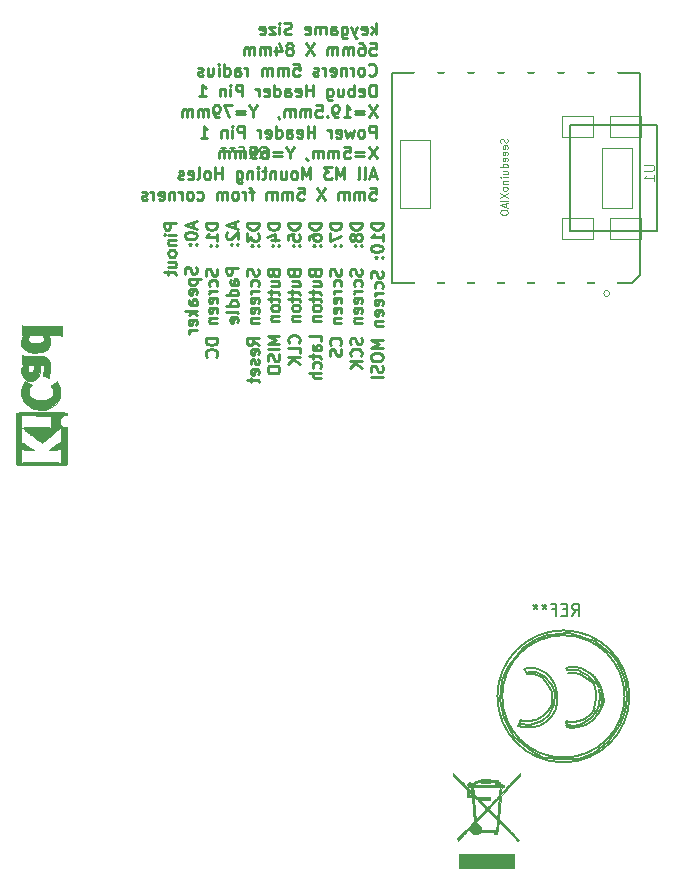
<source format=gbo>
%TF.GenerationSoftware,KiCad,Pcbnew,5.0.2+dfsg1-1*%
%TF.CreationDate,2022-04-10T01:54:42-07:00*%
%TF.ProjectId,keygame,6b657967-616d-4652-9e6b-696361645f70,rev?*%
%TF.SameCoordinates,Original*%
%TF.FileFunction,Legend,Bot*%
%TF.FilePolarity,Positive*%
%FSLAX46Y46*%
G04 Gerber Fmt 4.6, Leading zero omitted, Abs format (unit mm)*
G04 Created by KiCad (PCBNEW 5.0.2+dfsg1-1) date Sun 10 Apr 2022 01:54:42 AM PDT*
%MOMM*%
%LPD*%
G01*
G04 APERTURE LIST*
%ADD10C,0.250000*%
%ADD11C,0.066040*%
%ADD12C,0.127000*%
%ADD13C,0.100000*%
%ADD14C,0.010000*%
%ADD15C,0.150000*%
%ADD16C,0.101600*%
%ADD17C,0.076200*%
%ADD18C,1.245000*%
%ADD19O,2.134000X1.118000*%
%ADD20O,2.100980X2.850280*%
%ADD21C,0.902000*%
%ADD22C,6.502000*%
%ADD23R,1.802000X1.802000*%
%ADD24O,1.802000X1.802000*%
%ADD25C,2.102000*%
%ADD26C,1.626000*%
%ADD27R,1.702000X2.502000*%
%ADD28O,1.702000X2.502000*%
%ADD29C,1.902000*%
%ADD30C,4.102000*%
G04 APERTURE END LIST*
D10*
X149702380Y-44400595D02*
X148702380Y-44400595D01*
X148702380Y-44781547D01*
X148750000Y-44876785D01*
X148797619Y-44924404D01*
X148892857Y-44972023D01*
X149035714Y-44972023D01*
X149130952Y-44924404D01*
X149178571Y-44876785D01*
X149226190Y-44781547D01*
X149226190Y-44400595D01*
X149702380Y-45400595D02*
X149035714Y-45400595D01*
X148702380Y-45400595D02*
X148750000Y-45352976D01*
X148797619Y-45400595D01*
X148750000Y-45448214D01*
X148702380Y-45400595D01*
X148797619Y-45400595D01*
X149035714Y-45876785D02*
X149702380Y-45876785D01*
X149130952Y-45876785D02*
X149083333Y-45924404D01*
X149035714Y-46019642D01*
X149035714Y-46162500D01*
X149083333Y-46257738D01*
X149178571Y-46305357D01*
X149702380Y-46305357D01*
X149702380Y-46924404D02*
X149654761Y-46829166D01*
X149607142Y-46781547D01*
X149511904Y-46733928D01*
X149226190Y-46733928D01*
X149130952Y-46781547D01*
X149083333Y-46829166D01*
X149035714Y-46924404D01*
X149035714Y-47067261D01*
X149083333Y-47162500D01*
X149130952Y-47210119D01*
X149226190Y-47257738D01*
X149511904Y-47257738D01*
X149607142Y-47210119D01*
X149654761Y-47162500D01*
X149702380Y-47067261D01*
X149702380Y-46924404D01*
X149035714Y-48114880D02*
X149702380Y-48114880D01*
X149035714Y-47686309D02*
X149559523Y-47686309D01*
X149654761Y-47733928D01*
X149702380Y-47829166D01*
X149702380Y-47972023D01*
X149654761Y-48067261D01*
X149607142Y-48114880D01*
X149035714Y-48448214D02*
X149035714Y-48829166D01*
X148702380Y-48591071D02*
X149559523Y-48591071D01*
X149654761Y-48638690D01*
X149702380Y-48733928D01*
X149702380Y-48829166D01*
X151166666Y-44352976D02*
X151166666Y-44829166D01*
X151452380Y-44257738D02*
X150452380Y-44591071D01*
X151452380Y-44924404D01*
X150452380Y-45448214D02*
X150452380Y-45543452D01*
X150500000Y-45638690D01*
X150547619Y-45686309D01*
X150642857Y-45733928D01*
X150833333Y-45781547D01*
X151071428Y-45781547D01*
X151261904Y-45733928D01*
X151357142Y-45686309D01*
X151404761Y-45638690D01*
X151452380Y-45543452D01*
X151452380Y-45448214D01*
X151404761Y-45352976D01*
X151357142Y-45305357D01*
X151261904Y-45257738D01*
X151071428Y-45210119D01*
X150833333Y-45210119D01*
X150642857Y-45257738D01*
X150547619Y-45305357D01*
X150500000Y-45352976D01*
X150452380Y-45448214D01*
X151357142Y-46210119D02*
X151404761Y-46257738D01*
X151452380Y-46210119D01*
X151404761Y-46162500D01*
X151357142Y-46210119D01*
X151452380Y-46210119D01*
X150833333Y-46210119D02*
X150880952Y-46257738D01*
X150928571Y-46210119D01*
X150880952Y-46162500D01*
X150833333Y-46210119D01*
X150928571Y-46210119D01*
X151404761Y-48162500D02*
X151452380Y-48305357D01*
X151452380Y-48543452D01*
X151404761Y-48638690D01*
X151357142Y-48686309D01*
X151261904Y-48733928D01*
X151166666Y-48733928D01*
X151071428Y-48686309D01*
X151023809Y-48638690D01*
X150976190Y-48543452D01*
X150928571Y-48352976D01*
X150880952Y-48257738D01*
X150833333Y-48210119D01*
X150738095Y-48162500D01*
X150642857Y-48162500D01*
X150547619Y-48210119D01*
X150500000Y-48257738D01*
X150452380Y-48352976D01*
X150452380Y-48591071D01*
X150500000Y-48733928D01*
X150785714Y-49162500D02*
X151785714Y-49162500D01*
X150833333Y-49162500D02*
X150785714Y-49257738D01*
X150785714Y-49448214D01*
X150833333Y-49543452D01*
X150880952Y-49591071D01*
X150976190Y-49638690D01*
X151261904Y-49638690D01*
X151357142Y-49591071D01*
X151404761Y-49543452D01*
X151452380Y-49448214D01*
X151452380Y-49257738D01*
X151404761Y-49162500D01*
X151404761Y-50448214D02*
X151452380Y-50352976D01*
X151452380Y-50162500D01*
X151404761Y-50067261D01*
X151309523Y-50019642D01*
X150928571Y-50019642D01*
X150833333Y-50067261D01*
X150785714Y-50162500D01*
X150785714Y-50352976D01*
X150833333Y-50448214D01*
X150928571Y-50495833D01*
X151023809Y-50495833D01*
X151119047Y-50019642D01*
X151452380Y-51352976D02*
X150928571Y-51352976D01*
X150833333Y-51305357D01*
X150785714Y-51210119D01*
X150785714Y-51019642D01*
X150833333Y-50924404D01*
X151404761Y-51352976D02*
X151452380Y-51257738D01*
X151452380Y-51019642D01*
X151404761Y-50924404D01*
X151309523Y-50876785D01*
X151214285Y-50876785D01*
X151119047Y-50924404D01*
X151071428Y-51019642D01*
X151071428Y-51257738D01*
X151023809Y-51352976D01*
X151452380Y-51829166D02*
X150452380Y-51829166D01*
X151071428Y-51924404D02*
X151452380Y-52210119D01*
X150785714Y-52210119D02*
X151166666Y-51829166D01*
X151404761Y-53019642D02*
X151452380Y-52924404D01*
X151452380Y-52733928D01*
X151404761Y-52638690D01*
X151309523Y-52591071D01*
X150928571Y-52591071D01*
X150833333Y-52638690D01*
X150785714Y-52733928D01*
X150785714Y-52924404D01*
X150833333Y-53019642D01*
X150928571Y-53067261D01*
X151023809Y-53067261D01*
X151119047Y-52591071D01*
X151452380Y-53495833D02*
X150785714Y-53495833D01*
X150976190Y-53495833D02*
X150880952Y-53543452D01*
X150833333Y-53591071D01*
X150785714Y-53686309D01*
X150785714Y-53781547D01*
X153202380Y-44400595D02*
X152202380Y-44400595D01*
X152202380Y-44638690D01*
X152250000Y-44781547D01*
X152345238Y-44876785D01*
X152440476Y-44924404D01*
X152630952Y-44972023D01*
X152773809Y-44972023D01*
X152964285Y-44924404D01*
X153059523Y-44876785D01*
X153154761Y-44781547D01*
X153202380Y-44638690D01*
X153202380Y-44400595D01*
X153202380Y-45924404D02*
X153202380Y-45352976D01*
X153202380Y-45638690D02*
X152202380Y-45638690D01*
X152345238Y-45543452D01*
X152440476Y-45448214D01*
X152488095Y-45352976D01*
X153107142Y-46352976D02*
X153154761Y-46400595D01*
X153202380Y-46352976D01*
X153154761Y-46305357D01*
X153107142Y-46352976D01*
X153202380Y-46352976D01*
X152583333Y-46352976D02*
X152630952Y-46400595D01*
X152678571Y-46352976D01*
X152630952Y-46305357D01*
X152583333Y-46352976D01*
X152678571Y-46352976D01*
X153154761Y-48305357D02*
X153202380Y-48448214D01*
X153202380Y-48686309D01*
X153154761Y-48781547D01*
X153107142Y-48829166D01*
X153011904Y-48876785D01*
X152916666Y-48876785D01*
X152821428Y-48829166D01*
X152773809Y-48781547D01*
X152726190Y-48686309D01*
X152678571Y-48495833D01*
X152630952Y-48400595D01*
X152583333Y-48352976D01*
X152488095Y-48305357D01*
X152392857Y-48305357D01*
X152297619Y-48352976D01*
X152250000Y-48400595D01*
X152202380Y-48495833D01*
X152202380Y-48733928D01*
X152250000Y-48876785D01*
X153154761Y-49733928D02*
X153202380Y-49638690D01*
X153202380Y-49448214D01*
X153154761Y-49352976D01*
X153107142Y-49305357D01*
X153011904Y-49257738D01*
X152726190Y-49257738D01*
X152630952Y-49305357D01*
X152583333Y-49352976D01*
X152535714Y-49448214D01*
X152535714Y-49638690D01*
X152583333Y-49733928D01*
X153202380Y-50162500D02*
X152535714Y-50162500D01*
X152726190Y-50162500D02*
X152630952Y-50210119D01*
X152583333Y-50257738D01*
X152535714Y-50352976D01*
X152535714Y-50448214D01*
X153154761Y-51162500D02*
X153202380Y-51067261D01*
X153202380Y-50876785D01*
X153154761Y-50781547D01*
X153059523Y-50733928D01*
X152678571Y-50733928D01*
X152583333Y-50781547D01*
X152535714Y-50876785D01*
X152535714Y-51067261D01*
X152583333Y-51162500D01*
X152678571Y-51210119D01*
X152773809Y-51210119D01*
X152869047Y-50733928D01*
X153154761Y-52019642D02*
X153202380Y-51924404D01*
X153202380Y-51733928D01*
X153154761Y-51638690D01*
X153059523Y-51591071D01*
X152678571Y-51591071D01*
X152583333Y-51638690D01*
X152535714Y-51733928D01*
X152535714Y-51924404D01*
X152583333Y-52019642D01*
X152678571Y-52067261D01*
X152773809Y-52067261D01*
X152869047Y-51591071D01*
X152535714Y-52495833D02*
X153202380Y-52495833D01*
X152630952Y-52495833D02*
X152583333Y-52543452D01*
X152535714Y-52638690D01*
X152535714Y-52781547D01*
X152583333Y-52876785D01*
X152678571Y-52924404D01*
X153202380Y-52924404D01*
X153202380Y-54162500D02*
X152202380Y-54162500D01*
X152202380Y-54400595D01*
X152250000Y-54543452D01*
X152345238Y-54638690D01*
X152440476Y-54686309D01*
X152630952Y-54733928D01*
X152773809Y-54733928D01*
X152964285Y-54686309D01*
X153059523Y-54638690D01*
X153154761Y-54543452D01*
X153202380Y-54400595D01*
X153202380Y-54162500D01*
X153107142Y-55733928D02*
X153154761Y-55686309D01*
X153202380Y-55543452D01*
X153202380Y-55448214D01*
X153154761Y-55305357D01*
X153059523Y-55210119D01*
X152964285Y-55162500D01*
X152773809Y-55114880D01*
X152630952Y-55114880D01*
X152440476Y-55162500D01*
X152345238Y-55210119D01*
X152250000Y-55305357D01*
X152202380Y-55448214D01*
X152202380Y-55543452D01*
X152250000Y-55686309D01*
X152297619Y-55733928D01*
X154666666Y-44352976D02*
X154666666Y-44829166D01*
X154952380Y-44257738D02*
X153952380Y-44591071D01*
X154952380Y-44924404D01*
X154047619Y-45210119D02*
X154000000Y-45257738D01*
X153952380Y-45352976D01*
X153952380Y-45591071D01*
X154000000Y-45686309D01*
X154047619Y-45733928D01*
X154142857Y-45781547D01*
X154238095Y-45781547D01*
X154380952Y-45733928D01*
X154952380Y-45162500D01*
X154952380Y-45781547D01*
X154857142Y-46210119D02*
X154904761Y-46257738D01*
X154952380Y-46210119D01*
X154904761Y-46162500D01*
X154857142Y-46210119D01*
X154952380Y-46210119D01*
X154333333Y-46210119D02*
X154380952Y-46257738D01*
X154428571Y-46210119D01*
X154380952Y-46162500D01*
X154333333Y-46210119D01*
X154428571Y-46210119D01*
X154952380Y-48210119D02*
X153952380Y-48210119D01*
X153952380Y-48591071D01*
X154000000Y-48686309D01*
X154047619Y-48733928D01*
X154142857Y-48781547D01*
X154285714Y-48781547D01*
X154380952Y-48733928D01*
X154428571Y-48686309D01*
X154476190Y-48591071D01*
X154476190Y-48210119D01*
X154952380Y-49638690D02*
X154428571Y-49638690D01*
X154333333Y-49591071D01*
X154285714Y-49495833D01*
X154285714Y-49305357D01*
X154333333Y-49210119D01*
X154904761Y-49638690D02*
X154952380Y-49543452D01*
X154952380Y-49305357D01*
X154904761Y-49210119D01*
X154809523Y-49162500D01*
X154714285Y-49162500D01*
X154619047Y-49210119D01*
X154571428Y-49305357D01*
X154571428Y-49543452D01*
X154523809Y-49638690D01*
X154952380Y-50543452D02*
X153952380Y-50543452D01*
X154904761Y-50543452D02*
X154952380Y-50448214D01*
X154952380Y-50257738D01*
X154904761Y-50162500D01*
X154857142Y-50114880D01*
X154761904Y-50067261D01*
X154476190Y-50067261D01*
X154380952Y-50114880D01*
X154333333Y-50162500D01*
X154285714Y-50257738D01*
X154285714Y-50448214D01*
X154333333Y-50543452D01*
X154952380Y-51448214D02*
X153952380Y-51448214D01*
X154904761Y-51448214D02*
X154952380Y-51352976D01*
X154952380Y-51162500D01*
X154904761Y-51067261D01*
X154857142Y-51019642D01*
X154761904Y-50972023D01*
X154476190Y-50972023D01*
X154380952Y-51019642D01*
X154333333Y-51067261D01*
X154285714Y-51162500D01*
X154285714Y-51352976D01*
X154333333Y-51448214D01*
X154952380Y-52067261D02*
X154904761Y-51972023D01*
X154809523Y-51924404D01*
X153952380Y-51924404D01*
X154904761Y-52829166D02*
X154952380Y-52733928D01*
X154952380Y-52543452D01*
X154904761Y-52448214D01*
X154809523Y-52400595D01*
X154428571Y-52400595D01*
X154333333Y-52448214D01*
X154285714Y-52543452D01*
X154285714Y-52733928D01*
X154333333Y-52829166D01*
X154428571Y-52876785D01*
X154523809Y-52876785D01*
X154619047Y-52400595D01*
X156702380Y-44400595D02*
X155702380Y-44400595D01*
X155702380Y-44638690D01*
X155750000Y-44781547D01*
X155845238Y-44876785D01*
X155940476Y-44924404D01*
X156130952Y-44972023D01*
X156273809Y-44972023D01*
X156464285Y-44924404D01*
X156559523Y-44876785D01*
X156654761Y-44781547D01*
X156702380Y-44638690D01*
X156702380Y-44400595D01*
X155702380Y-45305357D02*
X155702380Y-45924404D01*
X156083333Y-45591071D01*
X156083333Y-45733928D01*
X156130952Y-45829166D01*
X156178571Y-45876785D01*
X156273809Y-45924404D01*
X156511904Y-45924404D01*
X156607142Y-45876785D01*
X156654761Y-45829166D01*
X156702380Y-45733928D01*
X156702380Y-45448214D01*
X156654761Y-45352976D01*
X156607142Y-45305357D01*
X156607142Y-46352976D02*
X156654761Y-46400595D01*
X156702380Y-46352976D01*
X156654761Y-46305357D01*
X156607142Y-46352976D01*
X156702380Y-46352976D01*
X156083333Y-46352976D02*
X156130952Y-46400595D01*
X156178571Y-46352976D01*
X156130952Y-46305357D01*
X156083333Y-46352976D01*
X156178571Y-46352976D01*
X156654761Y-48305357D02*
X156702380Y-48448214D01*
X156702380Y-48686309D01*
X156654761Y-48781547D01*
X156607142Y-48829166D01*
X156511904Y-48876785D01*
X156416666Y-48876785D01*
X156321428Y-48829166D01*
X156273809Y-48781547D01*
X156226190Y-48686309D01*
X156178571Y-48495833D01*
X156130952Y-48400595D01*
X156083333Y-48352976D01*
X155988095Y-48305357D01*
X155892857Y-48305357D01*
X155797619Y-48352976D01*
X155750000Y-48400595D01*
X155702380Y-48495833D01*
X155702380Y-48733928D01*
X155750000Y-48876785D01*
X156654761Y-49733928D02*
X156702380Y-49638690D01*
X156702380Y-49448214D01*
X156654761Y-49352976D01*
X156607142Y-49305357D01*
X156511904Y-49257738D01*
X156226190Y-49257738D01*
X156130952Y-49305357D01*
X156083333Y-49352976D01*
X156035714Y-49448214D01*
X156035714Y-49638690D01*
X156083333Y-49733928D01*
X156702380Y-50162500D02*
X156035714Y-50162500D01*
X156226190Y-50162500D02*
X156130952Y-50210119D01*
X156083333Y-50257738D01*
X156035714Y-50352976D01*
X156035714Y-50448214D01*
X156654761Y-51162500D02*
X156702380Y-51067261D01*
X156702380Y-50876785D01*
X156654761Y-50781547D01*
X156559523Y-50733928D01*
X156178571Y-50733928D01*
X156083333Y-50781547D01*
X156035714Y-50876785D01*
X156035714Y-51067261D01*
X156083333Y-51162500D01*
X156178571Y-51210119D01*
X156273809Y-51210119D01*
X156369047Y-50733928D01*
X156654761Y-52019642D02*
X156702380Y-51924404D01*
X156702380Y-51733928D01*
X156654761Y-51638690D01*
X156559523Y-51591071D01*
X156178571Y-51591071D01*
X156083333Y-51638690D01*
X156035714Y-51733928D01*
X156035714Y-51924404D01*
X156083333Y-52019642D01*
X156178571Y-52067261D01*
X156273809Y-52067261D01*
X156369047Y-51591071D01*
X156035714Y-52495833D02*
X156702380Y-52495833D01*
X156130952Y-52495833D02*
X156083333Y-52543452D01*
X156035714Y-52638690D01*
X156035714Y-52781547D01*
X156083333Y-52876785D01*
X156178571Y-52924404D01*
X156702380Y-52924404D01*
X156702380Y-54733928D02*
X156226190Y-54400595D01*
X156702380Y-54162500D02*
X155702380Y-54162500D01*
X155702380Y-54543452D01*
X155750000Y-54638690D01*
X155797619Y-54686309D01*
X155892857Y-54733928D01*
X156035714Y-54733928D01*
X156130952Y-54686309D01*
X156178571Y-54638690D01*
X156226190Y-54543452D01*
X156226190Y-54162500D01*
X156654761Y-55543452D02*
X156702380Y-55448214D01*
X156702380Y-55257738D01*
X156654761Y-55162500D01*
X156559523Y-55114880D01*
X156178571Y-55114880D01*
X156083333Y-55162500D01*
X156035714Y-55257738D01*
X156035714Y-55448214D01*
X156083333Y-55543452D01*
X156178571Y-55591071D01*
X156273809Y-55591071D01*
X156369047Y-55114880D01*
X156654761Y-55972023D02*
X156702380Y-56067261D01*
X156702380Y-56257738D01*
X156654761Y-56352976D01*
X156559523Y-56400595D01*
X156511904Y-56400595D01*
X156416666Y-56352976D01*
X156369047Y-56257738D01*
X156369047Y-56114880D01*
X156321428Y-56019642D01*
X156226190Y-55972023D01*
X156178571Y-55972023D01*
X156083333Y-56019642D01*
X156035714Y-56114880D01*
X156035714Y-56257738D01*
X156083333Y-56352976D01*
X156654761Y-57210119D02*
X156702380Y-57114880D01*
X156702380Y-56924404D01*
X156654761Y-56829166D01*
X156559523Y-56781547D01*
X156178571Y-56781547D01*
X156083333Y-56829166D01*
X156035714Y-56924404D01*
X156035714Y-57114880D01*
X156083333Y-57210119D01*
X156178571Y-57257738D01*
X156273809Y-57257738D01*
X156369047Y-56781547D01*
X156035714Y-57543452D02*
X156035714Y-57924404D01*
X155702380Y-57686309D02*
X156559523Y-57686309D01*
X156654761Y-57733928D01*
X156702380Y-57829166D01*
X156702380Y-57924404D01*
X158452380Y-44400595D02*
X157452380Y-44400595D01*
X157452380Y-44638690D01*
X157500000Y-44781547D01*
X157595238Y-44876785D01*
X157690476Y-44924404D01*
X157880952Y-44972023D01*
X158023809Y-44972023D01*
X158214285Y-44924404D01*
X158309523Y-44876785D01*
X158404761Y-44781547D01*
X158452380Y-44638690D01*
X158452380Y-44400595D01*
X157785714Y-45829166D02*
X158452380Y-45829166D01*
X157404761Y-45591071D02*
X158119047Y-45352976D01*
X158119047Y-45972023D01*
X158357142Y-46352976D02*
X158404761Y-46400595D01*
X158452380Y-46352976D01*
X158404761Y-46305357D01*
X158357142Y-46352976D01*
X158452380Y-46352976D01*
X157833333Y-46352976D02*
X157880952Y-46400595D01*
X157928571Y-46352976D01*
X157880952Y-46305357D01*
X157833333Y-46352976D01*
X157928571Y-46352976D01*
X157928571Y-48686309D02*
X157976190Y-48829166D01*
X158023809Y-48876785D01*
X158119047Y-48924404D01*
X158261904Y-48924404D01*
X158357142Y-48876785D01*
X158404761Y-48829166D01*
X158452380Y-48733928D01*
X158452380Y-48352976D01*
X157452380Y-48352976D01*
X157452380Y-48686309D01*
X157500000Y-48781547D01*
X157547619Y-48829166D01*
X157642857Y-48876785D01*
X157738095Y-48876785D01*
X157833333Y-48829166D01*
X157880952Y-48781547D01*
X157928571Y-48686309D01*
X157928571Y-48352976D01*
X157785714Y-49781547D02*
X158452380Y-49781547D01*
X157785714Y-49352976D02*
X158309523Y-49352976D01*
X158404761Y-49400595D01*
X158452380Y-49495833D01*
X158452380Y-49638690D01*
X158404761Y-49733928D01*
X158357142Y-49781547D01*
X157785714Y-50114880D02*
X157785714Y-50495833D01*
X157452380Y-50257738D02*
X158309523Y-50257738D01*
X158404761Y-50305357D01*
X158452380Y-50400595D01*
X158452380Y-50495833D01*
X157785714Y-50686309D02*
X157785714Y-51067261D01*
X157452380Y-50829166D02*
X158309523Y-50829166D01*
X158404761Y-50876785D01*
X158452380Y-50972023D01*
X158452380Y-51067261D01*
X158452380Y-51543452D02*
X158404761Y-51448214D01*
X158357142Y-51400595D01*
X158261904Y-51352976D01*
X157976190Y-51352976D01*
X157880952Y-51400595D01*
X157833333Y-51448214D01*
X157785714Y-51543452D01*
X157785714Y-51686309D01*
X157833333Y-51781547D01*
X157880952Y-51829166D01*
X157976190Y-51876785D01*
X158261904Y-51876785D01*
X158357142Y-51829166D01*
X158404761Y-51781547D01*
X158452380Y-51686309D01*
X158452380Y-51543452D01*
X157785714Y-52305357D02*
X158452380Y-52305357D01*
X157880952Y-52305357D02*
X157833333Y-52352976D01*
X157785714Y-52448214D01*
X157785714Y-52591071D01*
X157833333Y-52686309D01*
X157928571Y-52733928D01*
X158452380Y-52733928D01*
X158452380Y-53972023D02*
X157452380Y-53972023D01*
X158166666Y-54305357D01*
X157452380Y-54638690D01*
X158452380Y-54638690D01*
X158452380Y-55114880D02*
X157452380Y-55114880D01*
X158404761Y-55543452D02*
X158452380Y-55686309D01*
X158452380Y-55924404D01*
X158404761Y-56019642D01*
X158357142Y-56067261D01*
X158261904Y-56114880D01*
X158166666Y-56114880D01*
X158071428Y-56067261D01*
X158023809Y-56019642D01*
X157976190Y-55924404D01*
X157928571Y-55733928D01*
X157880952Y-55638690D01*
X157833333Y-55591071D01*
X157738095Y-55543452D01*
X157642857Y-55543452D01*
X157547619Y-55591071D01*
X157500000Y-55638690D01*
X157452380Y-55733928D01*
X157452380Y-55972023D01*
X157500000Y-56114880D01*
X157452380Y-56733928D02*
X157452380Y-56924404D01*
X157500000Y-57019642D01*
X157595238Y-57114880D01*
X157785714Y-57162500D01*
X158119047Y-57162500D01*
X158309523Y-57114880D01*
X158404761Y-57019642D01*
X158452380Y-56924404D01*
X158452380Y-56733928D01*
X158404761Y-56638690D01*
X158309523Y-56543452D01*
X158119047Y-56495833D01*
X157785714Y-56495833D01*
X157595238Y-56543452D01*
X157500000Y-56638690D01*
X157452380Y-56733928D01*
X160202380Y-44400595D02*
X159202380Y-44400595D01*
X159202380Y-44638690D01*
X159250000Y-44781547D01*
X159345238Y-44876785D01*
X159440476Y-44924404D01*
X159630952Y-44972023D01*
X159773809Y-44972023D01*
X159964285Y-44924404D01*
X160059523Y-44876785D01*
X160154761Y-44781547D01*
X160202380Y-44638690D01*
X160202380Y-44400595D01*
X159202380Y-45876785D02*
X159202380Y-45400595D01*
X159678571Y-45352976D01*
X159630952Y-45400595D01*
X159583333Y-45495833D01*
X159583333Y-45733928D01*
X159630952Y-45829166D01*
X159678571Y-45876785D01*
X159773809Y-45924404D01*
X160011904Y-45924404D01*
X160107142Y-45876785D01*
X160154761Y-45829166D01*
X160202380Y-45733928D01*
X160202380Y-45495833D01*
X160154761Y-45400595D01*
X160107142Y-45352976D01*
X160107142Y-46352976D02*
X160154761Y-46400595D01*
X160202380Y-46352976D01*
X160154761Y-46305357D01*
X160107142Y-46352976D01*
X160202380Y-46352976D01*
X159583333Y-46352976D02*
X159630952Y-46400595D01*
X159678571Y-46352976D01*
X159630952Y-46305357D01*
X159583333Y-46352976D01*
X159678571Y-46352976D01*
X159678571Y-48686309D02*
X159726190Y-48829166D01*
X159773809Y-48876785D01*
X159869047Y-48924404D01*
X160011904Y-48924404D01*
X160107142Y-48876785D01*
X160154761Y-48829166D01*
X160202380Y-48733928D01*
X160202380Y-48352976D01*
X159202380Y-48352976D01*
X159202380Y-48686309D01*
X159250000Y-48781547D01*
X159297619Y-48829166D01*
X159392857Y-48876785D01*
X159488095Y-48876785D01*
X159583333Y-48829166D01*
X159630952Y-48781547D01*
X159678571Y-48686309D01*
X159678571Y-48352976D01*
X159535714Y-49781547D02*
X160202380Y-49781547D01*
X159535714Y-49352976D02*
X160059523Y-49352976D01*
X160154761Y-49400595D01*
X160202380Y-49495833D01*
X160202380Y-49638690D01*
X160154761Y-49733928D01*
X160107142Y-49781547D01*
X159535714Y-50114880D02*
X159535714Y-50495833D01*
X159202380Y-50257738D02*
X160059523Y-50257738D01*
X160154761Y-50305357D01*
X160202380Y-50400595D01*
X160202380Y-50495833D01*
X159535714Y-50686309D02*
X159535714Y-51067261D01*
X159202380Y-50829166D02*
X160059523Y-50829166D01*
X160154761Y-50876785D01*
X160202380Y-50972023D01*
X160202380Y-51067261D01*
X160202380Y-51543452D02*
X160154761Y-51448214D01*
X160107142Y-51400595D01*
X160011904Y-51352976D01*
X159726190Y-51352976D01*
X159630952Y-51400595D01*
X159583333Y-51448214D01*
X159535714Y-51543452D01*
X159535714Y-51686309D01*
X159583333Y-51781547D01*
X159630952Y-51829166D01*
X159726190Y-51876785D01*
X160011904Y-51876785D01*
X160107142Y-51829166D01*
X160154761Y-51781547D01*
X160202380Y-51686309D01*
X160202380Y-51543452D01*
X159535714Y-52305357D02*
X160202380Y-52305357D01*
X159630952Y-52305357D02*
X159583333Y-52352976D01*
X159535714Y-52448214D01*
X159535714Y-52591071D01*
X159583333Y-52686309D01*
X159678571Y-52733928D01*
X160202380Y-52733928D01*
X160107142Y-54543452D02*
X160154761Y-54495833D01*
X160202380Y-54352976D01*
X160202380Y-54257738D01*
X160154761Y-54114880D01*
X160059523Y-54019642D01*
X159964285Y-53972023D01*
X159773809Y-53924404D01*
X159630952Y-53924404D01*
X159440476Y-53972023D01*
X159345238Y-54019642D01*
X159250000Y-54114880D01*
X159202380Y-54257738D01*
X159202380Y-54352976D01*
X159250000Y-54495833D01*
X159297619Y-54543452D01*
X160202380Y-55448214D02*
X160202380Y-54972023D01*
X159202380Y-54972023D01*
X160202380Y-55781547D02*
X159202380Y-55781547D01*
X160202380Y-56352976D02*
X159630952Y-55924404D01*
X159202380Y-56352976D02*
X159773809Y-55781547D01*
X161952380Y-44400595D02*
X160952380Y-44400595D01*
X160952380Y-44638690D01*
X161000000Y-44781547D01*
X161095238Y-44876785D01*
X161190476Y-44924404D01*
X161380952Y-44972023D01*
X161523809Y-44972023D01*
X161714285Y-44924404D01*
X161809523Y-44876785D01*
X161904761Y-44781547D01*
X161952380Y-44638690D01*
X161952380Y-44400595D01*
X160952380Y-45829166D02*
X160952380Y-45638690D01*
X161000000Y-45543452D01*
X161047619Y-45495833D01*
X161190476Y-45400595D01*
X161380952Y-45352976D01*
X161761904Y-45352976D01*
X161857142Y-45400595D01*
X161904761Y-45448214D01*
X161952380Y-45543452D01*
X161952380Y-45733928D01*
X161904761Y-45829166D01*
X161857142Y-45876785D01*
X161761904Y-45924404D01*
X161523809Y-45924404D01*
X161428571Y-45876785D01*
X161380952Y-45829166D01*
X161333333Y-45733928D01*
X161333333Y-45543452D01*
X161380952Y-45448214D01*
X161428571Y-45400595D01*
X161523809Y-45352976D01*
X161857142Y-46352976D02*
X161904761Y-46400595D01*
X161952380Y-46352976D01*
X161904761Y-46305357D01*
X161857142Y-46352976D01*
X161952380Y-46352976D01*
X161333333Y-46352976D02*
X161380952Y-46400595D01*
X161428571Y-46352976D01*
X161380952Y-46305357D01*
X161333333Y-46352976D01*
X161428571Y-46352976D01*
X161428571Y-48686309D02*
X161476190Y-48829166D01*
X161523809Y-48876785D01*
X161619047Y-48924404D01*
X161761904Y-48924404D01*
X161857142Y-48876785D01*
X161904761Y-48829166D01*
X161952380Y-48733928D01*
X161952380Y-48352976D01*
X160952380Y-48352976D01*
X160952380Y-48686309D01*
X161000000Y-48781547D01*
X161047619Y-48829166D01*
X161142857Y-48876785D01*
X161238095Y-48876785D01*
X161333333Y-48829166D01*
X161380952Y-48781547D01*
X161428571Y-48686309D01*
X161428571Y-48352976D01*
X161285714Y-49781547D02*
X161952380Y-49781547D01*
X161285714Y-49352976D02*
X161809523Y-49352976D01*
X161904761Y-49400595D01*
X161952380Y-49495833D01*
X161952380Y-49638690D01*
X161904761Y-49733928D01*
X161857142Y-49781547D01*
X161285714Y-50114880D02*
X161285714Y-50495833D01*
X160952380Y-50257738D02*
X161809523Y-50257738D01*
X161904761Y-50305357D01*
X161952380Y-50400595D01*
X161952380Y-50495833D01*
X161285714Y-50686309D02*
X161285714Y-51067261D01*
X160952380Y-50829166D02*
X161809523Y-50829166D01*
X161904761Y-50876785D01*
X161952380Y-50972023D01*
X161952380Y-51067261D01*
X161952380Y-51543452D02*
X161904761Y-51448214D01*
X161857142Y-51400595D01*
X161761904Y-51352976D01*
X161476190Y-51352976D01*
X161380952Y-51400595D01*
X161333333Y-51448214D01*
X161285714Y-51543452D01*
X161285714Y-51686309D01*
X161333333Y-51781547D01*
X161380952Y-51829166D01*
X161476190Y-51876785D01*
X161761904Y-51876785D01*
X161857142Y-51829166D01*
X161904761Y-51781547D01*
X161952380Y-51686309D01*
X161952380Y-51543452D01*
X161285714Y-52305357D02*
X161952380Y-52305357D01*
X161380952Y-52305357D02*
X161333333Y-52352976D01*
X161285714Y-52448214D01*
X161285714Y-52591071D01*
X161333333Y-52686309D01*
X161428571Y-52733928D01*
X161952380Y-52733928D01*
X161952380Y-54448214D02*
X161952380Y-53972023D01*
X160952380Y-53972023D01*
X161952380Y-55210119D02*
X161428571Y-55210119D01*
X161333333Y-55162500D01*
X161285714Y-55067261D01*
X161285714Y-54876785D01*
X161333333Y-54781547D01*
X161904761Y-55210119D02*
X161952380Y-55114880D01*
X161952380Y-54876785D01*
X161904761Y-54781547D01*
X161809523Y-54733928D01*
X161714285Y-54733928D01*
X161619047Y-54781547D01*
X161571428Y-54876785D01*
X161571428Y-55114880D01*
X161523809Y-55210119D01*
X161285714Y-55543452D02*
X161285714Y-55924404D01*
X160952380Y-55686309D02*
X161809523Y-55686309D01*
X161904761Y-55733928D01*
X161952380Y-55829166D01*
X161952380Y-55924404D01*
X161904761Y-56686309D02*
X161952380Y-56591071D01*
X161952380Y-56400595D01*
X161904761Y-56305357D01*
X161857142Y-56257738D01*
X161761904Y-56210119D01*
X161476190Y-56210119D01*
X161380952Y-56257738D01*
X161333333Y-56305357D01*
X161285714Y-56400595D01*
X161285714Y-56591071D01*
X161333333Y-56686309D01*
X161952380Y-57114880D02*
X160952380Y-57114880D01*
X161952380Y-57543452D02*
X161428571Y-57543452D01*
X161333333Y-57495833D01*
X161285714Y-57400595D01*
X161285714Y-57257738D01*
X161333333Y-57162500D01*
X161380952Y-57114880D01*
X163702380Y-44400595D02*
X162702380Y-44400595D01*
X162702380Y-44638690D01*
X162750000Y-44781547D01*
X162845238Y-44876785D01*
X162940476Y-44924404D01*
X163130952Y-44972023D01*
X163273809Y-44972023D01*
X163464285Y-44924404D01*
X163559523Y-44876785D01*
X163654761Y-44781547D01*
X163702380Y-44638690D01*
X163702380Y-44400595D01*
X162702380Y-45305357D02*
X162702380Y-45972023D01*
X163702380Y-45543452D01*
X163607142Y-46352976D02*
X163654761Y-46400595D01*
X163702380Y-46352976D01*
X163654761Y-46305357D01*
X163607142Y-46352976D01*
X163702380Y-46352976D01*
X163083333Y-46352976D02*
X163130952Y-46400595D01*
X163178571Y-46352976D01*
X163130952Y-46305357D01*
X163083333Y-46352976D01*
X163178571Y-46352976D01*
X163654761Y-48305357D02*
X163702380Y-48448214D01*
X163702380Y-48686309D01*
X163654761Y-48781547D01*
X163607142Y-48829166D01*
X163511904Y-48876785D01*
X163416666Y-48876785D01*
X163321428Y-48829166D01*
X163273809Y-48781547D01*
X163226190Y-48686309D01*
X163178571Y-48495833D01*
X163130952Y-48400595D01*
X163083333Y-48352976D01*
X162988095Y-48305357D01*
X162892857Y-48305357D01*
X162797619Y-48352976D01*
X162750000Y-48400595D01*
X162702380Y-48495833D01*
X162702380Y-48733928D01*
X162750000Y-48876785D01*
X163654761Y-49733928D02*
X163702380Y-49638690D01*
X163702380Y-49448214D01*
X163654761Y-49352976D01*
X163607142Y-49305357D01*
X163511904Y-49257738D01*
X163226190Y-49257738D01*
X163130952Y-49305357D01*
X163083333Y-49352976D01*
X163035714Y-49448214D01*
X163035714Y-49638690D01*
X163083333Y-49733928D01*
X163702380Y-50162500D02*
X163035714Y-50162500D01*
X163226190Y-50162500D02*
X163130952Y-50210119D01*
X163083333Y-50257738D01*
X163035714Y-50352976D01*
X163035714Y-50448214D01*
X163654761Y-51162500D02*
X163702380Y-51067261D01*
X163702380Y-50876785D01*
X163654761Y-50781547D01*
X163559523Y-50733928D01*
X163178571Y-50733928D01*
X163083333Y-50781547D01*
X163035714Y-50876785D01*
X163035714Y-51067261D01*
X163083333Y-51162500D01*
X163178571Y-51210119D01*
X163273809Y-51210119D01*
X163369047Y-50733928D01*
X163654761Y-52019642D02*
X163702380Y-51924404D01*
X163702380Y-51733928D01*
X163654761Y-51638690D01*
X163559523Y-51591071D01*
X163178571Y-51591071D01*
X163083333Y-51638690D01*
X163035714Y-51733928D01*
X163035714Y-51924404D01*
X163083333Y-52019642D01*
X163178571Y-52067261D01*
X163273809Y-52067261D01*
X163369047Y-51591071D01*
X163035714Y-52495833D02*
X163702380Y-52495833D01*
X163130952Y-52495833D02*
X163083333Y-52543452D01*
X163035714Y-52638690D01*
X163035714Y-52781547D01*
X163083333Y-52876785D01*
X163178571Y-52924404D01*
X163702380Y-52924404D01*
X163607142Y-54733928D02*
X163654761Y-54686309D01*
X163702380Y-54543452D01*
X163702380Y-54448214D01*
X163654761Y-54305357D01*
X163559523Y-54210119D01*
X163464285Y-54162500D01*
X163273809Y-54114880D01*
X163130952Y-54114880D01*
X162940476Y-54162500D01*
X162845238Y-54210119D01*
X162750000Y-54305357D01*
X162702380Y-54448214D01*
X162702380Y-54543452D01*
X162750000Y-54686309D01*
X162797619Y-54733928D01*
X163654761Y-55114880D02*
X163702380Y-55257738D01*
X163702380Y-55495833D01*
X163654761Y-55591071D01*
X163607142Y-55638690D01*
X163511904Y-55686309D01*
X163416666Y-55686309D01*
X163321428Y-55638690D01*
X163273809Y-55591071D01*
X163226190Y-55495833D01*
X163178571Y-55305357D01*
X163130952Y-55210119D01*
X163083333Y-55162500D01*
X162988095Y-55114880D01*
X162892857Y-55114880D01*
X162797619Y-55162500D01*
X162750000Y-55210119D01*
X162702380Y-55305357D01*
X162702380Y-55543452D01*
X162750000Y-55686309D01*
X165452380Y-44400595D02*
X164452380Y-44400595D01*
X164452380Y-44638690D01*
X164500000Y-44781547D01*
X164595238Y-44876785D01*
X164690476Y-44924404D01*
X164880952Y-44972023D01*
X165023809Y-44972023D01*
X165214285Y-44924404D01*
X165309523Y-44876785D01*
X165404761Y-44781547D01*
X165452380Y-44638690D01*
X165452380Y-44400595D01*
X164880952Y-45543452D02*
X164833333Y-45448214D01*
X164785714Y-45400595D01*
X164690476Y-45352976D01*
X164642857Y-45352976D01*
X164547619Y-45400595D01*
X164500000Y-45448214D01*
X164452380Y-45543452D01*
X164452380Y-45733928D01*
X164500000Y-45829166D01*
X164547619Y-45876785D01*
X164642857Y-45924404D01*
X164690476Y-45924404D01*
X164785714Y-45876785D01*
X164833333Y-45829166D01*
X164880952Y-45733928D01*
X164880952Y-45543452D01*
X164928571Y-45448214D01*
X164976190Y-45400595D01*
X165071428Y-45352976D01*
X165261904Y-45352976D01*
X165357142Y-45400595D01*
X165404761Y-45448214D01*
X165452380Y-45543452D01*
X165452380Y-45733928D01*
X165404761Y-45829166D01*
X165357142Y-45876785D01*
X165261904Y-45924404D01*
X165071428Y-45924404D01*
X164976190Y-45876785D01*
X164928571Y-45829166D01*
X164880952Y-45733928D01*
X165357142Y-46352976D02*
X165404761Y-46400595D01*
X165452380Y-46352976D01*
X165404761Y-46305357D01*
X165357142Y-46352976D01*
X165452380Y-46352976D01*
X164833333Y-46352976D02*
X164880952Y-46400595D01*
X164928571Y-46352976D01*
X164880952Y-46305357D01*
X164833333Y-46352976D01*
X164928571Y-46352976D01*
X165404761Y-48305357D02*
X165452380Y-48448214D01*
X165452380Y-48686309D01*
X165404761Y-48781547D01*
X165357142Y-48829166D01*
X165261904Y-48876785D01*
X165166666Y-48876785D01*
X165071428Y-48829166D01*
X165023809Y-48781547D01*
X164976190Y-48686309D01*
X164928571Y-48495833D01*
X164880952Y-48400595D01*
X164833333Y-48352976D01*
X164738095Y-48305357D01*
X164642857Y-48305357D01*
X164547619Y-48352976D01*
X164500000Y-48400595D01*
X164452380Y-48495833D01*
X164452380Y-48733928D01*
X164500000Y-48876785D01*
X165404761Y-49733928D02*
X165452380Y-49638690D01*
X165452380Y-49448214D01*
X165404761Y-49352976D01*
X165357142Y-49305357D01*
X165261904Y-49257738D01*
X164976190Y-49257738D01*
X164880952Y-49305357D01*
X164833333Y-49352976D01*
X164785714Y-49448214D01*
X164785714Y-49638690D01*
X164833333Y-49733928D01*
X165452380Y-50162500D02*
X164785714Y-50162500D01*
X164976190Y-50162500D02*
X164880952Y-50210119D01*
X164833333Y-50257738D01*
X164785714Y-50352976D01*
X164785714Y-50448214D01*
X165404761Y-51162500D02*
X165452380Y-51067261D01*
X165452380Y-50876785D01*
X165404761Y-50781547D01*
X165309523Y-50733928D01*
X164928571Y-50733928D01*
X164833333Y-50781547D01*
X164785714Y-50876785D01*
X164785714Y-51067261D01*
X164833333Y-51162500D01*
X164928571Y-51210119D01*
X165023809Y-51210119D01*
X165119047Y-50733928D01*
X165404761Y-52019642D02*
X165452380Y-51924404D01*
X165452380Y-51733928D01*
X165404761Y-51638690D01*
X165309523Y-51591071D01*
X164928571Y-51591071D01*
X164833333Y-51638690D01*
X164785714Y-51733928D01*
X164785714Y-51924404D01*
X164833333Y-52019642D01*
X164928571Y-52067261D01*
X165023809Y-52067261D01*
X165119047Y-51591071D01*
X164785714Y-52495833D02*
X165452380Y-52495833D01*
X164880952Y-52495833D02*
X164833333Y-52543452D01*
X164785714Y-52638690D01*
X164785714Y-52781547D01*
X164833333Y-52876785D01*
X164928571Y-52924404D01*
X165452380Y-52924404D01*
X165404761Y-54114880D02*
X165452380Y-54257738D01*
X165452380Y-54495833D01*
X165404761Y-54591071D01*
X165357142Y-54638690D01*
X165261904Y-54686309D01*
X165166666Y-54686309D01*
X165071428Y-54638690D01*
X165023809Y-54591071D01*
X164976190Y-54495833D01*
X164928571Y-54305357D01*
X164880952Y-54210119D01*
X164833333Y-54162500D01*
X164738095Y-54114880D01*
X164642857Y-54114880D01*
X164547619Y-54162500D01*
X164500000Y-54210119D01*
X164452380Y-54305357D01*
X164452380Y-54543452D01*
X164500000Y-54686309D01*
X165357142Y-55686309D02*
X165404761Y-55638690D01*
X165452380Y-55495833D01*
X165452380Y-55400595D01*
X165404761Y-55257738D01*
X165309523Y-55162500D01*
X165214285Y-55114880D01*
X165023809Y-55067261D01*
X164880952Y-55067261D01*
X164690476Y-55114880D01*
X164595238Y-55162500D01*
X164500000Y-55257738D01*
X164452380Y-55400595D01*
X164452380Y-55495833D01*
X164500000Y-55638690D01*
X164547619Y-55686309D01*
X165452380Y-56114880D02*
X164452380Y-56114880D01*
X165452380Y-56686309D02*
X164880952Y-56257738D01*
X164452380Y-56686309D02*
X165023809Y-56114880D01*
X167202380Y-44400595D02*
X166202380Y-44400595D01*
X166202380Y-44638690D01*
X166250000Y-44781547D01*
X166345238Y-44876785D01*
X166440476Y-44924404D01*
X166630952Y-44972023D01*
X166773809Y-44972023D01*
X166964285Y-44924404D01*
X167059523Y-44876785D01*
X167154761Y-44781547D01*
X167202380Y-44638690D01*
X167202380Y-44400595D01*
X167202380Y-45924404D02*
X167202380Y-45352976D01*
X167202380Y-45638690D02*
X166202380Y-45638690D01*
X166345238Y-45543452D01*
X166440476Y-45448214D01*
X166488095Y-45352976D01*
X166202380Y-46543452D02*
X166202380Y-46638690D01*
X166250000Y-46733928D01*
X166297619Y-46781547D01*
X166392857Y-46829166D01*
X166583333Y-46876785D01*
X166821428Y-46876785D01*
X167011904Y-46829166D01*
X167107142Y-46781547D01*
X167154761Y-46733928D01*
X167202380Y-46638690D01*
X167202380Y-46543452D01*
X167154761Y-46448214D01*
X167107142Y-46400595D01*
X167011904Y-46352976D01*
X166821428Y-46305357D01*
X166583333Y-46305357D01*
X166392857Y-46352976D01*
X166297619Y-46400595D01*
X166250000Y-46448214D01*
X166202380Y-46543452D01*
X167107142Y-47305357D02*
X167154761Y-47352976D01*
X167202380Y-47305357D01*
X167154761Y-47257738D01*
X167107142Y-47305357D01*
X167202380Y-47305357D01*
X166583333Y-47305357D02*
X166630952Y-47352976D01*
X166678571Y-47305357D01*
X166630952Y-47257738D01*
X166583333Y-47305357D01*
X166678571Y-47305357D01*
X167154761Y-48495833D02*
X167202380Y-48638690D01*
X167202380Y-48876785D01*
X167154761Y-48972023D01*
X167107142Y-49019642D01*
X167011904Y-49067261D01*
X166916666Y-49067261D01*
X166821428Y-49019642D01*
X166773809Y-48972023D01*
X166726190Y-48876785D01*
X166678571Y-48686309D01*
X166630952Y-48591071D01*
X166583333Y-48543452D01*
X166488095Y-48495833D01*
X166392857Y-48495833D01*
X166297619Y-48543452D01*
X166250000Y-48591071D01*
X166202380Y-48686309D01*
X166202380Y-48924404D01*
X166250000Y-49067261D01*
X167154761Y-49924404D02*
X167202380Y-49829166D01*
X167202380Y-49638690D01*
X167154761Y-49543452D01*
X167107142Y-49495833D01*
X167011904Y-49448214D01*
X166726190Y-49448214D01*
X166630952Y-49495833D01*
X166583333Y-49543452D01*
X166535714Y-49638690D01*
X166535714Y-49829166D01*
X166583333Y-49924404D01*
X167202380Y-50352976D02*
X166535714Y-50352976D01*
X166726190Y-50352976D02*
X166630952Y-50400595D01*
X166583333Y-50448214D01*
X166535714Y-50543452D01*
X166535714Y-50638690D01*
X167154761Y-51352976D02*
X167202380Y-51257738D01*
X167202380Y-51067261D01*
X167154761Y-50972023D01*
X167059523Y-50924404D01*
X166678571Y-50924404D01*
X166583333Y-50972023D01*
X166535714Y-51067261D01*
X166535714Y-51257738D01*
X166583333Y-51352976D01*
X166678571Y-51400595D01*
X166773809Y-51400595D01*
X166869047Y-50924404D01*
X167154761Y-52210119D02*
X167202380Y-52114880D01*
X167202380Y-51924404D01*
X167154761Y-51829166D01*
X167059523Y-51781547D01*
X166678571Y-51781547D01*
X166583333Y-51829166D01*
X166535714Y-51924404D01*
X166535714Y-52114880D01*
X166583333Y-52210119D01*
X166678571Y-52257738D01*
X166773809Y-52257738D01*
X166869047Y-51781547D01*
X166535714Y-52686309D02*
X167202380Y-52686309D01*
X166630952Y-52686309D02*
X166583333Y-52733928D01*
X166535714Y-52829166D01*
X166535714Y-52972023D01*
X166583333Y-53067261D01*
X166678571Y-53114880D01*
X167202380Y-53114880D01*
X167202380Y-54352976D02*
X166202380Y-54352976D01*
X166916666Y-54686309D01*
X166202380Y-55019642D01*
X167202380Y-55019642D01*
X166202380Y-55686309D02*
X166202380Y-55876785D01*
X166250000Y-55972023D01*
X166345238Y-56067261D01*
X166535714Y-56114880D01*
X166869047Y-56114880D01*
X167059523Y-56067261D01*
X167154761Y-55972023D01*
X167202380Y-55876785D01*
X167202380Y-55686309D01*
X167154761Y-55591071D01*
X167059523Y-55495833D01*
X166869047Y-55448214D01*
X166535714Y-55448214D01*
X166345238Y-55495833D01*
X166250000Y-55591071D01*
X166202380Y-55686309D01*
X167154761Y-56495833D02*
X167202380Y-56638690D01*
X167202380Y-56876785D01*
X167154761Y-56972023D01*
X167107142Y-57019642D01*
X167011904Y-57067261D01*
X166916666Y-57067261D01*
X166821428Y-57019642D01*
X166773809Y-56972023D01*
X166726190Y-56876785D01*
X166678571Y-56686309D01*
X166630952Y-56591071D01*
X166583333Y-56543452D01*
X166488095Y-56495833D01*
X166392857Y-56495833D01*
X166297619Y-56543452D01*
X166250000Y-56591071D01*
X166202380Y-56686309D01*
X166202380Y-56924404D01*
X166250000Y-57067261D01*
X167202380Y-57495833D02*
X166202380Y-57495833D01*
X166599404Y-28452380D02*
X166599404Y-27452380D01*
X166504166Y-28071428D02*
X166218452Y-28452380D01*
X166218452Y-27785714D02*
X166599404Y-28166666D01*
X165408928Y-28404761D02*
X165504166Y-28452380D01*
X165694642Y-28452380D01*
X165789880Y-28404761D01*
X165837500Y-28309523D01*
X165837500Y-27928571D01*
X165789880Y-27833333D01*
X165694642Y-27785714D01*
X165504166Y-27785714D01*
X165408928Y-27833333D01*
X165361309Y-27928571D01*
X165361309Y-28023809D01*
X165837500Y-28119047D01*
X165027976Y-27785714D02*
X164789880Y-28452380D01*
X164551785Y-27785714D02*
X164789880Y-28452380D01*
X164885119Y-28690476D01*
X164932738Y-28738095D01*
X165027976Y-28785714D01*
X163742261Y-27785714D02*
X163742261Y-28595238D01*
X163789880Y-28690476D01*
X163837500Y-28738095D01*
X163932738Y-28785714D01*
X164075595Y-28785714D01*
X164170833Y-28738095D01*
X163742261Y-28404761D02*
X163837500Y-28452380D01*
X164027976Y-28452380D01*
X164123214Y-28404761D01*
X164170833Y-28357142D01*
X164218452Y-28261904D01*
X164218452Y-27976190D01*
X164170833Y-27880952D01*
X164123214Y-27833333D01*
X164027976Y-27785714D01*
X163837500Y-27785714D01*
X163742261Y-27833333D01*
X162837500Y-28452380D02*
X162837500Y-27928571D01*
X162885119Y-27833333D01*
X162980357Y-27785714D01*
X163170833Y-27785714D01*
X163266071Y-27833333D01*
X162837500Y-28404761D02*
X162932738Y-28452380D01*
X163170833Y-28452380D01*
X163266071Y-28404761D01*
X163313690Y-28309523D01*
X163313690Y-28214285D01*
X163266071Y-28119047D01*
X163170833Y-28071428D01*
X162932738Y-28071428D01*
X162837500Y-28023809D01*
X162361309Y-28452380D02*
X162361309Y-27785714D01*
X162361309Y-27880952D02*
X162313690Y-27833333D01*
X162218452Y-27785714D01*
X162075595Y-27785714D01*
X161980357Y-27833333D01*
X161932738Y-27928571D01*
X161932738Y-28452380D01*
X161932738Y-27928571D02*
X161885119Y-27833333D01*
X161789880Y-27785714D01*
X161647023Y-27785714D01*
X161551785Y-27833333D01*
X161504166Y-27928571D01*
X161504166Y-28452380D01*
X160647023Y-28404761D02*
X160742261Y-28452380D01*
X160932738Y-28452380D01*
X161027976Y-28404761D01*
X161075595Y-28309523D01*
X161075595Y-27928571D01*
X161027976Y-27833333D01*
X160932738Y-27785714D01*
X160742261Y-27785714D01*
X160647023Y-27833333D01*
X160599404Y-27928571D01*
X160599404Y-28023809D01*
X161075595Y-28119047D01*
X159456547Y-28404761D02*
X159313690Y-28452380D01*
X159075595Y-28452380D01*
X158980357Y-28404761D01*
X158932738Y-28357142D01*
X158885119Y-28261904D01*
X158885119Y-28166666D01*
X158932738Y-28071428D01*
X158980357Y-28023809D01*
X159075595Y-27976190D01*
X159266071Y-27928571D01*
X159361309Y-27880952D01*
X159408928Y-27833333D01*
X159456547Y-27738095D01*
X159456547Y-27642857D01*
X159408928Y-27547619D01*
X159361309Y-27500000D01*
X159266071Y-27452380D01*
X159027976Y-27452380D01*
X158885119Y-27500000D01*
X158456547Y-28452380D02*
X158456547Y-27785714D01*
X158456547Y-27452380D02*
X158504166Y-27500000D01*
X158456547Y-27547619D01*
X158408928Y-27500000D01*
X158456547Y-27452380D01*
X158456547Y-27547619D01*
X158075595Y-27785714D02*
X157551785Y-27785714D01*
X158075595Y-28452380D01*
X157551785Y-28452380D01*
X156789880Y-28404761D02*
X156885119Y-28452380D01*
X157075595Y-28452380D01*
X157170833Y-28404761D01*
X157218452Y-28309523D01*
X157218452Y-27928571D01*
X157170833Y-27833333D01*
X157075595Y-27785714D01*
X156885119Y-27785714D01*
X156789880Y-27833333D01*
X156742261Y-27928571D01*
X156742261Y-28023809D01*
X157218452Y-28119047D01*
X166123214Y-29202380D02*
X166599404Y-29202380D01*
X166647023Y-29678571D01*
X166599404Y-29630952D01*
X166504166Y-29583333D01*
X166266071Y-29583333D01*
X166170833Y-29630952D01*
X166123214Y-29678571D01*
X166075595Y-29773809D01*
X166075595Y-30011904D01*
X166123214Y-30107142D01*
X166170833Y-30154761D01*
X166266071Y-30202380D01*
X166504166Y-30202380D01*
X166599404Y-30154761D01*
X166647023Y-30107142D01*
X165218452Y-29202380D02*
X165408928Y-29202380D01*
X165504166Y-29250000D01*
X165551785Y-29297619D01*
X165647023Y-29440476D01*
X165694642Y-29630952D01*
X165694642Y-30011904D01*
X165647023Y-30107142D01*
X165599404Y-30154761D01*
X165504166Y-30202380D01*
X165313690Y-30202380D01*
X165218452Y-30154761D01*
X165170833Y-30107142D01*
X165123214Y-30011904D01*
X165123214Y-29773809D01*
X165170833Y-29678571D01*
X165218452Y-29630952D01*
X165313690Y-29583333D01*
X165504166Y-29583333D01*
X165599404Y-29630952D01*
X165647023Y-29678571D01*
X165694642Y-29773809D01*
X164694642Y-30202380D02*
X164694642Y-29535714D01*
X164694642Y-29630952D02*
X164647023Y-29583333D01*
X164551785Y-29535714D01*
X164408928Y-29535714D01*
X164313690Y-29583333D01*
X164266071Y-29678571D01*
X164266071Y-30202380D01*
X164266071Y-29678571D02*
X164218452Y-29583333D01*
X164123214Y-29535714D01*
X163980357Y-29535714D01*
X163885119Y-29583333D01*
X163837500Y-29678571D01*
X163837500Y-30202380D01*
X163361309Y-30202380D02*
X163361309Y-29535714D01*
X163361309Y-29630952D02*
X163313690Y-29583333D01*
X163218452Y-29535714D01*
X163075595Y-29535714D01*
X162980357Y-29583333D01*
X162932738Y-29678571D01*
X162932738Y-30202380D01*
X162932738Y-29678571D02*
X162885119Y-29583333D01*
X162789880Y-29535714D01*
X162647023Y-29535714D01*
X162551785Y-29583333D01*
X162504166Y-29678571D01*
X162504166Y-30202380D01*
X161361309Y-29202380D02*
X160694642Y-30202380D01*
X160694642Y-29202380D02*
X161361309Y-30202380D01*
X159408928Y-29630952D02*
X159504166Y-29583333D01*
X159551785Y-29535714D01*
X159599404Y-29440476D01*
X159599404Y-29392857D01*
X159551785Y-29297619D01*
X159504166Y-29250000D01*
X159408928Y-29202380D01*
X159218452Y-29202380D01*
X159123214Y-29250000D01*
X159075595Y-29297619D01*
X159027976Y-29392857D01*
X159027976Y-29440476D01*
X159075595Y-29535714D01*
X159123214Y-29583333D01*
X159218452Y-29630952D01*
X159408928Y-29630952D01*
X159504166Y-29678571D01*
X159551785Y-29726190D01*
X159599404Y-29821428D01*
X159599404Y-30011904D01*
X159551785Y-30107142D01*
X159504166Y-30154761D01*
X159408928Y-30202380D01*
X159218452Y-30202380D01*
X159123214Y-30154761D01*
X159075595Y-30107142D01*
X159027976Y-30011904D01*
X159027976Y-29821428D01*
X159075595Y-29726190D01*
X159123214Y-29678571D01*
X159218452Y-29630952D01*
X158170833Y-29535714D02*
X158170833Y-30202380D01*
X158408928Y-29154761D02*
X158647023Y-29869047D01*
X158027976Y-29869047D01*
X157647023Y-30202380D02*
X157647023Y-29535714D01*
X157647023Y-29630952D02*
X157599404Y-29583333D01*
X157504166Y-29535714D01*
X157361309Y-29535714D01*
X157266071Y-29583333D01*
X157218452Y-29678571D01*
X157218452Y-30202380D01*
X157218452Y-29678571D02*
X157170833Y-29583333D01*
X157075595Y-29535714D01*
X156932738Y-29535714D01*
X156837500Y-29583333D01*
X156789880Y-29678571D01*
X156789880Y-30202380D01*
X156313690Y-30202380D02*
X156313690Y-29535714D01*
X156313690Y-29630952D02*
X156266071Y-29583333D01*
X156170833Y-29535714D01*
X156027976Y-29535714D01*
X155932738Y-29583333D01*
X155885119Y-29678571D01*
X155885119Y-30202380D01*
X155885119Y-29678571D02*
X155837500Y-29583333D01*
X155742261Y-29535714D01*
X155599404Y-29535714D01*
X155504166Y-29583333D01*
X155456547Y-29678571D01*
X155456547Y-30202380D01*
X166027976Y-31857142D02*
X166075595Y-31904761D01*
X166218452Y-31952380D01*
X166313690Y-31952380D01*
X166456547Y-31904761D01*
X166551785Y-31809523D01*
X166599404Y-31714285D01*
X166647023Y-31523809D01*
X166647023Y-31380952D01*
X166599404Y-31190476D01*
X166551785Y-31095238D01*
X166456547Y-31000000D01*
X166313690Y-30952380D01*
X166218452Y-30952380D01*
X166075595Y-31000000D01*
X166027976Y-31047619D01*
X165456547Y-31952380D02*
X165551785Y-31904761D01*
X165599404Y-31857142D01*
X165647023Y-31761904D01*
X165647023Y-31476190D01*
X165599404Y-31380952D01*
X165551785Y-31333333D01*
X165456547Y-31285714D01*
X165313690Y-31285714D01*
X165218452Y-31333333D01*
X165170833Y-31380952D01*
X165123214Y-31476190D01*
X165123214Y-31761904D01*
X165170833Y-31857142D01*
X165218452Y-31904761D01*
X165313690Y-31952380D01*
X165456547Y-31952380D01*
X164694642Y-31952380D02*
X164694642Y-31285714D01*
X164694642Y-31476190D02*
X164647023Y-31380952D01*
X164599404Y-31333333D01*
X164504166Y-31285714D01*
X164408928Y-31285714D01*
X164075595Y-31285714D02*
X164075595Y-31952380D01*
X164075595Y-31380952D02*
X164027976Y-31333333D01*
X163932738Y-31285714D01*
X163789880Y-31285714D01*
X163694642Y-31333333D01*
X163647023Y-31428571D01*
X163647023Y-31952380D01*
X162789880Y-31904761D02*
X162885119Y-31952380D01*
X163075595Y-31952380D01*
X163170833Y-31904761D01*
X163218452Y-31809523D01*
X163218452Y-31428571D01*
X163170833Y-31333333D01*
X163075595Y-31285714D01*
X162885119Y-31285714D01*
X162789880Y-31333333D01*
X162742261Y-31428571D01*
X162742261Y-31523809D01*
X163218452Y-31619047D01*
X162313690Y-31952380D02*
X162313690Y-31285714D01*
X162313690Y-31476190D02*
X162266071Y-31380952D01*
X162218452Y-31333333D01*
X162123214Y-31285714D01*
X162027976Y-31285714D01*
X161742261Y-31904761D02*
X161647023Y-31952380D01*
X161456547Y-31952380D01*
X161361309Y-31904761D01*
X161313690Y-31809523D01*
X161313690Y-31761904D01*
X161361309Y-31666666D01*
X161456547Y-31619047D01*
X161599404Y-31619047D01*
X161694642Y-31571428D01*
X161742261Y-31476190D01*
X161742261Y-31428571D01*
X161694642Y-31333333D01*
X161599404Y-31285714D01*
X161456547Y-31285714D01*
X161361309Y-31333333D01*
X159647023Y-30952380D02*
X160123214Y-30952380D01*
X160170833Y-31428571D01*
X160123214Y-31380952D01*
X160027976Y-31333333D01*
X159789880Y-31333333D01*
X159694642Y-31380952D01*
X159647023Y-31428571D01*
X159599404Y-31523809D01*
X159599404Y-31761904D01*
X159647023Y-31857142D01*
X159694642Y-31904761D01*
X159789880Y-31952380D01*
X160027976Y-31952380D01*
X160123214Y-31904761D01*
X160170833Y-31857142D01*
X159170833Y-31952380D02*
X159170833Y-31285714D01*
X159170833Y-31380952D02*
X159123214Y-31333333D01*
X159027976Y-31285714D01*
X158885119Y-31285714D01*
X158789880Y-31333333D01*
X158742261Y-31428571D01*
X158742261Y-31952380D01*
X158742261Y-31428571D02*
X158694642Y-31333333D01*
X158599404Y-31285714D01*
X158456547Y-31285714D01*
X158361309Y-31333333D01*
X158313690Y-31428571D01*
X158313690Y-31952380D01*
X157837500Y-31952380D02*
X157837500Y-31285714D01*
X157837500Y-31380952D02*
X157789880Y-31333333D01*
X157694642Y-31285714D01*
X157551785Y-31285714D01*
X157456547Y-31333333D01*
X157408928Y-31428571D01*
X157408928Y-31952380D01*
X157408928Y-31428571D02*
X157361309Y-31333333D01*
X157266071Y-31285714D01*
X157123214Y-31285714D01*
X157027976Y-31333333D01*
X156980357Y-31428571D01*
X156980357Y-31952380D01*
X155742261Y-31952380D02*
X155742261Y-31285714D01*
X155742261Y-31476190D02*
X155694642Y-31380952D01*
X155647023Y-31333333D01*
X155551785Y-31285714D01*
X155456547Y-31285714D01*
X154694642Y-31952380D02*
X154694642Y-31428571D01*
X154742261Y-31333333D01*
X154837500Y-31285714D01*
X155027976Y-31285714D01*
X155123214Y-31333333D01*
X154694642Y-31904761D02*
X154789880Y-31952380D01*
X155027976Y-31952380D01*
X155123214Y-31904761D01*
X155170833Y-31809523D01*
X155170833Y-31714285D01*
X155123214Y-31619047D01*
X155027976Y-31571428D01*
X154789880Y-31571428D01*
X154694642Y-31523809D01*
X153789880Y-31952380D02*
X153789880Y-30952380D01*
X153789880Y-31904761D02*
X153885119Y-31952380D01*
X154075595Y-31952380D01*
X154170833Y-31904761D01*
X154218452Y-31857142D01*
X154266071Y-31761904D01*
X154266071Y-31476190D01*
X154218452Y-31380952D01*
X154170833Y-31333333D01*
X154075595Y-31285714D01*
X153885119Y-31285714D01*
X153789880Y-31333333D01*
X153313690Y-31952380D02*
X153313690Y-31285714D01*
X153313690Y-30952380D02*
X153361309Y-31000000D01*
X153313690Y-31047619D01*
X153266071Y-31000000D01*
X153313690Y-30952380D01*
X153313690Y-31047619D01*
X152408928Y-31285714D02*
X152408928Y-31952380D01*
X152837500Y-31285714D02*
X152837500Y-31809523D01*
X152789880Y-31904761D01*
X152694642Y-31952380D01*
X152551785Y-31952380D01*
X152456547Y-31904761D01*
X152408928Y-31857142D01*
X151980357Y-31904761D02*
X151885119Y-31952380D01*
X151694642Y-31952380D01*
X151599404Y-31904761D01*
X151551785Y-31809523D01*
X151551785Y-31761904D01*
X151599404Y-31666666D01*
X151694642Y-31619047D01*
X151837500Y-31619047D01*
X151932738Y-31571428D01*
X151980357Y-31476190D01*
X151980357Y-31428571D01*
X151932738Y-31333333D01*
X151837500Y-31285714D01*
X151694642Y-31285714D01*
X151599404Y-31333333D01*
X166599404Y-33702380D02*
X166599404Y-32702380D01*
X166361309Y-32702380D01*
X166218452Y-32750000D01*
X166123214Y-32845238D01*
X166075595Y-32940476D01*
X166027976Y-33130952D01*
X166027976Y-33273809D01*
X166075595Y-33464285D01*
X166123214Y-33559523D01*
X166218452Y-33654761D01*
X166361309Y-33702380D01*
X166599404Y-33702380D01*
X165218452Y-33654761D02*
X165313690Y-33702380D01*
X165504166Y-33702380D01*
X165599404Y-33654761D01*
X165647023Y-33559523D01*
X165647023Y-33178571D01*
X165599404Y-33083333D01*
X165504166Y-33035714D01*
X165313690Y-33035714D01*
X165218452Y-33083333D01*
X165170833Y-33178571D01*
X165170833Y-33273809D01*
X165647023Y-33369047D01*
X164742261Y-33702380D02*
X164742261Y-32702380D01*
X164742261Y-33083333D02*
X164647023Y-33035714D01*
X164456547Y-33035714D01*
X164361309Y-33083333D01*
X164313690Y-33130952D01*
X164266071Y-33226190D01*
X164266071Y-33511904D01*
X164313690Y-33607142D01*
X164361309Y-33654761D01*
X164456547Y-33702380D01*
X164647023Y-33702380D01*
X164742261Y-33654761D01*
X163408928Y-33035714D02*
X163408928Y-33702380D01*
X163837500Y-33035714D02*
X163837500Y-33559523D01*
X163789880Y-33654761D01*
X163694642Y-33702380D01*
X163551785Y-33702380D01*
X163456547Y-33654761D01*
X163408928Y-33607142D01*
X162504166Y-33035714D02*
X162504166Y-33845238D01*
X162551785Y-33940476D01*
X162599404Y-33988095D01*
X162694642Y-34035714D01*
X162837500Y-34035714D01*
X162932738Y-33988095D01*
X162504166Y-33654761D02*
X162599404Y-33702380D01*
X162789880Y-33702380D01*
X162885119Y-33654761D01*
X162932738Y-33607142D01*
X162980357Y-33511904D01*
X162980357Y-33226190D01*
X162932738Y-33130952D01*
X162885119Y-33083333D01*
X162789880Y-33035714D01*
X162599404Y-33035714D01*
X162504166Y-33083333D01*
X161266071Y-33702380D02*
X161266071Y-32702380D01*
X161266071Y-33178571D02*
X160694642Y-33178571D01*
X160694642Y-33702380D02*
X160694642Y-32702380D01*
X159837500Y-33654761D02*
X159932738Y-33702380D01*
X160123214Y-33702380D01*
X160218452Y-33654761D01*
X160266071Y-33559523D01*
X160266071Y-33178571D01*
X160218452Y-33083333D01*
X160123214Y-33035714D01*
X159932738Y-33035714D01*
X159837500Y-33083333D01*
X159789880Y-33178571D01*
X159789880Y-33273809D01*
X160266071Y-33369047D01*
X158932738Y-33702380D02*
X158932738Y-33178571D01*
X158980357Y-33083333D01*
X159075595Y-33035714D01*
X159266071Y-33035714D01*
X159361309Y-33083333D01*
X158932738Y-33654761D02*
X159027976Y-33702380D01*
X159266071Y-33702380D01*
X159361309Y-33654761D01*
X159408928Y-33559523D01*
X159408928Y-33464285D01*
X159361309Y-33369047D01*
X159266071Y-33321428D01*
X159027976Y-33321428D01*
X158932738Y-33273809D01*
X158027976Y-33702380D02*
X158027976Y-32702380D01*
X158027976Y-33654761D02*
X158123214Y-33702380D01*
X158313690Y-33702380D01*
X158408928Y-33654761D01*
X158456547Y-33607142D01*
X158504166Y-33511904D01*
X158504166Y-33226190D01*
X158456547Y-33130952D01*
X158408928Y-33083333D01*
X158313690Y-33035714D01*
X158123214Y-33035714D01*
X158027976Y-33083333D01*
X157170833Y-33654761D02*
X157266071Y-33702380D01*
X157456547Y-33702380D01*
X157551785Y-33654761D01*
X157599404Y-33559523D01*
X157599404Y-33178571D01*
X157551785Y-33083333D01*
X157456547Y-33035714D01*
X157266071Y-33035714D01*
X157170833Y-33083333D01*
X157123214Y-33178571D01*
X157123214Y-33273809D01*
X157599404Y-33369047D01*
X156694642Y-33702380D02*
X156694642Y-33035714D01*
X156694642Y-33226190D02*
X156647023Y-33130952D01*
X156599404Y-33083333D01*
X156504166Y-33035714D01*
X156408928Y-33035714D01*
X155313690Y-33702380D02*
X155313690Y-32702380D01*
X154932738Y-32702380D01*
X154837500Y-32750000D01*
X154789880Y-32797619D01*
X154742261Y-32892857D01*
X154742261Y-33035714D01*
X154789880Y-33130952D01*
X154837500Y-33178571D01*
X154932738Y-33226190D01*
X155313690Y-33226190D01*
X154313690Y-33702380D02*
X154313690Y-33035714D01*
X154313690Y-32702380D02*
X154361309Y-32750000D01*
X154313690Y-32797619D01*
X154266071Y-32750000D01*
X154313690Y-32702380D01*
X154313690Y-32797619D01*
X153837500Y-33035714D02*
X153837500Y-33702380D01*
X153837500Y-33130952D02*
X153789880Y-33083333D01*
X153694642Y-33035714D01*
X153551785Y-33035714D01*
X153456547Y-33083333D01*
X153408928Y-33178571D01*
X153408928Y-33702380D01*
X151647023Y-33702380D02*
X152218452Y-33702380D01*
X151932738Y-33702380D02*
X151932738Y-32702380D01*
X152027976Y-32845238D01*
X152123214Y-32940476D01*
X152218452Y-32988095D01*
X166694642Y-34452380D02*
X166027976Y-35452380D01*
X166027976Y-34452380D02*
X166694642Y-35452380D01*
X165647023Y-34928571D02*
X164885119Y-34928571D01*
X164885119Y-35214285D02*
X165647023Y-35214285D01*
X163885119Y-35452380D02*
X164456547Y-35452380D01*
X164170833Y-35452380D02*
X164170833Y-34452380D01*
X164266071Y-34595238D01*
X164361309Y-34690476D01*
X164456547Y-34738095D01*
X163408928Y-35452380D02*
X163218452Y-35452380D01*
X163123214Y-35404761D01*
X163075595Y-35357142D01*
X162980357Y-35214285D01*
X162932738Y-35023809D01*
X162932738Y-34642857D01*
X162980357Y-34547619D01*
X163027976Y-34500000D01*
X163123214Y-34452380D01*
X163313690Y-34452380D01*
X163408928Y-34500000D01*
X163456547Y-34547619D01*
X163504166Y-34642857D01*
X163504166Y-34880952D01*
X163456547Y-34976190D01*
X163408928Y-35023809D01*
X163313690Y-35071428D01*
X163123214Y-35071428D01*
X163027976Y-35023809D01*
X162980357Y-34976190D01*
X162932738Y-34880952D01*
X162504166Y-35357142D02*
X162456547Y-35404761D01*
X162504166Y-35452380D01*
X162551785Y-35404761D01*
X162504166Y-35357142D01*
X162504166Y-35452380D01*
X161551785Y-34452380D02*
X162027976Y-34452380D01*
X162075595Y-34928571D01*
X162027976Y-34880952D01*
X161932738Y-34833333D01*
X161694642Y-34833333D01*
X161599404Y-34880952D01*
X161551785Y-34928571D01*
X161504166Y-35023809D01*
X161504166Y-35261904D01*
X161551785Y-35357142D01*
X161599404Y-35404761D01*
X161694642Y-35452380D01*
X161932738Y-35452380D01*
X162027976Y-35404761D01*
X162075595Y-35357142D01*
X161075595Y-35452380D02*
X161075595Y-34785714D01*
X161075595Y-34880952D02*
X161027976Y-34833333D01*
X160932738Y-34785714D01*
X160789880Y-34785714D01*
X160694642Y-34833333D01*
X160647023Y-34928571D01*
X160647023Y-35452380D01*
X160647023Y-34928571D02*
X160599404Y-34833333D01*
X160504166Y-34785714D01*
X160361309Y-34785714D01*
X160266071Y-34833333D01*
X160218452Y-34928571D01*
X160218452Y-35452380D01*
X159742261Y-35452380D02*
X159742261Y-34785714D01*
X159742261Y-34880952D02*
X159694642Y-34833333D01*
X159599404Y-34785714D01*
X159456547Y-34785714D01*
X159361309Y-34833333D01*
X159313690Y-34928571D01*
X159313690Y-35452380D01*
X159313690Y-34928571D02*
X159266071Y-34833333D01*
X159170833Y-34785714D01*
X159027976Y-34785714D01*
X158932738Y-34833333D01*
X158885119Y-34928571D01*
X158885119Y-35452380D01*
X158361309Y-35404761D02*
X158361309Y-35452380D01*
X158408928Y-35547619D01*
X158456547Y-35595238D01*
X156218452Y-34976190D02*
X156218452Y-35452380D01*
X156551785Y-34452380D02*
X156218452Y-34976190D01*
X155885119Y-34452380D01*
X155551785Y-34928571D02*
X154789880Y-34928571D01*
X154789880Y-35214285D02*
X155551785Y-35214285D01*
X154408928Y-34452380D02*
X153742261Y-34452380D01*
X154170833Y-35452380D01*
X153313690Y-35452380D02*
X153123214Y-35452380D01*
X153027976Y-35404761D01*
X152980357Y-35357142D01*
X152885119Y-35214285D01*
X152837500Y-35023809D01*
X152837500Y-34642857D01*
X152885119Y-34547619D01*
X152932738Y-34500000D01*
X153027976Y-34452380D01*
X153218452Y-34452380D01*
X153313690Y-34500000D01*
X153361309Y-34547619D01*
X153408928Y-34642857D01*
X153408928Y-34880952D01*
X153361309Y-34976190D01*
X153313690Y-35023809D01*
X153218452Y-35071428D01*
X153027976Y-35071428D01*
X152932738Y-35023809D01*
X152885119Y-34976190D01*
X152837500Y-34880952D01*
X152408928Y-35452380D02*
X152408928Y-34785714D01*
X152408928Y-34880952D02*
X152361309Y-34833333D01*
X152266071Y-34785714D01*
X152123214Y-34785714D01*
X152027976Y-34833333D01*
X151980357Y-34928571D01*
X151980357Y-35452380D01*
X151980357Y-34928571D02*
X151932738Y-34833333D01*
X151837500Y-34785714D01*
X151694642Y-34785714D01*
X151599404Y-34833333D01*
X151551785Y-34928571D01*
X151551785Y-35452380D01*
X151075595Y-35452380D02*
X151075595Y-34785714D01*
X151075595Y-34880952D02*
X151027976Y-34833333D01*
X150932738Y-34785714D01*
X150789880Y-34785714D01*
X150694642Y-34833333D01*
X150647023Y-34928571D01*
X150647023Y-35452380D01*
X150647023Y-34928571D02*
X150599404Y-34833333D01*
X150504166Y-34785714D01*
X150361309Y-34785714D01*
X150266071Y-34833333D01*
X150218452Y-34928571D01*
X150218452Y-35452380D01*
X166599404Y-37202380D02*
X166599404Y-36202380D01*
X166218452Y-36202380D01*
X166123214Y-36250000D01*
X166075595Y-36297619D01*
X166027976Y-36392857D01*
X166027976Y-36535714D01*
X166075595Y-36630952D01*
X166123214Y-36678571D01*
X166218452Y-36726190D01*
X166599404Y-36726190D01*
X165456547Y-37202380D02*
X165551785Y-37154761D01*
X165599404Y-37107142D01*
X165647023Y-37011904D01*
X165647023Y-36726190D01*
X165599404Y-36630952D01*
X165551785Y-36583333D01*
X165456547Y-36535714D01*
X165313690Y-36535714D01*
X165218452Y-36583333D01*
X165170833Y-36630952D01*
X165123214Y-36726190D01*
X165123214Y-37011904D01*
X165170833Y-37107142D01*
X165218452Y-37154761D01*
X165313690Y-37202380D01*
X165456547Y-37202380D01*
X164789880Y-36535714D02*
X164599404Y-37202380D01*
X164408928Y-36726190D01*
X164218452Y-37202380D01*
X164027976Y-36535714D01*
X163266071Y-37154761D02*
X163361309Y-37202380D01*
X163551785Y-37202380D01*
X163647023Y-37154761D01*
X163694642Y-37059523D01*
X163694642Y-36678571D01*
X163647023Y-36583333D01*
X163551785Y-36535714D01*
X163361309Y-36535714D01*
X163266071Y-36583333D01*
X163218452Y-36678571D01*
X163218452Y-36773809D01*
X163694642Y-36869047D01*
X162789880Y-37202380D02*
X162789880Y-36535714D01*
X162789880Y-36726190D02*
X162742261Y-36630952D01*
X162694642Y-36583333D01*
X162599404Y-36535714D01*
X162504166Y-36535714D01*
X161408928Y-37202380D02*
X161408928Y-36202380D01*
X161408928Y-36678571D02*
X160837500Y-36678571D01*
X160837500Y-37202380D02*
X160837500Y-36202380D01*
X159980357Y-37154761D02*
X160075595Y-37202380D01*
X160266071Y-37202380D01*
X160361309Y-37154761D01*
X160408928Y-37059523D01*
X160408928Y-36678571D01*
X160361309Y-36583333D01*
X160266071Y-36535714D01*
X160075595Y-36535714D01*
X159980357Y-36583333D01*
X159932738Y-36678571D01*
X159932738Y-36773809D01*
X160408928Y-36869047D01*
X159075595Y-37202380D02*
X159075595Y-36678571D01*
X159123214Y-36583333D01*
X159218452Y-36535714D01*
X159408928Y-36535714D01*
X159504166Y-36583333D01*
X159075595Y-37154761D02*
X159170833Y-37202380D01*
X159408928Y-37202380D01*
X159504166Y-37154761D01*
X159551785Y-37059523D01*
X159551785Y-36964285D01*
X159504166Y-36869047D01*
X159408928Y-36821428D01*
X159170833Y-36821428D01*
X159075595Y-36773809D01*
X158170833Y-37202380D02*
X158170833Y-36202380D01*
X158170833Y-37154761D02*
X158266071Y-37202380D01*
X158456547Y-37202380D01*
X158551785Y-37154761D01*
X158599404Y-37107142D01*
X158647023Y-37011904D01*
X158647023Y-36726190D01*
X158599404Y-36630952D01*
X158551785Y-36583333D01*
X158456547Y-36535714D01*
X158266071Y-36535714D01*
X158170833Y-36583333D01*
X157313690Y-37154761D02*
X157408928Y-37202380D01*
X157599404Y-37202380D01*
X157694642Y-37154761D01*
X157742261Y-37059523D01*
X157742261Y-36678571D01*
X157694642Y-36583333D01*
X157599404Y-36535714D01*
X157408928Y-36535714D01*
X157313690Y-36583333D01*
X157266071Y-36678571D01*
X157266071Y-36773809D01*
X157742261Y-36869047D01*
X156837500Y-37202380D02*
X156837500Y-36535714D01*
X156837500Y-36726190D02*
X156789880Y-36630952D01*
X156742261Y-36583333D01*
X156647023Y-36535714D01*
X156551785Y-36535714D01*
X155456547Y-37202380D02*
X155456547Y-36202380D01*
X155075595Y-36202380D01*
X154980357Y-36250000D01*
X154932738Y-36297619D01*
X154885119Y-36392857D01*
X154885119Y-36535714D01*
X154932738Y-36630952D01*
X154980357Y-36678571D01*
X155075595Y-36726190D01*
X155456547Y-36726190D01*
X154456547Y-37202380D02*
X154456547Y-36535714D01*
X154456547Y-36202380D02*
X154504166Y-36250000D01*
X154456547Y-36297619D01*
X154408928Y-36250000D01*
X154456547Y-36202380D01*
X154456547Y-36297619D01*
X153980357Y-36535714D02*
X153980357Y-37202380D01*
X153980357Y-36630952D02*
X153932738Y-36583333D01*
X153837500Y-36535714D01*
X153694642Y-36535714D01*
X153599404Y-36583333D01*
X153551785Y-36678571D01*
X153551785Y-37202380D01*
X151789880Y-37202380D02*
X152361309Y-37202380D01*
X152075595Y-37202380D02*
X152075595Y-36202380D01*
X152170833Y-36345238D01*
X152266071Y-36440476D01*
X152361309Y-36488095D01*
X166694642Y-37952380D02*
X166027976Y-38952380D01*
X166027976Y-37952380D02*
X166694642Y-38952380D01*
X165647023Y-38428571D02*
X164885119Y-38428571D01*
X164885119Y-38714285D02*
X165647023Y-38714285D01*
X163932738Y-37952380D02*
X164408928Y-37952380D01*
X164456547Y-38428571D01*
X164408928Y-38380952D01*
X164313690Y-38333333D01*
X164075595Y-38333333D01*
X163980357Y-38380952D01*
X163932738Y-38428571D01*
X163885119Y-38523809D01*
X163885119Y-38761904D01*
X163932738Y-38857142D01*
X163980357Y-38904761D01*
X164075595Y-38952380D01*
X164313690Y-38952380D01*
X164408928Y-38904761D01*
X164456547Y-38857142D01*
X163456547Y-38952380D02*
X163456547Y-38285714D01*
X163456547Y-38380952D02*
X163408928Y-38333333D01*
X163313690Y-38285714D01*
X163170833Y-38285714D01*
X163075595Y-38333333D01*
X163027976Y-38428571D01*
X163027976Y-38952380D01*
X163027976Y-38428571D02*
X162980357Y-38333333D01*
X162885119Y-38285714D01*
X162742261Y-38285714D01*
X162647023Y-38333333D01*
X162599404Y-38428571D01*
X162599404Y-38952380D01*
X162123214Y-38952380D02*
X162123214Y-38285714D01*
X162123214Y-38380952D02*
X162075595Y-38333333D01*
X161980357Y-38285714D01*
X161837500Y-38285714D01*
X161742261Y-38333333D01*
X161694642Y-38428571D01*
X161694642Y-38952380D01*
X161694642Y-38428571D02*
X161647023Y-38333333D01*
X161551785Y-38285714D01*
X161408928Y-38285714D01*
X161313690Y-38333333D01*
X161266071Y-38428571D01*
X161266071Y-38952380D01*
X160742261Y-38904761D02*
X160742261Y-38952380D01*
X160789880Y-39047619D01*
X160837500Y-39095238D01*
X159361309Y-38476190D02*
X159361309Y-38952380D01*
X159694642Y-37952380D02*
X159361309Y-38476190D01*
X159027976Y-37952380D01*
X158694642Y-38428571D02*
X157932738Y-38428571D01*
X157932738Y-38714285D02*
X158694642Y-38714285D01*
X157027976Y-37952380D02*
X157218452Y-37952380D01*
X157313690Y-38000000D01*
X157361309Y-38047619D01*
X157456547Y-38190476D01*
X157504166Y-38380952D01*
X157504166Y-38761904D01*
X157456547Y-38857142D01*
X157408928Y-38904761D01*
X157313690Y-38952380D01*
X157123214Y-38952380D01*
X157027976Y-38904761D01*
X156980357Y-38857142D01*
X156932738Y-38761904D01*
X156932738Y-38523809D01*
X156980357Y-38428571D01*
X157027976Y-38380952D01*
X157123214Y-38333333D01*
X157313690Y-38333333D01*
X157408928Y-38380952D01*
X157456547Y-38428571D01*
X157504166Y-38523809D01*
X156456547Y-38952380D02*
X156266071Y-38952380D01*
X156170833Y-38904761D01*
X156123214Y-38857142D01*
X156027976Y-38714285D01*
X155980357Y-38523809D01*
X155980357Y-38142857D01*
X156027976Y-38047619D01*
X156075595Y-38000000D01*
X156170833Y-37952380D01*
X156361309Y-37952380D01*
X156456547Y-38000000D01*
X156504166Y-38047619D01*
X156551785Y-38142857D01*
X156551785Y-38380952D01*
X156504166Y-38476190D01*
X156456547Y-38523809D01*
X156361309Y-38571428D01*
X156170833Y-38571428D01*
X156075595Y-38523809D01*
X156027976Y-38476190D01*
X155980357Y-38380952D01*
X155551785Y-38952380D02*
X155551785Y-38285714D01*
X155551785Y-38380952D02*
X155504166Y-38333333D01*
X155408928Y-38285714D01*
X155266071Y-38285714D01*
X155170833Y-38333333D01*
X155123214Y-38428571D01*
X155123214Y-38952380D01*
X155123214Y-38428571D02*
X155075595Y-38333333D01*
X154980357Y-38285714D01*
X154837500Y-38285714D01*
X154742261Y-38333333D01*
X154694642Y-38428571D01*
X154694642Y-38952380D01*
X154218452Y-38952380D02*
X154218452Y-38285714D01*
X154218452Y-38380952D02*
X154170833Y-38333333D01*
X154075595Y-38285714D01*
X153932738Y-38285714D01*
X153837500Y-38333333D01*
X153789880Y-38428571D01*
X153789880Y-38952380D01*
X153789880Y-38428571D02*
X153742261Y-38333333D01*
X153647023Y-38285714D01*
X153504166Y-38285714D01*
X153408928Y-38333333D01*
X153361309Y-38428571D01*
X153361309Y-38952380D01*
X166647023Y-40416666D02*
X166170833Y-40416666D01*
X166742261Y-40702380D02*
X166408928Y-39702380D01*
X166075595Y-40702380D01*
X165599404Y-40702380D02*
X165694642Y-40654761D01*
X165742261Y-40559523D01*
X165742261Y-39702380D01*
X165075595Y-40702380D02*
X165170833Y-40654761D01*
X165218452Y-40559523D01*
X165218452Y-39702380D01*
X163932738Y-40702380D02*
X163932738Y-39702380D01*
X163599404Y-40416666D01*
X163266071Y-39702380D01*
X163266071Y-40702380D01*
X162885119Y-39702380D02*
X162266071Y-39702380D01*
X162599404Y-40083333D01*
X162456547Y-40083333D01*
X162361309Y-40130952D01*
X162313690Y-40178571D01*
X162266071Y-40273809D01*
X162266071Y-40511904D01*
X162313690Y-40607142D01*
X162361309Y-40654761D01*
X162456547Y-40702380D01*
X162742261Y-40702380D01*
X162837500Y-40654761D01*
X162885119Y-40607142D01*
X161075595Y-40702380D02*
X161075595Y-39702380D01*
X160742261Y-40416666D01*
X160408928Y-39702380D01*
X160408928Y-40702380D01*
X159789880Y-40702380D02*
X159885119Y-40654761D01*
X159932738Y-40607142D01*
X159980357Y-40511904D01*
X159980357Y-40226190D01*
X159932738Y-40130952D01*
X159885119Y-40083333D01*
X159789880Y-40035714D01*
X159647023Y-40035714D01*
X159551785Y-40083333D01*
X159504166Y-40130952D01*
X159456547Y-40226190D01*
X159456547Y-40511904D01*
X159504166Y-40607142D01*
X159551785Y-40654761D01*
X159647023Y-40702380D01*
X159789880Y-40702380D01*
X158599404Y-40035714D02*
X158599404Y-40702380D01*
X159027976Y-40035714D02*
X159027976Y-40559523D01*
X158980357Y-40654761D01*
X158885119Y-40702380D01*
X158742261Y-40702380D01*
X158647023Y-40654761D01*
X158599404Y-40607142D01*
X158123214Y-40035714D02*
X158123214Y-40702380D01*
X158123214Y-40130952D02*
X158075595Y-40083333D01*
X157980357Y-40035714D01*
X157837500Y-40035714D01*
X157742261Y-40083333D01*
X157694642Y-40178571D01*
X157694642Y-40702380D01*
X157361309Y-40035714D02*
X156980357Y-40035714D01*
X157218452Y-39702380D02*
X157218452Y-40559523D01*
X157170833Y-40654761D01*
X157075595Y-40702380D01*
X156980357Y-40702380D01*
X156647023Y-40702380D02*
X156647023Y-40035714D01*
X156647023Y-39702380D02*
X156694642Y-39750000D01*
X156647023Y-39797619D01*
X156599404Y-39750000D01*
X156647023Y-39702380D01*
X156647023Y-39797619D01*
X156170833Y-40035714D02*
X156170833Y-40702380D01*
X156170833Y-40130952D02*
X156123214Y-40083333D01*
X156027976Y-40035714D01*
X155885119Y-40035714D01*
X155789880Y-40083333D01*
X155742261Y-40178571D01*
X155742261Y-40702380D01*
X154837500Y-40035714D02*
X154837500Y-40845238D01*
X154885119Y-40940476D01*
X154932738Y-40988095D01*
X155027976Y-41035714D01*
X155170833Y-41035714D01*
X155266071Y-40988095D01*
X154837500Y-40654761D02*
X154932738Y-40702380D01*
X155123214Y-40702380D01*
X155218452Y-40654761D01*
X155266071Y-40607142D01*
X155313690Y-40511904D01*
X155313690Y-40226190D01*
X155266071Y-40130952D01*
X155218452Y-40083333D01*
X155123214Y-40035714D01*
X154932738Y-40035714D01*
X154837500Y-40083333D01*
X153599404Y-40702380D02*
X153599404Y-39702380D01*
X153599404Y-40178571D02*
X153027976Y-40178571D01*
X153027976Y-40702380D02*
X153027976Y-39702380D01*
X152408928Y-40702380D02*
X152504166Y-40654761D01*
X152551785Y-40607142D01*
X152599404Y-40511904D01*
X152599404Y-40226190D01*
X152551785Y-40130952D01*
X152504166Y-40083333D01*
X152408928Y-40035714D01*
X152266071Y-40035714D01*
X152170833Y-40083333D01*
X152123214Y-40130952D01*
X152075595Y-40226190D01*
X152075595Y-40511904D01*
X152123214Y-40607142D01*
X152170833Y-40654761D01*
X152266071Y-40702380D01*
X152408928Y-40702380D01*
X151504166Y-40702380D02*
X151599404Y-40654761D01*
X151647023Y-40559523D01*
X151647023Y-39702380D01*
X150742261Y-40654761D02*
X150837500Y-40702380D01*
X151027976Y-40702380D01*
X151123214Y-40654761D01*
X151170833Y-40559523D01*
X151170833Y-40178571D01*
X151123214Y-40083333D01*
X151027976Y-40035714D01*
X150837500Y-40035714D01*
X150742261Y-40083333D01*
X150694642Y-40178571D01*
X150694642Y-40273809D01*
X151170833Y-40369047D01*
X150313690Y-40654761D02*
X150218452Y-40702380D01*
X150027976Y-40702380D01*
X149932738Y-40654761D01*
X149885119Y-40559523D01*
X149885119Y-40511904D01*
X149932738Y-40416666D01*
X150027976Y-40369047D01*
X150170833Y-40369047D01*
X150266071Y-40321428D01*
X150313690Y-40226190D01*
X150313690Y-40178571D01*
X150266071Y-40083333D01*
X150170833Y-40035714D01*
X150027976Y-40035714D01*
X149932738Y-40083333D01*
X166123214Y-41452380D02*
X166599404Y-41452380D01*
X166647023Y-41928571D01*
X166599404Y-41880952D01*
X166504166Y-41833333D01*
X166266071Y-41833333D01*
X166170833Y-41880952D01*
X166123214Y-41928571D01*
X166075595Y-42023809D01*
X166075595Y-42261904D01*
X166123214Y-42357142D01*
X166170833Y-42404761D01*
X166266071Y-42452380D01*
X166504166Y-42452380D01*
X166599404Y-42404761D01*
X166647023Y-42357142D01*
X165647023Y-42452380D02*
X165647023Y-41785714D01*
X165647023Y-41880952D02*
X165599404Y-41833333D01*
X165504166Y-41785714D01*
X165361309Y-41785714D01*
X165266071Y-41833333D01*
X165218452Y-41928571D01*
X165218452Y-42452380D01*
X165218452Y-41928571D02*
X165170833Y-41833333D01*
X165075595Y-41785714D01*
X164932738Y-41785714D01*
X164837500Y-41833333D01*
X164789880Y-41928571D01*
X164789880Y-42452380D01*
X164313690Y-42452380D02*
X164313690Y-41785714D01*
X164313690Y-41880952D02*
X164266071Y-41833333D01*
X164170833Y-41785714D01*
X164027976Y-41785714D01*
X163932738Y-41833333D01*
X163885119Y-41928571D01*
X163885119Y-42452380D01*
X163885119Y-41928571D02*
X163837500Y-41833333D01*
X163742261Y-41785714D01*
X163599404Y-41785714D01*
X163504166Y-41833333D01*
X163456547Y-41928571D01*
X163456547Y-42452380D01*
X162313690Y-41452380D02*
X161647023Y-42452380D01*
X161647023Y-41452380D02*
X162313690Y-42452380D01*
X160027976Y-41452380D02*
X160504166Y-41452380D01*
X160551785Y-41928571D01*
X160504166Y-41880952D01*
X160408928Y-41833333D01*
X160170833Y-41833333D01*
X160075595Y-41880952D01*
X160027976Y-41928571D01*
X159980357Y-42023809D01*
X159980357Y-42261904D01*
X160027976Y-42357142D01*
X160075595Y-42404761D01*
X160170833Y-42452380D01*
X160408928Y-42452380D01*
X160504166Y-42404761D01*
X160551785Y-42357142D01*
X159551785Y-42452380D02*
X159551785Y-41785714D01*
X159551785Y-41880952D02*
X159504166Y-41833333D01*
X159408928Y-41785714D01*
X159266071Y-41785714D01*
X159170833Y-41833333D01*
X159123214Y-41928571D01*
X159123214Y-42452380D01*
X159123214Y-41928571D02*
X159075595Y-41833333D01*
X158980357Y-41785714D01*
X158837500Y-41785714D01*
X158742261Y-41833333D01*
X158694642Y-41928571D01*
X158694642Y-42452380D01*
X158218452Y-42452380D02*
X158218452Y-41785714D01*
X158218452Y-41880952D02*
X158170833Y-41833333D01*
X158075595Y-41785714D01*
X157932738Y-41785714D01*
X157837500Y-41833333D01*
X157789880Y-41928571D01*
X157789880Y-42452380D01*
X157789880Y-41928571D02*
X157742261Y-41833333D01*
X157647023Y-41785714D01*
X157504166Y-41785714D01*
X157408928Y-41833333D01*
X157361309Y-41928571D01*
X157361309Y-42452380D01*
X156266071Y-41785714D02*
X155885119Y-41785714D01*
X156123214Y-42452380D02*
X156123214Y-41595238D01*
X156075595Y-41500000D01*
X155980357Y-41452380D01*
X155885119Y-41452380D01*
X155551785Y-42452380D02*
X155551785Y-41785714D01*
X155551785Y-41976190D02*
X155504166Y-41880952D01*
X155456547Y-41833333D01*
X155361309Y-41785714D01*
X155266071Y-41785714D01*
X154789880Y-42452380D02*
X154885119Y-42404761D01*
X154932738Y-42357142D01*
X154980357Y-42261904D01*
X154980357Y-41976190D01*
X154932738Y-41880952D01*
X154885119Y-41833333D01*
X154789880Y-41785714D01*
X154647023Y-41785714D01*
X154551785Y-41833333D01*
X154504166Y-41880952D01*
X154456547Y-41976190D01*
X154456547Y-42261904D01*
X154504166Y-42357142D01*
X154551785Y-42404761D01*
X154647023Y-42452380D01*
X154789880Y-42452380D01*
X154027976Y-42452380D02*
X154027976Y-41785714D01*
X154027976Y-41880952D02*
X153980357Y-41833333D01*
X153885119Y-41785714D01*
X153742261Y-41785714D01*
X153647023Y-41833333D01*
X153599404Y-41928571D01*
X153599404Y-42452380D01*
X153599404Y-41928571D02*
X153551785Y-41833333D01*
X153456547Y-41785714D01*
X153313690Y-41785714D01*
X153218452Y-41833333D01*
X153170833Y-41928571D01*
X153170833Y-42452380D01*
X151504166Y-42404761D02*
X151599404Y-42452380D01*
X151789880Y-42452380D01*
X151885119Y-42404761D01*
X151932738Y-42357142D01*
X151980357Y-42261904D01*
X151980357Y-41976190D01*
X151932738Y-41880952D01*
X151885119Y-41833333D01*
X151789880Y-41785714D01*
X151599404Y-41785714D01*
X151504166Y-41833333D01*
X150932738Y-42452380D02*
X151027976Y-42404761D01*
X151075595Y-42357142D01*
X151123214Y-42261904D01*
X151123214Y-41976190D01*
X151075595Y-41880952D01*
X151027976Y-41833333D01*
X150932738Y-41785714D01*
X150789880Y-41785714D01*
X150694642Y-41833333D01*
X150647023Y-41880952D01*
X150599404Y-41976190D01*
X150599404Y-42261904D01*
X150647023Y-42357142D01*
X150694642Y-42404761D01*
X150789880Y-42452380D01*
X150932738Y-42452380D01*
X150170833Y-42452380D02*
X150170833Y-41785714D01*
X150170833Y-41976190D02*
X150123214Y-41880952D01*
X150075595Y-41833333D01*
X149980357Y-41785714D01*
X149885119Y-41785714D01*
X149551785Y-41785714D02*
X149551785Y-42452380D01*
X149551785Y-41880952D02*
X149504166Y-41833333D01*
X149408928Y-41785714D01*
X149266071Y-41785714D01*
X149170833Y-41833333D01*
X149123214Y-41928571D01*
X149123214Y-42452380D01*
X148266071Y-42404761D02*
X148361309Y-42452380D01*
X148551785Y-42452380D01*
X148647023Y-42404761D01*
X148694642Y-42309523D01*
X148694642Y-41928571D01*
X148647023Y-41833333D01*
X148551785Y-41785714D01*
X148361309Y-41785714D01*
X148266071Y-41833333D01*
X148218452Y-41928571D01*
X148218452Y-42023809D01*
X148694642Y-42119047D01*
X147789880Y-42452380D02*
X147789880Y-41785714D01*
X147789880Y-41976190D02*
X147742261Y-41880952D01*
X147694642Y-41833333D01*
X147599404Y-41785714D01*
X147504166Y-41785714D01*
X147218452Y-42404761D02*
X147123214Y-42452380D01*
X146932738Y-42452380D01*
X146837500Y-42404761D01*
X146789880Y-42309523D01*
X146789880Y-42261904D01*
X146837500Y-42166666D01*
X146932738Y-42119047D01*
X147075595Y-42119047D01*
X147170833Y-42071428D01*
X147218452Y-41976190D01*
X147218452Y-41928571D01*
X147170833Y-41833333D01*
X147075595Y-41785714D01*
X146932738Y-41785714D01*
X146837500Y-41833333D01*
D11*
X185780000Y-43150000D02*
X185780000Y-38070000D01*
X185780000Y-38070000D02*
X188320000Y-38070000D01*
X188320000Y-43150000D02*
X188320000Y-38070000D01*
X185780000Y-43150000D02*
X188320000Y-43150000D01*
X168635000Y-43150000D02*
X168635000Y-37435000D01*
X168635000Y-37435000D02*
X171175000Y-37435000D01*
X171175000Y-43150000D02*
X171175000Y-37435000D01*
X168635000Y-43150000D02*
X171175000Y-43150000D01*
X186415000Y-45817000D02*
X186415000Y-44039000D01*
X186415000Y-44039000D02*
X189082000Y-44039000D01*
X189082000Y-45817000D02*
X189082000Y-44039000D01*
X186415000Y-45817000D02*
X189082000Y-45817000D01*
X182348460Y-45817000D02*
X182348460Y-44039000D01*
X182348460Y-44039000D02*
X185018000Y-44039000D01*
X185018000Y-45817000D02*
X185018000Y-44039000D01*
X182348460Y-45817000D02*
X185018000Y-45817000D01*
X182348460Y-37181000D02*
X182348460Y-35403000D01*
X182348460Y-35403000D02*
X185018000Y-35403000D01*
X185018000Y-37181000D02*
X185018000Y-35403000D01*
X182348460Y-37181000D02*
X185018000Y-37181000D01*
X186415000Y-37181000D02*
X186415000Y-35403000D01*
X186415000Y-35403000D02*
X189082000Y-35403000D01*
X189082000Y-37181000D02*
X189082000Y-35403000D01*
X186415000Y-37181000D02*
X189082000Y-37181000D01*
D12*
X168000000Y-49500000D02*
X168000000Y-31702220D01*
X168000000Y-31702220D02*
X188998180Y-31702220D01*
X188998180Y-31702220D02*
X188998180Y-48829440D01*
X188998180Y-48829440D02*
X188327620Y-49500000D01*
X188327620Y-49500000D02*
X168000000Y-49500000D01*
X190423120Y-45100720D02*
X190423120Y-36106580D01*
X190423120Y-36106580D02*
X183069820Y-36106580D01*
X183069820Y-36106580D02*
X183069820Y-45105800D01*
X183069820Y-45105800D02*
X190423120Y-45105800D01*
D13*
X186415000Y-50389000D02*
G75*
G03X186415000Y-50389000I-254000J0D01*
G01*
D14*
G36*
X138442850Y-53152536D02*
X138112948Y-53150994D01*
X137830019Y-53149434D01*
X137590239Y-53147739D01*
X137389781Y-53145792D01*
X137224819Y-53143477D01*
X137091528Y-53140678D01*
X136986082Y-53137276D01*
X136904655Y-53133156D01*
X136843420Y-53128201D01*
X136798553Y-53122293D01*
X136766226Y-53115317D01*
X136742615Y-53107155D01*
X136728350Y-53100198D01*
X136645800Y-53055096D01*
X136645800Y-53869200D01*
X136722000Y-53869200D01*
X136775548Y-53872559D01*
X136798196Y-53880649D01*
X136798200Y-53880773D01*
X136785216Y-53906891D01*
X136752463Y-53959274D01*
X136734579Y-53986097D01*
X136667353Y-54118397D01*
X136620411Y-54278063D01*
X136596662Y-54446978D01*
X136599016Y-54607023D01*
X136618753Y-54707400D01*
X136700061Y-54891462D01*
X136821800Y-55056590D01*
X136974490Y-55191483D01*
X137076306Y-55252845D01*
X137233971Y-55320269D01*
X137400049Y-55364145D01*
X137588597Y-55387286D01*
X137775087Y-55392759D01*
X137788800Y-55391998D01*
X137788800Y-54591864D01*
X137613105Y-54587366D01*
X137479586Y-54573751D01*
X137380051Y-54548523D01*
X137306309Y-54509188D01*
X137250169Y-54453249D01*
X137227830Y-54420984D01*
X137189836Y-54314579D01*
X137192824Y-54188856D01*
X137236272Y-54053797D01*
X137248227Y-54029501D01*
X137298443Y-53932700D01*
X137847513Y-53925858D01*
X138396584Y-53919015D01*
X138440546Y-53986109D01*
X138467293Y-54049640D01*
X138487956Y-54139332D01*
X138494935Y-54197367D01*
X138498030Y-54285745D01*
X138487905Y-54344709D01*
X138459317Y-54395015D01*
X138438432Y-54421073D01*
X138364833Y-54488417D01*
X138269263Y-54537336D01*
X138144766Y-54569659D01*
X137984389Y-54587213D01*
X137788800Y-54591864D01*
X137788800Y-55391998D01*
X138071035Y-55376325D01*
X138330866Y-55328458D01*
X138553491Y-55249829D01*
X138737820Y-55141111D01*
X138882763Y-55002975D01*
X138987232Y-54836094D01*
X139050136Y-54641140D01*
X139057165Y-54601830D01*
X139065425Y-54486297D01*
X139058571Y-54358937D01*
X139039148Y-54232339D01*
X139009701Y-54119088D01*
X138972775Y-54031772D01*
X138932185Y-53983738D01*
X138907718Y-53962873D01*
X138912808Y-53946830D01*
X138951343Y-53935075D01*
X139027212Y-53927076D01*
X139144299Y-53922298D01*
X139306494Y-53920207D01*
X139396330Y-53920000D01*
X139570427Y-53920523D01*
X139701783Y-53922531D01*
X139798450Y-53926689D01*
X139868481Y-53933657D01*
X139919927Y-53944099D01*
X139960842Y-53958678D01*
X139980530Y-53968062D01*
X140074800Y-54016124D01*
X140074800Y-53159772D01*
X138442850Y-53152536D01*
X138442850Y-53152536D01*
G37*
X138442850Y-53152536D02*
X138112948Y-53150994D01*
X137830019Y-53149434D01*
X137590239Y-53147739D01*
X137389781Y-53145792D01*
X137224819Y-53143477D01*
X137091528Y-53140678D01*
X136986082Y-53137276D01*
X136904655Y-53133156D01*
X136843420Y-53128201D01*
X136798553Y-53122293D01*
X136766226Y-53115317D01*
X136742615Y-53107155D01*
X136728350Y-53100198D01*
X136645800Y-53055096D01*
X136645800Y-53869200D01*
X136722000Y-53869200D01*
X136775548Y-53872559D01*
X136798196Y-53880649D01*
X136798200Y-53880773D01*
X136785216Y-53906891D01*
X136752463Y-53959274D01*
X136734579Y-53986097D01*
X136667353Y-54118397D01*
X136620411Y-54278063D01*
X136596662Y-54446978D01*
X136599016Y-54607023D01*
X136618753Y-54707400D01*
X136700061Y-54891462D01*
X136821800Y-55056590D01*
X136974490Y-55191483D01*
X137076306Y-55252845D01*
X137233971Y-55320269D01*
X137400049Y-55364145D01*
X137588597Y-55387286D01*
X137775087Y-55392759D01*
X137788800Y-55391998D01*
X137788800Y-54591864D01*
X137613105Y-54587366D01*
X137479586Y-54573751D01*
X137380051Y-54548523D01*
X137306309Y-54509188D01*
X137250169Y-54453249D01*
X137227830Y-54420984D01*
X137189836Y-54314579D01*
X137192824Y-54188856D01*
X137236272Y-54053797D01*
X137248227Y-54029501D01*
X137298443Y-53932700D01*
X137847513Y-53925858D01*
X138396584Y-53919015D01*
X138440546Y-53986109D01*
X138467293Y-54049640D01*
X138487956Y-54139332D01*
X138494935Y-54197367D01*
X138498030Y-54285745D01*
X138487905Y-54344709D01*
X138459317Y-54395015D01*
X138438432Y-54421073D01*
X138364833Y-54488417D01*
X138269263Y-54537336D01*
X138144766Y-54569659D01*
X137984389Y-54587213D01*
X137788800Y-54591864D01*
X137788800Y-55391998D01*
X138071035Y-55376325D01*
X138330866Y-55328458D01*
X138553491Y-55249829D01*
X138737820Y-55141111D01*
X138882763Y-55002975D01*
X138987232Y-54836094D01*
X139050136Y-54641140D01*
X139057165Y-54601830D01*
X139065425Y-54486297D01*
X139058571Y-54358937D01*
X139039148Y-54232339D01*
X139009701Y-54119088D01*
X138972775Y-54031772D01*
X138932185Y-53983738D01*
X138907718Y-53962873D01*
X138912808Y-53946830D01*
X138951343Y-53935075D01*
X139027212Y-53927076D01*
X139144299Y-53922298D01*
X139306494Y-53920207D01*
X139396330Y-53920000D01*
X139570427Y-53920523D01*
X139701783Y-53922531D01*
X139798450Y-53926689D01*
X139868481Y-53933657D01*
X139919927Y-53944099D01*
X139960842Y-53958678D01*
X139980530Y-53968062D01*
X140074800Y-54016124D01*
X140074800Y-53159772D01*
X138442850Y-53152536D01*
G36*
X139047641Y-56372380D02*
X139007736Y-56196424D01*
X138963105Y-56077487D01*
X138907222Y-55984902D01*
X138833640Y-55902221D01*
X138778812Y-55849083D01*
X138727171Y-55805604D01*
X138673008Y-55770709D01*
X138610613Y-55743324D01*
X138534277Y-55722376D01*
X138438290Y-55706791D01*
X138316942Y-55695496D01*
X138164525Y-55687415D01*
X137975330Y-55681477D01*
X137743645Y-55676606D01*
X137622523Y-55674451D01*
X137390566Y-55670193D01*
X137203949Y-55666070D01*
X137057215Y-55661724D01*
X136944905Y-55656797D01*
X136861563Y-55650932D01*
X136801731Y-55643769D01*
X136759951Y-55634951D01*
X136730766Y-55624120D01*
X136714473Y-55614865D01*
X136645800Y-55569829D01*
X136645800Y-56380582D01*
X136799302Y-56396500D01*
X136731517Y-56495898D01*
X136652746Y-56652054D01*
X136606822Y-56832908D01*
X136595863Y-57022705D01*
X136621989Y-57205691D01*
X136631564Y-57239166D01*
X136713888Y-57425571D01*
X136831415Y-57576480D01*
X136980679Y-57689348D01*
X137158214Y-57761625D01*
X137360557Y-57790765D01*
X137382400Y-57791212D01*
X137411455Y-57790548D01*
X137411455Y-57062293D01*
X137322116Y-57058037D01*
X137291498Y-57047910D01*
X137210911Y-56985221D01*
X137156519Y-56890277D01*
X137132648Y-56776673D01*
X137143622Y-56658004D01*
X137155492Y-56620404D01*
X137197032Y-56533217D01*
X137249634Y-56477576D01*
X137324720Y-56447106D01*
X137433711Y-56435434D01*
X137488428Y-56434600D01*
X137687200Y-56434600D01*
X137687200Y-56600516D01*
X137672176Y-56764253D01*
X137629267Y-56902872D01*
X137568445Y-56998324D01*
X137501702Y-57040931D01*
X137411455Y-57062293D01*
X137411455Y-57790548D01*
X137496727Y-57788597D01*
X137584026Y-57774949D01*
X137667689Y-57745450D01*
X137717785Y-57722118D01*
X137874364Y-57617777D01*
X138000242Y-57473396D01*
X138095122Y-57289631D01*
X138158709Y-57067138D01*
X138190705Y-56806574D01*
X138194759Y-56666206D01*
X138195200Y-56427912D01*
X138298772Y-56441804D01*
X138412040Y-56477738D01*
X138490493Y-56549656D01*
X138533837Y-56656276D01*
X138541777Y-56796313D01*
X138514020Y-56968484D01*
X138459856Y-57145491D01*
X138432587Y-57229949D01*
X138417627Y-57294942D01*
X138418092Y-57326805D01*
X138418411Y-57327138D01*
X138450128Y-57344724D01*
X138516088Y-57374820D01*
X138603255Y-57412098D01*
X138698596Y-57451227D01*
X138789075Y-57486878D01*
X138861660Y-57513720D01*
X138903315Y-57526425D01*
X138906698Y-57526800D01*
X138925383Y-57505010D01*
X138931800Y-57461553D01*
X138937963Y-57409969D01*
X138954576Y-57323150D01*
X138978825Y-57214897D01*
X138997827Y-57137703D01*
X139048640Y-56871904D01*
X139065282Y-56613224D01*
X139047641Y-56372380D01*
X139047641Y-56372380D01*
G37*
X139047641Y-56372380D02*
X139007736Y-56196424D01*
X138963105Y-56077487D01*
X138907222Y-55984902D01*
X138833640Y-55902221D01*
X138778812Y-55849083D01*
X138727171Y-55805604D01*
X138673008Y-55770709D01*
X138610613Y-55743324D01*
X138534277Y-55722376D01*
X138438290Y-55706791D01*
X138316942Y-55695496D01*
X138164525Y-55687415D01*
X137975330Y-55681477D01*
X137743645Y-55676606D01*
X137622523Y-55674451D01*
X137390566Y-55670193D01*
X137203949Y-55666070D01*
X137057215Y-55661724D01*
X136944905Y-55656797D01*
X136861563Y-55650932D01*
X136801731Y-55643769D01*
X136759951Y-55634951D01*
X136730766Y-55624120D01*
X136714473Y-55614865D01*
X136645800Y-55569829D01*
X136645800Y-56380582D01*
X136799302Y-56396500D01*
X136731517Y-56495898D01*
X136652746Y-56652054D01*
X136606822Y-56832908D01*
X136595863Y-57022705D01*
X136621989Y-57205691D01*
X136631564Y-57239166D01*
X136713888Y-57425571D01*
X136831415Y-57576480D01*
X136980679Y-57689348D01*
X137158214Y-57761625D01*
X137360557Y-57790765D01*
X137382400Y-57791212D01*
X137411455Y-57790548D01*
X137411455Y-57062293D01*
X137322116Y-57058037D01*
X137291498Y-57047910D01*
X137210911Y-56985221D01*
X137156519Y-56890277D01*
X137132648Y-56776673D01*
X137143622Y-56658004D01*
X137155492Y-56620404D01*
X137197032Y-56533217D01*
X137249634Y-56477576D01*
X137324720Y-56447106D01*
X137433711Y-56435434D01*
X137488428Y-56434600D01*
X137687200Y-56434600D01*
X137687200Y-56600516D01*
X137672176Y-56764253D01*
X137629267Y-56902872D01*
X137568445Y-56998324D01*
X137501702Y-57040931D01*
X137411455Y-57062293D01*
X137411455Y-57790548D01*
X137496727Y-57788597D01*
X137584026Y-57774949D01*
X137667689Y-57745450D01*
X137717785Y-57722118D01*
X137874364Y-57617777D01*
X138000242Y-57473396D01*
X138095122Y-57289631D01*
X138158709Y-57067138D01*
X138190705Y-56806574D01*
X138194759Y-56666206D01*
X138195200Y-56427912D01*
X138298772Y-56441804D01*
X138412040Y-56477738D01*
X138490493Y-56549656D01*
X138533837Y-56656276D01*
X138541777Y-56796313D01*
X138514020Y-56968484D01*
X138459856Y-57145491D01*
X138432587Y-57229949D01*
X138417627Y-57294942D01*
X138418092Y-57326805D01*
X138418411Y-57327138D01*
X138450128Y-57344724D01*
X138516088Y-57374820D01*
X138603255Y-57412098D01*
X138698596Y-57451227D01*
X138789075Y-57486878D01*
X138861660Y-57513720D01*
X138903315Y-57526425D01*
X138906698Y-57526800D01*
X138925383Y-57505010D01*
X138931800Y-57461553D01*
X138937963Y-57409969D01*
X138954576Y-57323150D01*
X138978825Y-57214897D01*
X138997827Y-57137703D01*
X139048640Y-56871904D01*
X139065282Y-56613224D01*
X139047641Y-56372380D01*
G36*
X139893659Y-58455324D02*
X139883857Y-58414089D01*
X139861171Y-58343121D01*
X139825037Y-58247827D01*
X139780813Y-58140479D01*
X139733853Y-58033347D01*
X139689513Y-57938702D01*
X139653149Y-57868815D01*
X139632402Y-57837936D01*
X139609418Y-57847626D01*
X139554492Y-57879964D01*
X139477349Y-57928536D01*
X139387712Y-57986926D01*
X139295305Y-58048719D01*
X139209849Y-58107498D01*
X139141070Y-58156848D01*
X139099841Y-58189323D01*
X139102376Y-58217764D01*
X139132665Y-58269919D01*
X139166688Y-58313593D01*
X139258774Y-58458702D01*
X139304441Y-58623513D01*
X139305716Y-58781902D01*
X139265098Y-58952602D01*
X139181873Y-59096741D01*
X139057075Y-59213755D01*
X138891740Y-59303081D01*
X138686903Y-59364157D01*
X138443599Y-59396419D01*
X138169800Y-59399574D01*
X137922174Y-59378133D01*
X137716259Y-59333016D01*
X137547895Y-59262370D01*
X137412920Y-59164343D01*
X137307174Y-59037083D01*
X137288849Y-59007421D01*
X137248585Y-58930227D01*
X137227124Y-58858762D01*
X137219324Y-58770973D01*
X137218991Y-58707900D01*
X137234646Y-58548183D01*
X137282608Y-58409453D01*
X137369387Y-58275375D01*
X137411337Y-58225154D01*
X137455838Y-58170908D01*
X137479775Y-58134586D01*
X137481031Y-58126945D01*
X137447712Y-58104784D01*
X137383667Y-58065502D01*
X137298652Y-58014770D01*
X137202425Y-57958257D01*
X137104743Y-57901634D01*
X137015364Y-57850569D01*
X136944044Y-57810735D01*
X136900540Y-57787799D01*
X136891820Y-57784547D01*
X136878446Y-57809782D01*
X136847747Y-57867656D01*
X136806214Y-57945938D01*
X136803770Y-57950543D01*
X136723388Y-58112853D01*
X136668072Y-58255788D01*
X136633014Y-58397728D01*
X136613407Y-58557053D01*
X136605660Y-58707900D01*
X136604431Y-58900715D01*
X136613887Y-59052750D01*
X136629435Y-59143564D01*
X136714282Y-59375799D01*
X136843282Y-59588841D01*
X137012094Y-59778634D01*
X137216377Y-59941122D01*
X137451791Y-60072248D01*
X137713995Y-60167956D01*
X137730368Y-60172452D01*
X137916974Y-60208750D01*
X138131080Y-60227655D01*
X138354743Y-60229177D01*
X138570018Y-60213331D01*
X138758960Y-60180128D01*
X138790956Y-60171703D01*
X139064565Y-60069939D01*
X139310532Y-59927268D01*
X139525347Y-59746196D01*
X139705505Y-59529230D01*
X139719918Y-59508000D01*
X139812496Y-59330356D01*
X139878252Y-59122302D01*
X139915093Y-58897802D01*
X139920927Y-58670822D01*
X139893659Y-58455324D01*
X139893659Y-58455324D01*
G37*
X139893659Y-58455324D02*
X139883857Y-58414089D01*
X139861171Y-58343121D01*
X139825037Y-58247827D01*
X139780813Y-58140479D01*
X139733853Y-58033347D01*
X139689513Y-57938702D01*
X139653149Y-57868815D01*
X139632402Y-57837936D01*
X139609418Y-57847626D01*
X139554492Y-57879964D01*
X139477349Y-57928536D01*
X139387712Y-57986926D01*
X139295305Y-58048719D01*
X139209849Y-58107498D01*
X139141070Y-58156848D01*
X139099841Y-58189323D01*
X139102376Y-58217764D01*
X139132665Y-58269919D01*
X139166688Y-58313593D01*
X139258774Y-58458702D01*
X139304441Y-58623513D01*
X139305716Y-58781902D01*
X139265098Y-58952602D01*
X139181873Y-59096741D01*
X139057075Y-59213755D01*
X138891740Y-59303081D01*
X138686903Y-59364157D01*
X138443599Y-59396419D01*
X138169800Y-59399574D01*
X137922174Y-59378133D01*
X137716259Y-59333016D01*
X137547895Y-59262370D01*
X137412920Y-59164343D01*
X137307174Y-59037083D01*
X137288849Y-59007421D01*
X137248585Y-58930227D01*
X137227124Y-58858762D01*
X137219324Y-58770973D01*
X137218991Y-58707900D01*
X137234646Y-58548183D01*
X137282608Y-58409453D01*
X137369387Y-58275375D01*
X137411337Y-58225154D01*
X137455838Y-58170908D01*
X137479775Y-58134586D01*
X137481031Y-58126945D01*
X137447712Y-58104784D01*
X137383667Y-58065502D01*
X137298652Y-58014770D01*
X137202425Y-57958257D01*
X137104743Y-57901634D01*
X137015364Y-57850569D01*
X136944044Y-57810735D01*
X136900540Y-57787799D01*
X136891820Y-57784547D01*
X136878446Y-57809782D01*
X136847747Y-57867656D01*
X136806214Y-57945938D01*
X136803770Y-57950543D01*
X136723388Y-58112853D01*
X136668072Y-58255788D01*
X136633014Y-58397728D01*
X136613407Y-58557053D01*
X136605660Y-58707900D01*
X136604431Y-58900715D01*
X136613887Y-59052750D01*
X136629435Y-59143564D01*
X136714282Y-59375799D01*
X136843282Y-59588841D01*
X137012094Y-59778634D01*
X137216377Y-59941122D01*
X137451791Y-60072248D01*
X137713995Y-60167956D01*
X137730368Y-60172452D01*
X137916974Y-60208750D01*
X138131080Y-60227655D01*
X138354743Y-60229177D01*
X138570018Y-60213331D01*
X138758960Y-60180128D01*
X138790956Y-60171703D01*
X139064565Y-60069939D01*
X139310532Y-59927268D01*
X139525347Y-59746196D01*
X139705505Y-59529230D01*
X139719918Y-59508000D01*
X139812496Y-59330356D01*
X139878252Y-59122302D01*
X139915093Y-58897802D01*
X139920927Y-58670822D01*
X139893659Y-58455324D01*
G36*
X140457301Y-60548637D02*
X140450024Y-60526845D01*
X140433580Y-60508414D01*
X140404803Y-60493065D01*
X140360526Y-60480519D01*
X140297582Y-60470495D01*
X140212806Y-60462717D01*
X140103029Y-60456904D01*
X139965086Y-60452777D01*
X139795809Y-60450057D01*
X139592032Y-60448465D01*
X139350589Y-60447723D01*
X139068313Y-60447550D01*
X138742036Y-60447668D01*
X138368593Y-60447797D01*
X138309500Y-60447800D01*
X137934116Y-60447878D01*
X137606289Y-60448151D01*
X137322779Y-60448682D01*
X137080342Y-60449531D01*
X136875739Y-60450760D01*
X136705726Y-60452431D01*
X136567061Y-60454605D01*
X136456504Y-60457343D01*
X136370812Y-60460708D01*
X136306743Y-60464759D01*
X136261056Y-60469559D01*
X136230508Y-60475169D01*
X136211859Y-60481651D01*
X136203115Y-60487715D01*
X136196008Y-60498791D01*
X136189787Y-60518999D01*
X136184394Y-60551510D01*
X136179771Y-60599497D01*
X136175860Y-60666133D01*
X136172604Y-60754590D01*
X136169944Y-60868040D01*
X136167825Y-61009656D01*
X136166187Y-61182610D01*
X136164972Y-61390076D01*
X136164124Y-61635224D01*
X136163585Y-61921229D01*
X136163297Y-62251261D01*
X136163202Y-62628495D01*
X136163200Y-62683001D01*
X136163274Y-63066824D01*
X136163533Y-63403020D01*
X136164035Y-63694761D01*
X136164838Y-63945219D01*
X136166000Y-64157568D01*
X136167578Y-64334979D01*
X136169629Y-64480625D01*
X136172213Y-64597678D01*
X136175385Y-64689312D01*
X136179205Y-64758697D01*
X136183729Y-64809008D01*
X136189015Y-64843416D01*
X136195121Y-64865093D01*
X136202105Y-64877213D01*
X136203115Y-64878286D01*
X136214373Y-64885535D01*
X136234848Y-64891862D01*
X136267781Y-64897328D01*
X136316414Y-64901994D01*
X136383989Y-64905922D01*
X136473748Y-64909174D01*
X136588932Y-64911810D01*
X136732783Y-64913893D01*
X136908544Y-64915483D01*
X137119456Y-64916642D01*
X137368761Y-64917432D01*
X137659700Y-64917914D01*
X137995516Y-64918149D01*
X138309500Y-64918200D01*
X138684885Y-64918123D01*
X139012712Y-64917850D01*
X139296222Y-64917319D01*
X139538659Y-64916470D01*
X139743262Y-64915241D01*
X139864271Y-64914052D01*
X139864271Y-64638801D01*
X139839362Y-64628363D01*
X139785156Y-64602056D01*
X139757301Y-64588001D01*
X139734226Y-64577068D01*
X139708580Y-64567826D01*
X139676141Y-64560133D01*
X139632692Y-64553848D01*
X139574012Y-64548828D01*
X139495883Y-64544932D01*
X139394083Y-64542017D01*
X139264395Y-64539943D01*
X139102599Y-64538566D01*
X138904475Y-64537746D01*
X138665803Y-64537341D01*
X138382365Y-64537209D01*
X138245710Y-64537201D01*
X137982274Y-64537561D01*
X137733963Y-64538598D01*
X137505444Y-64540244D01*
X137301382Y-64542432D01*
X137126442Y-64545097D01*
X136985289Y-64548170D01*
X136882590Y-64551585D01*
X136823009Y-64555276D01*
X136809630Y-64557776D01*
X136769864Y-64582200D01*
X136715650Y-64608032D01*
X136645800Y-64637711D01*
X136646189Y-64111206D01*
X136647151Y-63956033D01*
X136649619Y-63821650D01*
X136653326Y-63715001D01*
X136658008Y-63643030D01*
X136663400Y-63612681D01*
X136665239Y-63612906D01*
X136699174Y-63642855D01*
X136757374Y-63678668D01*
X136765189Y-63682756D01*
X136802479Y-63697682D01*
X136852733Y-63708693D01*
X136923444Y-63716331D01*
X137022102Y-63721134D01*
X137156200Y-63723644D01*
X137333228Y-63724399D01*
X137343039Y-63724400D01*
X137520653Y-63723167D01*
X137663124Y-63719604D01*
X137766273Y-63713922D01*
X137825922Y-63706328D01*
X137839600Y-63699586D01*
X137820230Y-63670086D01*
X137773256Y-63632359D01*
X137769750Y-63630085D01*
X137712732Y-63589507D01*
X137674500Y-63555301D01*
X137637368Y-63524853D01*
X137575034Y-63484917D01*
X137551167Y-63471329D01*
X137484070Y-63429180D01*
X137395280Y-63366473D01*
X137301936Y-63295408D01*
X137284467Y-63281458D01*
X137141656Y-63173339D01*
X137005033Y-63082862D01*
X136882651Y-63014611D01*
X136782560Y-62973169D01*
X136724077Y-62962400D01*
X136645800Y-62962400D01*
X136645800Y-61835945D01*
X136659512Y-61848071D01*
X136659512Y-61692400D01*
X136655243Y-61668301D01*
X136651515Y-61601204D01*
X136648552Y-61498911D01*
X136646574Y-61369222D01*
X136645804Y-61219939D01*
X136645800Y-61209800D01*
X136646592Y-61033033D01*
X136649194Y-60901899D01*
X136653944Y-60811253D01*
X136661182Y-60755950D01*
X136671248Y-60730844D01*
X136677550Y-60728008D01*
X136721446Y-60742962D01*
X136758605Y-60766108D01*
X136777308Y-60775302D01*
X136809805Y-60782898D01*
X136860502Y-60789041D01*
X136933804Y-60793873D01*
X137034117Y-60797536D01*
X137165846Y-60800174D01*
X137333396Y-60801930D01*
X137541173Y-60802947D01*
X137793582Y-60803367D01*
X137907955Y-60803400D01*
X139008000Y-60803400D01*
X139008000Y-61668305D01*
X138933062Y-61629553D01*
X138907185Y-61619522D01*
X138868908Y-61611333D01*
X138813393Y-61604808D01*
X138735803Y-61599774D01*
X138631300Y-61596053D01*
X138495046Y-61593471D01*
X138322203Y-61591852D01*
X138107933Y-61591021D01*
X137865250Y-61590800D01*
X137613560Y-61590914D01*
X137407489Y-61591415D01*
X137241853Y-61592545D01*
X137111473Y-61594545D01*
X137011165Y-61597655D01*
X136935749Y-61602117D01*
X136880043Y-61608171D01*
X136838865Y-61616059D01*
X136807033Y-61626021D01*
X136779365Y-61638299D01*
X136772800Y-61641600D01*
X136709364Y-61672510D01*
X136666890Y-61690520D01*
X136659512Y-61692400D01*
X136659512Y-61848071D01*
X136715430Y-61897523D01*
X136764734Y-61941445D01*
X136795710Y-61969627D01*
X136797980Y-61971800D01*
X136861095Y-62029555D01*
X136945311Y-62101037D01*
X137037935Y-62176103D01*
X137126275Y-62244609D01*
X137197639Y-62296412D01*
X137229453Y-62316624D01*
X137293416Y-62356845D01*
X137384701Y-62420338D01*
X137491320Y-62498196D01*
X137601285Y-62581513D01*
X137702610Y-62661383D01*
X137777393Y-62723727D01*
X137854452Y-62784171D01*
X137938057Y-62840841D01*
X137944950Y-62845022D01*
X138143064Y-62972363D01*
X138273644Y-63068006D01*
X138364788Y-63137964D01*
X138452240Y-63056532D01*
X138531339Y-62986340D01*
X138638108Y-62896285D01*
X138759549Y-62796943D01*
X138882661Y-62698893D01*
X138994445Y-62612711D01*
X139033185Y-62583849D01*
X139413108Y-62279059D01*
X139670213Y-62039721D01*
X139871600Y-61840941D01*
X139871600Y-62386253D01*
X139871477Y-62571450D01*
X139870139Y-62712002D01*
X139866133Y-62814063D01*
X139858007Y-62883788D01*
X139844309Y-62927331D01*
X139823584Y-62950847D01*
X139794382Y-62960489D01*
X139755249Y-62962414D01*
X139735610Y-62962400D01*
X139682158Y-62977988D01*
X139614879Y-63017059D01*
X139591638Y-63034701D01*
X139514332Y-63093348D01*
X139423414Y-63156110D01*
X139389000Y-63178198D01*
X139322236Y-63221448D01*
X139275069Y-63255088D01*
X139262000Y-63266761D01*
X139232661Y-63296555D01*
X139176982Y-63345755D01*
X139105892Y-63405478D01*
X139030319Y-63466838D01*
X138961192Y-63520953D01*
X138909439Y-63558937D01*
X138886517Y-63572000D01*
X138857026Y-63588818D01*
X138809283Y-63630854D01*
X138792100Y-63648201D01*
X138719096Y-63724401D01*
X139138912Y-63724400D01*
X139321698Y-63722807D01*
X139464524Y-63717105D01*
X139578160Y-63705907D01*
X139673371Y-63687828D01*
X139760925Y-63661482D01*
X139827150Y-63635836D01*
X139842229Y-63632606D01*
X139853462Y-63641351D01*
X139861409Y-63668295D01*
X139866633Y-63719662D01*
X139869697Y-63801676D01*
X139871162Y-63920561D01*
X139871590Y-64082540D01*
X139871600Y-64128083D01*
X139871254Y-64282917D01*
X139870288Y-64418878D01*
X139868810Y-64528383D01*
X139866929Y-64603849D01*
X139864755Y-64637692D01*
X139864271Y-64638801D01*
X139864271Y-64914052D01*
X139913275Y-64913570D01*
X140051940Y-64911396D01*
X140162497Y-64908658D01*
X140248189Y-64905293D01*
X140312258Y-64901242D01*
X140357945Y-64896442D01*
X140388493Y-64890832D01*
X140407142Y-64884350D01*
X140415886Y-64878286D01*
X140424066Y-64865822D01*
X140431062Y-64843563D01*
X140436966Y-64807809D01*
X140441867Y-64754859D01*
X140445856Y-64681012D01*
X140449022Y-64582569D01*
X140451456Y-64455827D01*
X140453248Y-64297087D01*
X140454489Y-64102647D01*
X140455267Y-63868807D01*
X140455674Y-63591865D01*
X140455800Y-63268122D01*
X140455800Y-61641600D01*
X140359582Y-61641600D01*
X140243665Y-61621521D01*
X140125000Y-61568475D01*
X140024009Y-61493246D01*
X139979756Y-61440994D01*
X139932630Y-61327454D01*
X139922364Y-61196500D01*
X139946082Y-61062372D01*
X140000911Y-60939310D01*
X140083977Y-60841552D01*
X140103853Y-60826200D01*
X140204572Y-60779194D01*
X140320123Y-60757561D01*
X140455801Y-60746310D01*
X140455800Y-60636970D01*
X140457023Y-60603420D01*
X140458579Y-60574069D01*
X140457301Y-60548637D01*
X140457301Y-60548637D01*
G37*
X140457301Y-60548637D02*
X140450024Y-60526845D01*
X140433580Y-60508414D01*
X140404803Y-60493065D01*
X140360526Y-60480519D01*
X140297582Y-60470495D01*
X140212806Y-60462717D01*
X140103029Y-60456904D01*
X139965086Y-60452777D01*
X139795809Y-60450057D01*
X139592032Y-60448465D01*
X139350589Y-60447723D01*
X139068313Y-60447550D01*
X138742036Y-60447668D01*
X138368593Y-60447797D01*
X138309500Y-60447800D01*
X137934116Y-60447878D01*
X137606289Y-60448151D01*
X137322779Y-60448682D01*
X137080342Y-60449531D01*
X136875739Y-60450760D01*
X136705726Y-60452431D01*
X136567061Y-60454605D01*
X136456504Y-60457343D01*
X136370812Y-60460708D01*
X136306743Y-60464759D01*
X136261056Y-60469559D01*
X136230508Y-60475169D01*
X136211859Y-60481651D01*
X136203115Y-60487715D01*
X136196008Y-60498791D01*
X136189787Y-60518999D01*
X136184394Y-60551510D01*
X136179771Y-60599497D01*
X136175860Y-60666133D01*
X136172604Y-60754590D01*
X136169944Y-60868040D01*
X136167825Y-61009656D01*
X136166187Y-61182610D01*
X136164972Y-61390076D01*
X136164124Y-61635224D01*
X136163585Y-61921229D01*
X136163297Y-62251261D01*
X136163202Y-62628495D01*
X136163200Y-62683001D01*
X136163274Y-63066824D01*
X136163533Y-63403020D01*
X136164035Y-63694761D01*
X136164838Y-63945219D01*
X136166000Y-64157568D01*
X136167578Y-64334979D01*
X136169629Y-64480625D01*
X136172213Y-64597678D01*
X136175385Y-64689312D01*
X136179205Y-64758697D01*
X136183729Y-64809008D01*
X136189015Y-64843416D01*
X136195121Y-64865093D01*
X136202105Y-64877213D01*
X136203115Y-64878286D01*
X136214373Y-64885535D01*
X136234848Y-64891862D01*
X136267781Y-64897328D01*
X136316414Y-64901994D01*
X136383989Y-64905922D01*
X136473748Y-64909174D01*
X136588932Y-64911810D01*
X136732783Y-64913893D01*
X136908544Y-64915483D01*
X137119456Y-64916642D01*
X137368761Y-64917432D01*
X137659700Y-64917914D01*
X137995516Y-64918149D01*
X138309500Y-64918200D01*
X138684885Y-64918123D01*
X139012712Y-64917850D01*
X139296222Y-64917319D01*
X139538659Y-64916470D01*
X139743262Y-64915241D01*
X139864271Y-64914052D01*
X139864271Y-64638801D01*
X139839362Y-64628363D01*
X139785156Y-64602056D01*
X139757301Y-64588001D01*
X139734226Y-64577068D01*
X139708580Y-64567826D01*
X139676141Y-64560133D01*
X139632692Y-64553848D01*
X139574012Y-64548828D01*
X139495883Y-64544932D01*
X139394083Y-64542017D01*
X139264395Y-64539943D01*
X139102599Y-64538566D01*
X138904475Y-64537746D01*
X138665803Y-64537341D01*
X138382365Y-64537209D01*
X138245710Y-64537201D01*
X137982274Y-64537561D01*
X137733963Y-64538598D01*
X137505444Y-64540244D01*
X137301382Y-64542432D01*
X137126442Y-64545097D01*
X136985289Y-64548170D01*
X136882590Y-64551585D01*
X136823009Y-64555276D01*
X136809630Y-64557776D01*
X136769864Y-64582200D01*
X136715650Y-64608032D01*
X136645800Y-64637711D01*
X136646189Y-64111206D01*
X136647151Y-63956033D01*
X136649619Y-63821650D01*
X136653326Y-63715001D01*
X136658008Y-63643030D01*
X136663400Y-63612681D01*
X136665239Y-63612906D01*
X136699174Y-63642855D01*
X136757374Y-63678668D01*
X136765189Y-63682756D01*
X136802479Y-63697682D01*
X136852733Y-63708693D01*
X136923444Y-63716331D01*
X137022102Y-63721134D01*
X137156200Y-63723644D01*
X137333228Y-63724399D01*
X137343039Y-63724400D01*
X137520653Y-63723167D01*
X137663124Y-63719604D01*
X137766273Y-63713922D01*
X137825922Y-63706328D01*
X137839600Y-63699586D01*
X137820230Y-63670086D01*
X137773256Y-63632359D01*
X137769750Y-63630085D01*
X137712732Y-63589507D01*
X137674500Y-63555301D01*
X137637368Y-63524853D01*
X137575034Y-63484917D01*
X137551167Y-63471329D01*
X137484070Y-63429180D01*
X137395280Y-63366473D01*
X137301936Y-63295408D01*
X137284467Y-63281458D01*
X137141656Y-63173339D01*
X137005033Y-63082862D01*
X136882651Y-63014611D01*
X136782560Y-62973169D01*
X136724077Y-62962400D01*
X136645800Y-62962400D01*
X136645800Y-61835945D01*
X136659512Y-61848071D01*
X136659512Y-61692400D01*
X136655243Y-61668301D01*
X136651515Y-61601204D01*
X136648552Y-61498911D01*
X136646574Y-61369222D01*
X136645804Y-61219939D01*
X136645800Y-61209800D01*
X136646592Y-61033033D01*
X136649194Y-60901899D01*
X136653944Y-60811253D01*
X136661182Y-60755950D01*
X136671248Y-60730844D01*
X136677550Y-60728008D01*
X136721446Y-60742962D01*
X136758605Y-60766108D01*
X136777308Y-60775302D01*
X136809805Y-60782898D01*
X136860502Y-60789041D01*
X136933804Y-60793873D01*
X137034117Y-60797536D01*
X137165846Y-60800174D01*
X137333396Y-60801930D01*
X137541173Y-60802947D01*
X137793582Y-60803367D01*
X137907955Y-60803400D01*
X139008000Y-60803400D01*
X139008000Y-61668305D01*
X138933062Y-61629553D01*
X138907185Y-61619522D01*
X138868908Y-61611333D01*
X138813393Y-61604808D01*
X138735803Y-61599774D01*
X138631300Y-61596053D01*
X138495046Y-61593471D01*
X138322203Y-61591852D01*
X138107933Y-61591021D01*
X137865250Y-61590800D01*
X137613560Y-61590914D01*
X137407489Y-61591415D01*
X137241853Y-61592545D01*
X137111473Y-61594545D01*
X137011165Y-61597655D01*
X136935749Y-61602117D01*
X136880043Y-61608171D01*
X136838865Y-61616059D01*
X136807033Y-61626021D01*
X136779365Y-61638299D01*
X136772800Y-61641600D01*
X136709364Y-61672510D01*
X136666890Y-61690520D01*
X136659512Y-61692400D01*
X136659512Y-61848071D01*
X136715430Y-61897523D01*
X136764734Y-61941445D01*
X136795710Y-61969627D01*
X136797980Y-61971800D01*
X136861095Y-62029555D01*
X136945311Y-62101037D01*
X137037935Y-62176103D01*
X137126275Y-62244609D01*
X137197639Y-62296412D01*
X137229453Y-62316624D01*
X137293416Y-62356845D01*
X137384701Y-62420338D01*
X137491320Y-62498196D01*
X137601285Y-62581513D01*
X137702610Y-62661383D01*
X137777393Y-62723727D01*
X137854452Y-62784171D01*
X137938057Y-62840841D01*
X137944950Y-62845022D01*
X138143064Y-62972363D01*
X138273644Y-63068006D01*
X138364788Y-63137964D01*
X138452240Y-63056532D01*
X138531339Y-62986340D01*
X138638108Y-62896285D01*
X138759549Y-62796943D01*
X138882661Y-62698893D01*
X138994445Y-62612711D01*
X139033185Y-62583849D01*
X139413108Y-62279059D01*
X139670213Y-62039721D01*
X139871600Y-61840941D01*
X139871600Y-62386253D01*
X139871477Y-62571450D01*
X139870139Y-62712002D01*
X139866133Y-62814063D01*
X139858007Y-62883788D01*
X139844309Y-62927331D01*
X139823584Y-62950847D01*
X139794382Y-62960489D01*
X139755249Y-62962414D01*
X139735610Y-62962400D01*
X139682158Y-62977988D01*
X139614879Y-63017059D01*
X139591638Y-63034701D01*
X139514332Y-63093348D01*
X139423414Y-63156110D01*
X139389000Y-63178198D01*
X139322236Y-63221448D01*
X139275069Y-63255088D01*
X139262000Y-63266761D01*
X139232661Y-63296555D01*
X139176982Y-63345755D01*
X139105892Y-63405478D01*
X139030319Y-63466838D01*
X138961192Y-63520953D01*
X138909439Y-63558937D01*
X138886517Y-63572000D01*
X138857026Y-63588818D01*
X138809283Y-63630854D01*
X138792100Y-63648201D01*
X138719096Y-63724401D01*
X139138912Y-63724400D01*
X139321698Y-63722807D01*
X139464524Y-63717105D01*
X139578160Y-63705907D01*
X139673371Y-63687828D01*
X139760925Y-63661482D01*
X139827150Y-63635836D01*
X139842229Y-63632606D01*
X139853462Y-63641351D01*
X139861409Y-63668295D01*
X139866633Y-63719662D01*
X139869697Y-63801676D01*
X139871162Y-63920561D01*
X139871590Y-64082540D01*
X139871600Y-64128083D01*
X139871254Y-64282917D01*
X139870288Y-64418878D01*
X139868810Y-64528383D01*
X139866929Y-64603849D01*
X139864755Y-64637692D01*
X139864271Y-64638801D01*
X139864271Y-64914052D01*
X139913275Y-64913570D01*
X140051940Y-64911396D01*
X140162497Y-64908658D01*
X140248189Y-64905293D01*
X140312258Y-64901242D01*
X140357945Y-64896442D01*
X140388493Y-64890832D01*
X140407142Y-64884350D01*
X140415886Y-64878286D01*
X140424066Y-64865822D01*
X140431062Y-64843563D01*
X140436966Y-64807809D01*
X140441867Y-64754859D01*
X140445856Y-64681012D01*
X140449022Y-64582569D01*
X140451456Y-64455827D01*
X140453248Y-64297087D01*
X140454489Y-64102647D01*
X140455267Y-63868807D01*
X140455674Y-63591865D01*
X140455800Y-63268122D01*
X140455800Y-61641600D01*
X140359582Y-61641600D01*
X140243665Y-61621521D01*
X140125000Y-61568475D01*
X140024009Y-61493246D01*
X139979756Y-61440994D01*
X139932630Y-61327454D01*
X139922364Y-61196500D01*
X139946082Y-61062372D01*
X140000911Y-60939310D01*
X140083977Y-60841552D01*
X140103853Y-60826200D01*
X140204572Y-60779194D01*
X140320123Y-60757561D01*
X140455801Y-60746310D01*
X140455800Y-60636970D01*
X140457023Y-60603420D01*
X140458579Y-60574069D01*
X140457301Y-60548637D01*
G36*
X173176744Y-91099337D02*
X173177567Y-91215066D01*
X173777885Y-91825000D01*
X174378204Y-92434934D01*
X174378641Y-92714835D01*
X174379079Y-92994737D01*
X174744663Y-92994737D01*
X174754083Y-93065756D01*
X174757650Y-93098127D01*
X174763662Y-93159087D01*
X174771799Y-93244998D01*
X174781738Y-93352226D01*
X174793157Y-93477133D01*
X174805736Y-93616083D01*
X174819153Y-93765441D01*
X174833085Y-93921568D01*
X174847212Y-94080830D01*
X174861212Y-94239590D01*
X174874763Y-94394211D01*
X174887544Y-94541057D01*
X174899233Y-94676493D01*
X174909508Y-94796880D01*
X174918048Y-94898584D01*
X174924531Y-94977967D01*
X174928636Y-95031394D01*
X174930041Y-95055229D01*
X174930040Y-95055342D01*
X174919796Y-95074466D01*
X174889026Y-95113955D01*
X174837311Y-95174266D01*
X174764233Y-95255861D01*
X174669373Y-95359198D01*
X174552313Y-95484738D01*
X174412633Y-95632940D01*
X174249916Y-95804263D01*
X174204179Y-95852237D01*
X173478805Y-96612566D01*
X173537449Y-96671052D01*
X173596092Y-96729539D01*
X173690974Y-96626310D01*
X173725685Y-96589003D01*
X173779906Y-96531311D01*
X173850059Y-96457013D01*
X173932568Y-96369889D01*
X174023855Y-96273718D01*
X174120342Y-96172280D01*
X174178065Y-96111695D01*
X174286434Y-95998197D01*
X174374028Y-95907285D01*
X174443080Y-95837307D01*
X174495824Y-95786610D01*
X174534494Y-95753540D01*
X174561323Y-95736444D01*
X174578544Y-95733669D01*
X174588392Y-95743563D01*
X174593099Y-95764471D01*
X174594899Y-95794741D01*
X174595141Y-95803002D01*
X174607658Y-95859909D01*
X174638497Y-95928693D01*
X174681503Y-95998475D01*
X174730520Y-96058378D01*
X174750134Y-96076882D01*
X174850770Y-96141628D01*
X174968327Y-96177854D01*
X175072262Y-96186447D01*
X175190049Y-96170239D01*
X175298831Y-96122712D01*
X175395110Y-96045511D01*
X175412875Y-96026295D01*
X175477832Y-95952500D01*
X176601579Y-95952500D01*
X176601579Y-96186447D01*
X176902368Y-96186447D01*
X176902368Y-96077152D01*
X176906143Y-96002539D01*
X176918825Y-95950750D01*
X176934237Y-95922580D01*
X176945250Y-95902424D01*
X176954679Y-95873200D01*
X176963151Y-95830575D01*
X176971290Y-95770217D01*
X176979721Y-95687793D01*
X176989068Y-95578972D01*
X176995469Y-95498017D01*
X177024831Y-95118732D01*
X177745659Y-95848938D01*
X177875992Y-95981066D01*
X178001108Y-96108096D01*
X178118721Y-96227695D01*
X178226545Y-96337528D01*
X178322295Y-96435263D01*
X178403683Y-96518566D01*
X178468423Y-96585104D01*
X178514230Y-96632542D01*
X178538792Y-96658520D01*
X178579145Y-96699649D01*
X178612805Y-96728335D01*
X178630910Y-96737895D01*
X178654035Y-96726697D01*
X178687743Y-96698719D01*
X178699169Y-96687326D01*
X178747617Y-96636757D01*
X178480881Y-96365702D01*
X178412831Y-96296652D01*
X178325085Y-96207774D01*
X178221492Y-96102959D01*
X178105900Y-95986097D01*
X177982159Y-95861079D01*
X177854119Y-95731795D01*
X177725628Y-95602136D01*
X177633454Y-95509179D01*
X177493342Y-95367520D01*
X177375632Y-95247591D01*
X177278820Y-95147768D01*
X177201399Y-95066428D01*
X177141864Y-95001948D01*
X177112358Y-94968277D01*
X176875409Y-94968277D01*
X176845743Y-95347592D01*
X176836797Y-95458777D01*
X176828142Y-95560453D01*
X176820271Y-95647304D01*
X176813672Y-95714018D01*
X176808836Y-95755279D01*
X176807280Y-95764506D01*
X176798482Y-95802105D01*
X175536681Y-95802105D01*
X175528258Y-95697173D01*
X175502828Y-95573195D01*
X175449611Y-95463524D01*
X175371963Y-95372156D01*
X175273237Y-95303083D01*
X175162428Y-95261620D01*
X175126480Y-95242171D01*
X175108483Y-95200430D01*
X175108106Y-95198589D01*
X175105947Y-95180967D01*
X175108616Y-95162922D01*
X175118720Y-95141108D01*
X175138863Y-95112177D01*
X175171651Y-95072783D01*
X175219690Y-95019577D01*
X175285584Y-94949214D01*
X175371940Y-94858346D01*
X175377520Y-94852493D01*
X175470405Y-94754956D01*
X175569155Y-94651067D01*
X175666984Y-94547977D01*
X175757107Y-94452839D01*
X175832738Y-94372804D01*
X175849605Y-94354911D01*
X175914265Y-94287444D01*
X175971705Y-94229709D01*
X176017801Y-94185675D01*
X176048431Y-94159314D01*
X176058715Y-94153521D01*
X176074052Y-94165646D01*
X176109917Y-94198910D01*
X176163488Y-94250542D01*
X176231940Y-94317775D01*
X176312447Y-94397837D01*
X176402187Y-94487961D01*
X176475532Y-94562198D01*
X176875409Y-94968277D01*
X177112358Y-94968277D01*
X177098709Y-94952703D01*
X177070429Y-94917071D01*
X177055517Y-94893429D01*
X177052199Y-94882480D01*
X177053456Y-94858586D01*
X177057274Y-94804501D01*
X177063407Y-94723338D01*
X177071607Y-94618210D01*
X177081627Y-94492228D01*
X177093220Y-94348505D01*
X177106140Y-94190154D01*
X177120138Y-94020287D01*
X177131419Y-93884528D01*
X177195250Y-93119106D01*
X177031004Y-93119106D01*
X177030297Y-93135624D01*
X177026969Y-93182145D01*
X177021290Y-93255378D01*
X177013526Y-93352028D01*
X177003943Y-93468805D01*
X176992811Y-93602414D01*
X176980395Y-93749563D01*
X176968480Y-93889271D01*
X176954984Y-94047787D01*
X176942413Y-94197421D01*
X176931055Y-94334602D01*
X176921198Y-94455759D01*
X176913130Y-94557320D01*
X176907140Y-94635712D01*
X176903515Y-94687363D01*
X176902509Y-94707423D01*
X176900940Y-94719908D01*
X176894722Y-94724862D01*
X176881459Y-94720218D01*
X176858753Y-94703909D01*
X176824208Y-94673868D01*
X176775427Y-94628027D01*
X176710013Y-94564320D01*
X176625569Y-94480679D01*
X176535971Y-94391299D01*
X176169574Y-94025186D01*
X176172141Y-94022434D01*
X175929951Y-94022434D01*
X175918913Y-94037550D01*
X175888013Y-94073142D01*
X175840347Y-94125941D01*
X175779013Y-94192673D01*
X175707107Y-94270070D01*
X175627727Y-94354858D01*
X175543969Y-94443767D01*
X175458930Y-94533526D01*
X175375708Y-94620864D01*
X175297399Y-94702509D01*
X175227100Y-94775191D01*
X175167909Y-94835637D01*
X175122922Y-94880578D01*
X175095236Y-94906742D01*
X175087686Y-94912072D01*
X175085197Y-94894867D01*
X175080030Y-94847348D01*
X175072470Y-94772489D01*
X175062800Y-94673264D01*
X175051305Y-94552649D01*
X175038269Y-94413618D01*
X175023976Y-94259145D01*
X175008710Y-94092206D01*
X174996521Y-93957597D01*
X174980929Y-93783054D01*
X174966523Y-93618627D01*
X174953547Y-93467299D01*
X174942241Y-93332053D01*
X174932848Y-93215870D01*
X174925611Y-93121735D01*
X174920772Y-93052630D01*
X174918573Y-93011538D01*
X174918824Y-93000868D01*
X174931970Y-93010372D01*
X174965446Y-93040920D01*
X175016326Y-93089556D01*
X175081683Y-93153323D01*
X175158591Y-93229265D01*
X175244124Y-93314424D01*
X175335354Y-93405845D01*
X175429356Y-93500569D01*
X175523202Y-93595641D01*
X175613967Y-93688103D01*
X175698723Y-93774999D01*
X175774544Y-93853372D01*
X175838503Y-93920265D01*
X175887674Y-93972722D01*
X175919131Y-94007785D01*
X175929951Y-94022434D01*
X176172141Y-94022434D01*
X176306202Y-93878760D01*
X176375784Y-93804448D01*
X176453881Y-93721483D01*
X176537406Y-93633102D01*
X176623270Y-93542541D01*
X176708385Y-93453036D01*
X176789664Y-93367823D01*
X176864019Y-93290139D01*
X176928363Y-93223220D01*
X176979606Y-93170303D01*
X177014663Y-93134623D01*
X177030444Y-93119416D01*
X177031004Y-93119106D01*
X177195250Y-93119106D01*
X177211204Y-92927807D01*
X178009286Y-92088485D01*
X178807368Y-91249164D01*
X178806781Y-91131852D01*
X178806194Y-91014539D01*
X178677275Y-91152253D01*
X178605124Y-91229063D01*
X178519940Y-91319304D01*
X178424021Y-91420575D01*
X178319666Y-91530476D01*
X178209174Y-91646604D01*
X178094844Y-91766558D01*
X177978975Y-91887936D01*
X177863865Y-92008338D01*
X177751814Y-92125362D01*
X177645119Y-92236606D01*
X177546080Y-92339669D01*
X177456997Y-92432150D01*
X177380166Y-92511647D01*
X177317888Y-92575758D01*
X177272462Y-92622083D01*
X177246185Y-92648219D01*
X177240426Y-92653233D01*
X177240030Y-92635791D01*
X177242208Y-92591135D01*
X177246583Y-92525340D01*
X177252775Y-92444483D01*
X177255433Y-92412183D01*
X177275228Y-92175921D01*
X177120242Y-92175921D01*
X177112240Y-92213520D01*
X177108160Y-92243255D01*
X177102425Y-92299203D01*
X177095701Y-92374236D01*
X177088648Y-92461225D01*
X177086207Y-92493421D01*
X177079008Y-92585861D01*
X177071742Y-92671707D01*
X177065136Y-92742847D01*
X177059916Y-92791169D01*
X177058739Y-92799939D01*
X177054298Y-92817942D01*
X177044687Y-92839017D01*
X177027860Y-92865525D01*
X177001775Y-92899828D01*
X176964387Y-92944289D01*
X176913654Y-93001271D01*
X176847530Y-93073136D01*
X176763974Y-93162246D01*
X176660940Y-93270964D01*
X176555833Y-93381275D01*
X176451262Y-93490441D01*
X176353649Y-93591540D01*
X176265422Y-93682115D01*
X176189012Y-93759708D01*
X176126849Y-93821862D01*
X176081363Y-93866118D01*
X176054983Y-93890018D01*
X176049357Y-93893574D01*
X176034557Y-93880681D01*
X175999961Y-93847060D01*
X175948929Y-93796082D01*
X175884817Y-93731120D01*
X175810984Y-93655548D01*
X175757589Y-93600493D01*
X175478827Y-93312237D01*
X176300790Y-93312237D01*
X176300790Y-92994737D01*
X175298158Y-92994737D01*
X175298158Y-93136206D01*
X175114342Y-92952960D01*
X174983948Y-92822971D01*
X174730000Y-92822971D01*
X174727571Y-92843477D01*
X174715276Y-92854902D01*
X174685604Y-92859880D01*
X174631045Y-92861044D01*
X174621382Y-92861052D01*
X174512763Y-92861052D01*
X174512763Y-92569584D01*
X174621382Y-92677237D01*
X174682654Y-92742687D01*
X174719301Y-92792829D01*
X174730000Y-92822971D01*
X174983948Y-92822971D01*
X174930526Y-92769715D01*
X174930526Y-92606502D01*
X174930015Y-92531414D01*
X174927672Y-92483645D01*
X174922289Y-92457098D01*
X174912656Y-92445679D01*
X174898129Y-92443289D01*
X174881973Y-92439780D01*
X174870031Y-92425711D01*
X174860861Y-92395769D01*
X174853018Y-92344642D01*
X174845058Y-92267017D01*
X174842504Y-92238585D01*
X174836974Y-92175921D01*
X177120242Y-92175921D01*
X177275228Y-92175921D01*
X177487237Y-92175921D01*
X177487237Y-92025526D01*
X177397141Y-92025526D01*
X177344445Y-92024083D01*
X177315812Y-92017116D01*
X177312309Y-92012970D01*
X177127766Y-92012970D01*
X177118054Y-92022442D01*
X177084412Y-92025366D01*
X177061706Y-92025526D01*
X176985921Y-92025526D01*
X176703306Y-92025526D01*
X174823481Y-92025526D01*
X174887062Y-91960413D01*
X174985814Y-91880062D01*
X175108032Y-91818089D01*
X175255787Y-91773646D01*
X175402599Y-91749065D01*
X175498684Y-91737596D01*
X175498684Y-91858421D01*
X176267368Y-91858421D01*
X176267368Y-91721345D01*
X176380165Y-91732776D01*
X176458975Y-91742425D01*
X176542943Y-91755214D01*
X176593224Y-91764348D01*
X176693487Y-91784488D01*
X176698397Y-91905007D01*
X176703306Y-92025526D01*
X176985921Y-92025526D01*
X176985921Y-91958684D01*
X176988131Y-91916810D01*
X176993650Y-91893536D01*
X176995874Y-91891842D01*
X177020613Y-91902560D01*
X177056757Y-91928563D01*
X177092990Y-91960623D01*
X177117999Y-91989511D01*
X177120227Y-91993267D01*
X177127766Y-92012970D01*
X177312309Y-92012970D01*
X177301919Y-92000674D01*
X177296311Y-91982762D01*
X177273422Y-91936279D01*
X177229460Y-91880400D01*
X177171989Y-91822960D01*
X177108573Y-91771793D01*
X177066918Y-91745143D01*
X177019466Y-91715972D01*
X176995141Y-91691467D01*
X176986595Y-91662572D01*
X176985938Y-91645362D01*
X176985937Y-91641184D01*
X176133684Y-91641184D01*
X176133684Y-91724737D01*
X175632368Y-91724737D01*
X175632368Y-91641184D01*
X176133684Y-91641184D01*
X176985937Y-91641184D01*
X176985921Y-91591052D01*
X176845274Y-91591052D01*
X176780564Y-91592617D01*
X176730130Y-91596785D01*
X176702094Y-91602773D01*
X176699057Y-91605197D01*
X176681273Y-91608918D01*
X176637992Y-91607394D01*
X176576651Y-91601075D01*
X176534737Y-91595240D01*
X176458737Y-91583778D01*
X176389230Y-91573430D01*
X176336997Y-91565796D01*
X176321678Y-91563627D01*
X176281653Y-91551232D01*
X176267368Y-91531808D01*
X176263025Y-91523898D01*
X176247490Y-91517863D01*
X176217001Y-91513466D01*
X176167800Y-91510469D01*
X176096126Y-91508635D01*
X175998219Y-91507725D01*
X175883026Y-91507500D01*
X175760086Y-91507628D01*
X175666559Y-91508230D01*
X175598440Y-91509639D01*
X175551719Y-91512181D01*
X175522391Y-91516189D01*
X175506449Y-91521991D01*
X175499885Y-91529917D01*
X175498684Y-91539133D01*
X175488460Y-91568385D01*
X175454970Y-91585031D01*
X175393988Y-91590968D01*
X175383017Y-91591052D01*
X175279746Y-91601706D01*
X175162453Y-91631033D01*
X175041715Y-91675084D01*
X174928111Y-91729911D01*
X174832219Y-91791564D01*
X174819799Y-91801332D01*
X174779318Y-91833115D01*
X174755345Y-91845844D01*
X174738604Y-91841729D01*
X174721419Y-91824750D01*
X174670664Y-91791492D01*
X174604607Y-91778725D01*
X174533474Y-91785365D01*
X174467486Y-91810327D01*
X174416868Y-91852529D01*
X174413203Y-91857434D01*
X174375328Y-91936211D01*
X174368281Y-92017754D01*
X174391285Y-92095487D01*
X174443563Y-92162835D01*
X174449956Y-92168396D01*
X174487073Y-92194813D01*
X174524733Y-92206447D01*
X174577676Y-92207287D01*
X174590902Y-92206542D01*
X174642703Y-92204641D01*
X174669386Y-92208996D01*
X174679045Y-92222138D01*
X174680037Y-92234408D01*
X174682061Y-92270002D01*
X174687086Y-92323533D01*
X174690697Y-92355559D01*
X174695934Y-92406427D01*
X174693756Y-92432468D01*
X174681125Y-92441986D01*
X174658625Y-92443289D01*
X174645282Y-92438986D01*
X174623756Y-92425057D01*
X174592452Y-92399977D01*
X174549776Y-92362219D01*
X174494132Y-92310256D01*
X174423925Y-92242562D01*
X174337560Y-92157611D01*
X174233442Y-92053875D01*
X174109975Y-91929828D01*
X173965564Y-91783944D01*
X173895969Y-91713449D01*
X173175921Y-90983610D01*
X173176744Y-91099337D01*
X173176744Y-91099337D01*
G37*
X173176744Y-91099337D02*
X173177567Y-91215066D01*
X173777885Y-91825000D01*
X174378204Y-92434934D01*
X174378641Y-92714835D01*
X174379079Y-92994737D01*
X174744663Y-92994737D01*
X174754083Y-93065756D01*
X174757650Y-93098127D01*
X174763662Y-93159087D01*
X174771799Y-93244998D01*
X174781738Y-93352226D01*
X174793157Y-93477133D01*
X174805736Y-93616083D01*
X174819153Y-93765441D01*
X174833085Y-93921568D01*
X174847212Y-94080830D01*
X174861212Y-94239590D01*
X174874763Y-94394211D01*
X174887544Y-94541057D01*
X174899233Y-94676493D01*
X174909508Y-94796880D01*
X174918048Y-94898584D01*
X174924531Y-94977967D01*
X174928636Y-95031394D01*
X174930041Y-95055229D01*
X174930040Y-95055342D01*
X174919796Y-95074466D01*
X174889026Y-95113955D01*
X174837311Y-95174266D01*
X174764233Y-95255861D01*
X174669373Y-95359198D01*
X174552313Y-95484738D01*
X174412633Y-95632940D01*
X174249916Y-95804263D01*
X174204179Y-95852237D01*
X173478805Y-96612566D01*
X173537449Y-96671052D01*
X173596092Y-96729539D01*
X173690974Y-96626310D01*
X173725685Y-96589003D01*
X173779906Y-96531311D01*
X173850059Y-96457013D01*
X173932568Y-96369889D01*
X174023855Y-96273718D01*
X174120342Y-96172280D01*
X174178065Y-96111695D01*
X174286434Y-95998197D01*
X174374028Y-95907285D01*
X174443080Y-95837307D01*
X174495824Y-95786610D01*
X174534494Y-95753540D01*
X174561323Y-95736444D01*
X174578544Y-95733669D01*
X174588392Y-95743563D01*
X174593099Y-95764471D01*
X174594899Y-95794741D01*
X174595141Y-95803002D01*
X174607658Y-95859909D01*
X174638497Y-95928693D01*
X174681503Y-95998475D01*
X174730520Y-96058378D01*
X174750134Y-96076882D01*
X174850770Y-96141628D01*
X174968327Y-96177854D01*
X175072262Y-96186447D01*
X175190049Y-96170239D01*
X175298831Y-96122712D01*
X175395110Y-96045511D01*
X175412875Y-96026295D01*
X175477832Y-95952500D01*
X176601579Y-95952500D01*
X176601579Y-96186447D01*
X176902368Y-96186447D01*
X176902368Y-96077152D01*
X176906143Y-96002539D01*
X176918825Y-95950750D01*
X176934237Y-95922580D01*
X176945250Y-95902424D01*
X176954679Y-95873200D01*
X176963151Y-95830575D01*
X176971290Y-95770217D01*
X176979721Y-95687793D01*
X176989068Y-95578972D01*
X176995469Y-95498017D01*
X177024831Y-95118732D01*
X177745659Y-95848938D01*
X177875992Y-95981066D01*
X178001108Y-96108096D01*
X178118721Y-96227695D01*
X178226545Y-96337528D01*
X178322295Y-96435263D01*
X178403683Y-96518566D01*
X178468423Y-96585104D01*
X178514230Y-96632542D01*
X178538792Y-96658520D01*
X178579145Y-96699649D01*
X178612805Y-96728335D01*
X178630910Y-96737895D01*
X178654035Y-96726697D01*
X178687743Y-96698719D01*
X178699169Y-96687326D01*
X178747617Y-96636757D01*
X178480881Y-96365702D01*
X178412831Y-96296652D01*
X178325085Y-96207774D01*
X178221492Y-96102959D01*
X178105900Y-95986097D01*
X177982159Y-95861079D01*
X177854119Y-95731795D01*
X177725628Y-95602136D01*
X177633454Y-95509179D01*
X177493342Y-95367520D01*
X177375632Y-95247591D01*
X177278820Y-95147768D01*
X177201399Y-95066428D01*
X177141864Y-95001948D01*
X177112358Y-94968277D01*
X176875409Y-94968277D01*
X176845743Y-95347592D01*
X176836797Y-95458777D01*
X176828142Y-95560453D01*
X176820271Y-95647304D01*
X176813672Y-95714018D01*
X176808836Y-95755279D01*
X176807280Y-95764506D01*
X176798482Y-95802105D01*
X175536681Y-95802105D01*
X175528258Y-95697173D01*
X175502828Y-95573195D01*
X175449611Y-95463524D01*
X175371963Y-95372156D01*
X175273237Y-95303083D01*
X175162428Y-95261620D01*
X175126480Y-95242171D01*
X175108483Y-95200430D01*
X175108106Y-95198589D01*
X175105947Y-95180967D01*
X175108616Y-95162922D01*
X175118720Y-95141108D01*
X175138863Y-95112177D01*
X175171651Y-95072783D01*
X175219690Y-95019577D01*
X175285584Y-94949214D01*
X175371940Y-94858346D01*
X175377520Y-94852493D01*
X175470405Y-94754956D01*
X175569155Y-94651067D01*
X175666984Y-94547977D01*
X175757107Y-94452839D01*
X175832738Y-94372804D01*
X175849605Y-94354911D01*
X175914265Y-94287444D01*
X175971705Y-94229709D01*
X176017801Y-94185675D01*
X176048431Y-94159314D01*
X176058715Y-94153521D01*
X176074052Y-94165646D01*
X176109917Y-94198910D01*
X176163488Y-94250542D01*
X176231940Y-94317775D01*
X176312447Y-94397837D01*
X176402187Y-94487961D01*
X176475532Y-94562198D01*
X176875409Y-94968277D01*
X177112358Y-94968277D01*
X177098709Y-94952703D01*
X177070429Y-94917071D01*
X177055517Y-94893429D01*
X177052199Y-94882480D01*
X177053456Y-94858586D01*
X177057274Y-94804501D01*
X177063407Y-94723338D01*
X177071607Y-94618210D01*
X177081627Y-94492228D01*
X177093220Y-94348505D01*
X177106140Y-94190154D01*
X177120138Y-94020287D01*
X177131419Y-93884528D01*
X177195250Y-93119106D01*
X177031004Y-93119106D01*
X177030297Y-93135624D01*
X177026969Y-93182145D01*
X177021290Y-93255378D01*
X177013526Y-93352028D01*
X177003943Y-93468805D01*
X176992811Y-93602414D01*
X176980395Y-93749563D01*
X176968480Y-93889271D01*
X176954984Y-94047787D01*
X176942413Y-94197421D01*
X176931055Y-94334602D01*
X176921198Y-94455759D01*
X176913130Y-94557320D01*
X176907140Y-94635712D01*
X176903515Y-94687363D01*
X176902509Y-94707423D01*
X176900940Y-94719908D01*
X176894722Y-94724862D01*
X176881459Y-94720218D01*
X176858753Y-94703909D01*
X176824208Y-94673868D01*
X176775427Y-94628027D01*
X176710013Y-94564320D01*
X176625569Y-94480679D01*
X176535971Y-94391299D01*
X176169574Y-94025186D01*
X176172141Y-94022434D01*
X175929951Y-94022434D01*
X175918913Y-94037550D01*
X175888013Y-94073142D01*
X175840347Y-94125941D01*
X175779013Y-94192673D01*
X175707107Y-94270070D01*
X175627727Y-94354858D01*
X175543969Y-94443767D01*
X175458930Y-94533526D01*
X175375708Y-94620864D01*
X175297399Y-94702509D01*
X175227100Y-94775191D01*
X175167909Y-94835637D01*
X175122922Y-94880578D01*
X175095236Y-94906742D01*
X175087686Y-94912072D01*
X175085197Y-94894867D01*
X175080030Y-94847348D01*
X175072470Y-94772489D01*
X175062800Y-94673264D01*
X175051305Y-94552649D01*
X175038269Y-94413618D01*
X175023976Y-94259145D01*
X175008710Y-94092206D01*
X174996521Y-93957597D01*
X174980929Y-93783054D01*
X174966523Y-93618627D01*
X174953547Y-93467299D01*
X174942241Y-93332053D01*
X174932848Y-93215870D01*
X174925611Y-93121735D01*
X174920772Y-93052630D01*
X174918573Y-93011538D01*
X174918824Y-93000868D01*
X174931970Y-93010372D01*
X174965446Y-93040920D01*
X175016326Y-93089556D01*
X175081683Y-93153323D01*
X175158591Y-93229265D01*
X175244124Y-93314424D01*
X175335354Y-93405845D01*
X175429356Y-93500569D01*
X175523202Y-93595641D01*
X175613967Y-93688103D01*
X175698723Y-93774999D01*
X175774544Y-93853372D01*
X175838503Y-93920265D01*
X175887674Y-93972722D01*
X175919131Y-94007785D01*
X175929951Y-94022434D01*
X176172141Y-94022434D01*
X176306202Y-93878760D01*
X176375784Y-93804448D01*
X176453881Y-93721483D01*
X176537406Y-93633102D01*
X176623270Y-93542541D01*
X176708385Y-93453036D01*
X176789664Y-93367823D01*
X176864019Y-93290139D01*
X176928363Y-93223220D01*
X176979606Y-93170303D01*
X177014663Y-93134623D01*
X177030444Y-93119416D01*
X177031004Y-93119106D01*
X177195250Y-93119106D01*
X177211204Y-92927807D01*
X178009286Y-92088485D01*
X178807368Y-91249164D01*
X178806781Y-91131852D01*
X178806194Y-91014539D01*
X178677275Y-91152253D01*
X178605124Y-91229063D01*
X178519940Y-91319304D01*
X178424021Y-91420575D01*
X178319666Y-91530476D01*
X178209174Y-91646604D01*
X178094844Y-91766558D01*
X177978975Y-91887936D01*
X177863865Y-92008338D01*
X177751814Y-92125362D01*
X177645119Y-92236606D01*
X177546080Y-92339669D01*
X177456997Y-92432150D01*
X177380166Y-92511647D01*
X177317888Y-92575758D01*
X177272462Y-92622083D01*
X177246185Y-92648219D01*
X177240426Y-92653233D01*
X177240030Y-92635791D01*
X177242208Y-92591135D01*
X177246583Y-92525340D01*
X177252775Y-92444483D01*
X177255433Y-92412183D01*
X177275228Y-92175921D01*
X177120242Y-92175921D01*
X177112240Y-92213520D01*
X177108160Y-92243255D01*
X177102425Y-92299203D01*
X177095701Y-92374236D01*
X177088648Y-92461225D01*
X177086207Y-92493421D01*
X177079008Y-92585861D01*
X177071742Y-92671707D01*
X177065136Y-92742847D01*
X177059916Y-92791169D01*
X177058739Y-92799939D01*
X177054298Y-92817942D01*
X177044687Y-92839017D01*
X177027860Y-92865525D01*
X177001775Y-92899828D01*
X176964387Y-92944289D01*
X176913654Y-93001271D01*
X176847530Y-93073136D01*
X176763974Y-93162246D01*
X176660940Y-93270964D01*
X176555833Y-93381275D01*
X176451262Y-93490441D01*
X176353649Y-93591540D01*
X176265422Y-93682115D01*
X176189012Y-93759708D01*
X176126849Y-93821862D01*
X176081363Y-93866118D01*
X176054983Y-93890018D01*
X176049357Y-93893574D01*
X176034557Y-93880681D01*
X175999961Y-93847060D01*
X175948929Y-93796082D01*
X175884817Y-93731120D01*
X175810984Y-93655548D01*
X175757589Y-93600493D01*
X175478827Y-93312237D01*
X176300790Y-93312237D01*
X176300790Y-92994737D01*
X175298158Y-92994737D01*
X175298158Y-93136206D01*
X175114342Y-92952960D01*
X174983948Y-92822971D01*
X174730000Y-92822971D01*
X174727571Y-92843477D01*
X174715276Y-92854902D01*
X174685604Y-92859880D01*
X174631045Y-92861044D01*
X174621382Y-92861052D01*
X174512763Y-92861052D01*
X174512763Y-92569584D01*
X174621382Y-92677237D01*
X174682654Y-92742687D01*
X174719301Y-92792829D01*
X174730000Y-92822971D01*
X174983948Y-92822971D01*
X174930526Y-92769715D01*
X174930526Y-92606502D01*
X174930015Y-92531414D01*
X174927672Y-92483645D01*
X174922289Y-92457098D01*
X174912656Y-92445679D01*
X174898129Y-92443289D01*
X174881973Y-92439780D01*
X174870031Y-92425711D01*
X174860861Y-92395769D01*
X174853018Y-92344642D01*
X174845058Y-92267017D01*
X174842504Y-92238585D01*
X174836974Y-92175921D01*
X177120242Y-92175921D01*
X177275228Y-92175921D01*
X177487237Y-92175921D01*
X177487237Y-92025526D01*
X177397141Y-92025526D01*
X177344445Y-92024083D01*
X177315812Y-92017116D01*
X177312309Y-92012970D01*
X177127766Y-92012970D01*
X177118054Y-92022442D01*
X177084412Y-92025366D01*
X177061706Y-92025526D01*
X176985921Y-92025526D01*
X176703306Y-92025526D01*
X174823481Y-92025526D01*
X174887062Y-91960413D01*
X174985814Y-91880062D01*
X175108032Y-91818089D01*
X175255787Y-91773646D01*
X175402599Y-91749065D01*
X175498684Y-91737596D01*
X175498684Y-91858421D01*
X176267368Y-91858421D01*
X176267368Y-91721345D01*
X176380165Y-91732776D01*
X176458975Y-91742425D01*
X176542943Y-91755214D01*
X176593224Y-91764348D01*
X176693487Y-91784488D01*
X176698397Y-91905007D01*
X176703306Y-92025526D01*
X176985921Y-92025526D01*
X176985921Y-91958684D01*
X176988131Y-91916810D01*
X176993650Y-91893536D01*
X176995874Y-91891842D01*
X177020613Y-91902560D01*
X177056757Y-91928563D01*
X177092990Y-91960623D01*
X177117999Y-91989511D01*
X177120227Y-91993267D01*
X177127766Y-92012970D01*
X177312309Y-92012970D01*
X177301919Y-92000674D01*
X177296311Y-91982762D01*
X177273422Y-91936279D01*
X177229460Y-91880400D01*
X177171989Y-91822960D01*
X177108573Y-91771793D01*
X177066918Y-91745143D01*
X177019466Y-91715972D01*
X176995141Y-91691467D01*
X176986595Y-91662572D01*
X176985938Y-91645362D01*
X176985937Y-91641184D01*
X176133684Y-91641184D01*
X176133684Y-91724737D01*
X175632368Y-91724737D01*
X175632368Y-91641184D01*
X176133684Y-91641184D01*
X176985937Y-91641184D01*
X176985921Y-91591052D01*
X176845274Y-91591052D01*
X176780564Y-91592617D01*
X176730130Y-91596785D01*
X176702094Y-91602773D01*
X176699057Y-91605197D01*
X176681273Y-91608918D01*
X176637992Y-91607394D01*
X176576651Y-91601075D01*
X176534737Y-91595240D01*
X176458737Y-91583778D01*
X176389230Y-91573430D01*
X176336997Y-91565796D01*
X176321678Y-91563627D01*
X176281653Y-91551232D01*
X176267368Y-91531808D01*
X176263025Y-91523898D01*
X176247490Y-91517863D01*
X176217001Y-91513466D01*
X176167800Y-91510469D01*
X176096126Y-91508635D01*
X175998219Y-91507725D01*
X175883026Y-91507500D01*
X175760086Y-91507628D01*
X175666559Y-91508230D01*
X175598440Y-91509639D01*
X175551719Y-91512181D01*
X175522391Y-91516189D01*
X175506449Y-91521991D01*
X175499885Y-91529917D01*
X175498684Y-91539133D01*
X175488460Y-91568385D01*
X175454970Y-91585031D01*
X175393988Y-91590968D01*
X175383017Y-91591052D01*
X175279746Y-91601706D01*
X175162453Y-91631033D01*
X175041715Y-91675084D01*
X174928111Y-91729911D01*
X174832219Y-91791564D01*
X174819799Y-91801332D01*
X174779318Y-91833115D01*
X174755345Y-91845844D01*
X174738604Y-91841729D01*
X174721419Y-91824750D01*
X174670664Y-91791492D01*
X174604607Y-91778725D01*
X174533474Y-91785365D01*
X174467486Y-91810327D01*
X174416868Y-91852529D01*
X174413203Y-91857434D01*
X174375328Y-91936211D01*
X174368281Y-92017754D01*
X174391285Y-92095487D01*
X174443563Y-92162835D01*
X174449956Y-92168396D01*
X174487073Y-92194813D01*
X174524733Y-92206447D01*
X174577676Y-92207287D01*
X174590902Y-92206542D01*
X174642703Y-92204641D01*
X174669386Y-92208996D01*
X174679045Y-92222138D01*
X174680037Y-92234408D01*
X174682061Y-92270002D01*
X174687086Y-92323533D01*
X174690697Y-92355559D01*
X174695934Y-92406427D01*
X174693756Y-92432468D01*
X174681125Y-92441986D01*
X174658625Y-92443289D01*
X174645282Y-92438986D01*
X174623756Y-92425057D01*
X174592452Y-92399977D01*
X174549776Y-92362219D01*
X174494132Y-92310256D01*
X174423925Y-92242562D01*
X174337560Y-92157611D01*
X174233442Y-92053875D01*
X174109975Y-91929828D01*
X173965564Y-91783944D01*
X173895969Y-91713449D01*
X173175921Y-90983610D01*
X173176744Y-91099337D01*
G36*
X173677237Y-99010526D02*
X178356184Y-99010526D01*
X178356184Y-97857500D01*
X173677237Y-97857500D01*
X173677237Y-99010526D01*
X173677237Y-99010526D01*
G37*
X173677237Y-99010526D02*
X178356184Y-99010526D01*
X178356184Y-97857500D01*
X173677237Y-97857500D01*
X173677237Y-99010526D01*
D15*
X188088000Y-84500000D02*
G75*
G03X188088000Y-84500000I-5588000J0D01*
G01*
X187680604Y-84500000D02*
G75*
G03X187680604Y-84500000I-5180604J0D01*
G01*
X185497200Y-85698880D02*
X185098420Y-85698880D01*
X183696340Y-87098420D02*
X183195960Y-87200020D01*
X184397380Y-86900300D02*
X183696340Y-87098420D01*
X184996820Y-86498980D02*
X184397380Y-86900300D01*
X185398140Y-85998600D02*
X184996820Y-86498980D01*
X185799460Y-85300100D02*
X185499740Y-85899540D01*
X185799460Y-84901320D02*
X185700400Y-85500760D01*
X185799460Y-84200280D02*
X185799460Y-84901320D01*
X185598800Y-83600840D02*
X185799460Y-84200280D01*
X185098420Y-82899800D02*
X185598800Y-83600840D01*
X184600580Y-82401960D02*
X185098420Y-82800740D01*
X183998600Y-82102240D02*
X184600580Y-82401960D01*
X183500760Y-82000640D02*
X183998600Y-82102240D01*
X183099440Y-82000640D02*
X183500760Y-82000640D01*
X182700660Y-82102240D02*
X183099440Y-82000640D01*
X182799720Y-82300360D02*
X182700660Y-82102240D01*
X183198500Y-82300360D02*
X182799720Y-82300360D01*
X183698880Y-82300360D02*
X183198500Y-82300360D01*
X184199260Y-82501020D02*
X183698880Y-82300360D01*
X184699640Y-82800740D02*
X184199260Y-82501020D01*
X185200020Y-83400180D02*
X184699640Y-82899800D01*
X185499740Y-83699900D02*
X185200020Y-83199520D01*
X185598800Y-84500000D02*
X185499740Y-83900560D01*
X185499740Y-85201040D02*
X185598800Y-84500000D01*
X185299080Y-85899540D02*
X185499740Y-85201040D01*
X184796160Y-86298320D02*
X185296540Y-85797940D01*
X184097660Y-86798700D02*
X184796160Y-86298320D01*
X183396620Y-86999360D02*
X184097660Y-86798700D01*
X182797180Y-86900300D02*
X183396620Y-86999360D01*
X182698120Y-86598040D02*
X182797180Y-86900300D01*
X182997840Y-86699640D02*
X182698120Y-86598040D01*
X183396620Y-86699640D02*
X182997840Y-86699640D01*
X183797940Y-86598040D02*
X183396620Y-86699640D01*
X184295780Y-86399920D02*
X183797940Y-86598040D01*
X184796160Y-85998600D02*
X184295780Y-86399920D01*
X185197480Y-85500760D02*
X184897760Y-85899540D01*
X185299080Y-84700660D02*
X185098420Y-85500760D01*
X185299080Y-84200280D02*
X185299080Y-84700660D01*
X185200020Y-83699900D02*
X185299080Y-84200280D01*
X184900300Y-83199520D02*
X185200020Y-83699900D01*
X184399920Y-82902340D02*
X184900300Y-83301120D01*
X183899540Y-82602620D02*
X184399920Y-82902340D01*
X183399160Y-82501020D02*
X183899540Y-82602620D01*
X182898780Y-82501020D02*
X183399160Y-82501020D01*
X181697360Y-83400180D02*
X181898020Y-83798960D01*
X181397640Y-82899800D02*
X181697360Y-83400180D01*
X180998860Y-82498480D02*
X181397640Y-82899800D01*
X180498480Y-82297820D02*
X180998860Y-82498480D01*
X180097160Y-82099700D02*
X180498480Y-82297820D01*
X179497720Y-82099700D02*
X180097160Y-82099700D01*
X179098940Y-86598040D02*
X178799220Y-86498980D01*
X179599320Y-86598040D02*
X179098940Y-86598040D01*
X180198760Y-86498980D02*
X179599320Y-86598040D01*
X180798200Y-86199260D02*
X180198760Y-86498980D01*
X181199520Y-85698880D02*
X180798200Y-86199260D01*
X181499240Y-85198500D02*
X181199520Y-85698880D01*
X181499240Y-84599060D02*
X181499240Y-85198500D01*
X181499240Y-84098680D02*
X181499240Y-84599060D01*
X181199520Y-83499240D02*
X181499240Y-84098680D01*
X180699140Y-82899800D02*
X181199520Y-83499240D01*
X179998100Y-82600080D02*
X180699140Y-82899800D01*
X179398660Y-82600080D02*
X179998100Y-82600080D01*
X179497720Y-82399420D02*
X179398660Y-82600080D01*
X180198760Y-82399420D02*
X179497720Y-82399420D01*
X180897260Y-82798200D02*
X180198760Y-82399420D01*
X181499240Y-83499240D02*
X180897260Y-82798200D01*
X181798960Y-84200280D02*
X181499240Y-83499240D01*
X181697360Y-85198500D02*
X181798960Y-84200280D01*
X181298580Y-86100200D02*
X181697360Y-85198500D01*
X180699140Y-86598040D02*
X181298580Y-86100200D01*
X179698380Y-86900300D02*
X180699140Y-86598040D01*
X178799220Y-86798700D02*
X179698380Y-86900300D01*
X178697620Y-86999360D02*
X178799220Y-86798700D01*
X179098940Y-87098420D02*
X178697620Y-86999360D01*
X179497720Y-87098420D02*
X179098940Y-87098420D01*
X179899040Y-87098420D02*
X179497720Y-87098420D01*
X180399420Y-86999360D02*
X179899040Y-87098420D01*
X180998860Y-86699640D02*
X180399420Y-86999360D01*
X181499240Y-86199260D02*
X180998860Y-86699640D01*
X181898020Y-85599820D02*
X181499240Y-86199260D01*
X181997080Y-84997840D02*
X181898020Y-85599820D01*
X181997080Y-84299340D02*
X181997080Y-84997840D01*
X181898020Y-83798960D02*
X181997080Y-84299340D01*
X181100460Y-79300620D02*
X182500000Y-79199020D01*
X180099700Y-79699400D02*
X181100460Y-79300620D01*
X179098940Y-80400440D02*
X180099700Y-79699400D01*
X177801000Y-82000640D02*
X179098940Y-80400440D01*
X177300620Y-83100460D02*
X177801000Y-82000640D01*
X177099960Y-84799720D02*
X177300620Y-83100460D01*
X177498740Y-86300860D02*
X177099960Y-84799720D01*
X178298840Y-87901060D02*
X177498740Y-86300860D01*
X179899040Y-89199000D02*
X178298840Y-87901060D01*
X180899800Y-89699380D02*
X179899040Y-89199000D01*
X182400940Y-89800980D02*
X180899800Y-89699380D01*
X183800480Y-89800980D02*
X182400940Y-89800980D01*
X185100960Y-89300600D02*
X183800480Y-89800980D01*
X186299840Y-88398900D02*
X185100960Y-89300600D01*
X187300600Y-86900300D02*
X186299840Y-88398900D01*
X187699380Y-85800480D02*
X187300600Y-86900300D01*
X187900040Y-84599060D02*
X187699380Y-85800480D01*
X187800980Y-83400180D02*
X187900040Y-84599060D01*
X187501260Y-82399420D02*
X187800980Y-83400180D01*
X187000880Y-81500260D02*
X187501260Y-82399420D01*
X186500500Y-80900820D02*
X187000880Y-81500260D01*
X185799460Y-80298840D02*
X186500500Y-80900820D01*
X185200020Y-79801000D02*
X185799460Y-80298840D01*
X184498980Y-79600340D02*
X185200020Y-79801000D01*
X183800480Y-79399680D02*
X184498980Y-79600340D01*
X183000380Y-79099960D02*
X183800480Y-79399680D01*
X182500000Y-79099960D02*
X183000380Y-79099960D01*
X179200540Y-82198760D02*
X179401200Y-82501020D01*
X179500260Y-82099700D02*
X179200540Y-82198760D01*
X178799220Y-86600580D02*
X178700160Y-86900300D01*
X182698120Y-86900300D02*
X182797180Y-87098420D01*
X185901060Y-84898780D02*
X185799460Y-85399160D01*
X185799460Y-83999620D02*
X185901060Y-84898780D01*
X185598800Y-83499240D02*
X185799460Y-83999620D01*
X185200020Y-82899800D02*
X185598800Y-83499240D01*
X184999360Y-82800740D02*
X185200020Y-82899800D01*
X182799720Y-87100960D02*
X182700660Y-86600580D01*
X183201040Y-87200020D02*
X182799720Y-87100960D01*
D16*
X189293666Y-39488166D02*
X190013333Y-39488166D01*
X190098000Y-39530500D01*
X190140333Y-39572833D01*
X190182666Y-39657500D01*
X190182666Y-39826833D01*
X190140333Y-39911500D01*
X190098000Y-39953833D01*
X190013333Y-39996166D01*
X189293666Y-39996166D01*
X190182666Y-40885166D02*
X190182666Y-40377166D01*
X190182666Y-40631166D02*
X189293666Y-40631166D01*
X189420666Y-40546500D01*
X189505333Y-40461833D01*
X189547666Y-40377166D01*
D17*
X177746742Y-37277828D02*
X177775771Y-37364914D01*
X177775771Y-37510057D01*
X177746742Y-37568114D01*
X177717714Y-37597142D01*
X177659657Y-37626171D01*
X177601600Y-37626171D01*
X177543542Y-37597142D01*
X177514514Y-37568114D01*
X177485485Y-37510057D01*
X177456457Y-37393942D01*
X177427428Y-37335885D01*
X177398400Y-37306857D01*
X177340342Y-37277828D01*
X177282285Y-37277828D01*
X177224228Y-37306857D01*
X177195200Y-37335885D01*
X177166171Y-37393942D01*
X177166171Y-37539085D01*
X177195200Y-37626171D01*
X177746742Y-38119657D02*
X177775771Y-38061600D01*
X177775771Y-37945485D01*
X177746742Y-37887428D01*
X177688685Y-37858400D01*
X177456457Y-37858400D01*
X177398400Y-37887428D01*
X177369371Y-37945485D01*
X177369371Y-38061600D01*
X177398400Y-38119657D01*
X177456457Y-38148685D01*
X177514514Y-38148685D01*
X177572571Y-37858400D01*
X177746742Y-38642171D02*
X177775771Y-38584114D01*
X177775771Y-38468000D01*
X177746742Y-38409942D01*
X177688685Y-38380914D01*
X177456457Y-38380914D01*
X177398400Y-38409942D01*
X177369371Y-38468000D01*
X177369371Y-38584114D01*
X177398400Y-38642171D01*
X177456457Y-38671200D01*
X177514514Y-38671200D01*
X177572571Y-38380914D01*
X177746742Y-39164685D02*
X177775771Y-39106628D01*
X177775771Y-38990514D01*
X177746742Y-38932457D01*
X177688685Y-38903428D01*
X177456457Y-38903428D01*
X177398400Y-38932457D01*
X177369371Y-38990514D01*
X177369371Y-39106628D01*
X177398400Y-39164685D01*
X177456457Y-39193714D01*
X177514514Y-39193714D01*
X177572571Y-38903428D01*
X177775771Y-39716228D02*
X177166171Y-39716228D01*
X177746742Y-39716228D02*
X177775771Y-39658171D01*
X177775771Y-39542057D01*
X177746742Y-39483999D01*
X177717714Y-39454971D01*
X177659657Y-39425942D01*
X177485485Y-39425942D01*
X177427428Y-39454971D01*
X177398400Y-39483999D01*
X177369371Y-39542057D01*
X177369371Y-39658171D01*
X177398400Y-39716228D01*
X177369371Y-40267771D02*
X177775771Y-40267771D01*
X177369371Y-40006514D02*
X177688685Y-40006514D01*
X177746742Y-40035542D01*
X177775771Y-40093599D01*
X177775771Y-40180685D01*
X177746742Y-40238742D01*
X177717714Y-40267771D01*
X177775771Y-40558057D02*
X177369371Y-40558057D01*
X177166171Y-40558057D02*
X177195200Y-40529028D01*
X177224228Y-40558057D01*
X177195200Y-40587085D01*
X177166171Y-40558057D01*
X177224228Y-40558057D01*
X177369371Y-40848342D02*
X177775771Y-40848342D01*
X177427428Y-40848342D02*
X177398400Y-40877371D01*
X177369371Y-40935428D01*
X177369371Y-41022514D01*
X177398400Y-41080571D01*
X177456457Y-41109599D01*
X177775771Y-41109599D01*
X177775771Y-41486971D02*
X177746742Y-41428914D01*
X177717714Y-41399885D01*
X177659657Y-41370857D01*
X177485485Y-41370857D01*
X177427428Y-41399885D01*
X177398400Y-41428914D01*
X177369371Y-41486971D01*
X177369371Y-41574057D01*
X177398400Y-41632114D01*
X177427428Y-41661142D01*
X177485485Y-41690171D01*
X177659657Y-41690171D01*
X177717714Y-41661142D01*
X177746742Y-41632114D01*
X177775771Y-41574057D01*
X177775771Y-41486971D01*
X177166171Y-41893371D02*
X177775771Y-42299771D01*
X177166171Y-42299771D02*
X177775771Y-41893371D01*
X177775771Y-42531999D02*
X177166171Y-42531999D01*
X177601600Y-42793257D02*
X177601600Y-43083542D01*
X177775771Y-42735199D02*
X177166171Y-42938399D01*
X177775771Y-43141599D01*
X177166171Y-43460914D02*
X177166171Y-43577028D01*
X177195200Y-43635085D01*
X177253257Y-43693142D01*
X177369371Y-43722171D01*
X177572571Y-43722171D01*
X177688685Y-43693142D01*
X177746742Y-43635085D01*
X177775771Y-43577028D01*
X177775771Y-43460914D01*
X177746742Y-43402857D01*
X177688685Y-43344799D01*
X177572571Y-43315771D01*
X177369371Y-43315771D01*
X177253257Y-43344799D01*
X177195200Y-43402857D01*
X177166171Y-43460914D01*
D15*
X183233893Y-77652420D02*
X183567226Y-77176230D01*
X183805321Y-77652420D02*
X183805321Y-76652420D01*
X183424369Y-76652420D01*
X183329131Y-76700040D01*
X183281512Y-76747659D01*
X183233893Y-76842897D01*
X183233893Y-76985754D01*
X183281512Y-77080992D01*
X183329131Y-77128611D01*
X183424369Y-77176230D01*
X183805321Y-77176230D01*
X182805321Y-77128611D02*
X182471988Y-77128611D01*
X182329131Y-77652420D02*
X182805321Y-77652420D01*
X182805321Y-76652420D01*
X182329131Y-76652420D01*
X181567226Y-77128611D02*
X181900560Y-77128611D01*
X181900560Y-77652420D02*
X181900560Y-76652420D01*
X181424369Y-76652420D01*
X180900560Y-76652420D02*
X180900560Y-76890516D01*
X181138655Y-76795278D02*
X180900560Y-76890516D01*
X180662464Y-76795278D01*
X181043417Y-77080992D02*
X180900560Y-76890516D01*
X180757702Y-77080992D01*
X180138655Y-76652420D02*
X180138655Y-76890516D01*
X180376750Y-76795278D02*
X180138655Y-76890516D01*
X179900560Y-76795278D01*
X180281512Y-77080992D02*
X180138655Y-76890516D01*
X179995798Y-77080992D01*
X156833333Y-38952380D02*
X157166666Y-38476190D01*
X157404761Y-38952380D02*
X157404761Y-37952380D01*
X157023809Y-37952380D01*
X156928571Y-38000000D01*
X156880952Y-38047619D01*
X156833333Y-38142857D01*
X156833333Y-38285714D01*
X156880952Y-38380952D01*
X156928571Y-38428571D01*
X157023809Y-38476190D01*
X157404761Y-38476190D01*
X156404761Y-38428571D02*
X156071428Y-38428571D01*
X155928571Y-38952380D02*
X156404761Y-38952380D01*
X156404761Y-37952380D01*
X155928571Y-37952380D01*
X155166666Y-38428571D02*
X155500000Y-38428571D01*
X155500000Y-38952380D02*
X155500000Y-37952380D01*
X155023809Y-37952380D01*
X154500000Y-37952380D02*
X154500000Y-38190476D01*
X154738095Y-38095238D02*
X154500000Y-38190476D01*
X154261904Y-38095238D01*
X154642857Y-38380952D02*
X154500000Y-38190476D01*
X154357142Y-38380952D01*
X153738095Y-37952380D02*
X153738095Y-38190476D01*
X153976190Y-38095238D02*
X153738095Y-38190476D01*
X153500000Y-38095238D01*
X153880952Y-38380952D02*
X153738095Y-38190476D01*
X153595238Y-38380952D01*
%LPC*%
D14*
G36*
X140774040Y-61044059D02*
X140707605Y-60926455D01*
X140604955Y-60832977D01*
X140518876Y-60789188D01*
X140380386Y-60758578D01*
X140242409Y-60767679D01*
X140120916Y-60815027D01*
X140102150Y-60827412D01*
X140014592Y-60917851D01*
X139954447Y-61036729D01*
X139924582Y-61169667D01*
X139927866Y-61302287D01*
X139967168Y-61420210D01*
X139979756Y-61440994D01*
X140058606Y-61523263D01*
X140167230Y-61591086D01*
X140284705Y-61633253D01*
X140354201Y-61641600D01*
X140463425Y-61622326D01*
X140577890Y-61571810D01*
X140676842Y-61501018D01*
X140725705Y-61445358D01*
X140786124Y-61313139D01*
X140801224Y-61176163D01*
X140774040Y-61044059D01*
X140774040Y-61044059D01*
G37*
X140774040Y-61044059D02*
X140707605Y-60926455D01*
X140604955Y-60832977D01*
X140518876Y-60789188D01*
X140380386Y-60758578D01*
X140242409Y-60767679D01*
X140120916Y-60815027D01*
X140102150Y-60827412D01*
X140014592Y-60917851D01*
X139954447Y-61036729D01*
X139924582Y-61169667D01*
X139927866Y-61302287D01*
X139967168Y-61420210D01*
X139979756Y-61440994D01*
X140058606Y-61523263D01*
X140167230Y-61591086D01*
X140284705Y-61633253D01*
X140354201Y-61641600D01*
X140463425Y-61622326D01*
X140577890Y-61571810D01*
X140676842Y-61501018D01*
X140725705Y-61445358D01*
X140786124Y-61313139D01*
X140801224Y-61176163D01*
X140774040Y-61044059D01*
G36*
X137907955Y-60803400D02*
X137636472Y-60803179D01*
X137411382Y-60802417D01*
X137228279Y-60800974D01*
X137082760Y-60798706D01*
X136970417Y-60795469D01*
X136886845Y-60791122D01*
X136827641Y-60785520D01*
X136788397Y-60778522D01*
X136764708Y-60769984D01*
X136758605Y-60766108D01*
X136721057Y-60739822D01*
X136692915Y-60729109D01*
X136672826Y-60739290D01*
X136659437Y-60775688D01*
X136651395Y-60843624D01*
X136647347Y-60948422D01*
X136645940Y-61095402D01*
X136645800Y-61209800D01*
X136646485Y-61360082D01*
X136648392Y-61491273D01*
X136651298Y-61595573D01*
X136654983Y-61665181D01*
X136659224Y-61692295D01*
X136659512Y-61692400D01*
X136688546Y-61681845D01*
X136745491Y-61655274D01*
X136772800Y-61641600D01*
X136800240Y-61628734D01*
X136830606Y-61618241D01*
X136869080Y-61609880D01*
X136920845Y-61603409D01*
X136991082Y-61598589D01*
X137084973Y-61595178D01*
X137207699Y-61592935D01*
X137364441Y-61591619D01*
X137560383Y-61590990D01*
X137800704Y-61590805D01*
X137865250Y-61590800D01*
X138122731Y-61591053D01*
X138334251Y-61591929D01*
X138504649Y-61593604D01*
X138638762Y-61596252D01*
X138741429Y-61600050D01*
X138817487Y-61605173D01*
X138871774Y-61611797D01*
X138909128Y-61620097D01*
X138933062Y-61629553D01*
X139008000Y-61668305D01*
X139008000Y-60803400D01*
X137907955Y-60803400D01*
X137907955Y-60803400D01*
G37*
X137907955Y-60803400D02*
X137636472Y-60803179D01*
X137411382Y-60802417D01*
X137228279Y-60800974D01*
X137082760Y-60798706D01*
X136970417Y-60795469D01*
X136886845Y-60791122D01*
X136827641Y-60785520D01*
X136788397Y-60778522D01*
X136764708Y-60769984D01*
X136758605Y-60766108D01*
X136721057Y-60739822D01*
X136692915Y-60729109D01*
X136672826Y-60739290D01*
X136659437Y-60775688D01*
X136651395Y-60843624D01*
X136647347Y-60948422D01*
X136645940Y-61095402D01*
X136645800Y-61209800D01*
X136646485Y-61360082D01*
X136648392Y-61491273D01*
X136651298Y-61595573D01*
X136654983Y-61665181D01*
X136659224Y-61692295D01*
X136659512Y-61692400D01*
X136688546Y-61681845D01*
X136745491Y-61655274D01*
X136772800Y-61641600D01*
X136800240Y-61628734D01*
X136830606Y-61618241D01*
X136869080Y-61609880D01*
X136920845Y-61603409D01*
X136991082Y-61598589D01*
X137084973Y-61595178D01*
X137207699Y-61592935D01*
X137364441Y-61591619D01*
X137560383Y-61590990D01*
X137800704Y-61590805D01*
X137865250Y-61590800D01*
X138122731Y-61591053D01*
X138334251Y-61591929D01*
X138504649Y-61593604D01*
X138638762Y-61596252D01*
X138741429Y-61600050D01*
X138817487Y-61605173D01*
X138871774Y-61611797D01*
X138909128Y-61620097D01*
X138933062Y-61629553D01*
X139008000Y-61668305D01*
X139008000Y-60803400D01*
X137907955Y-60803400D01*
G36*
X139871600Y-62386253D02*
X139871600Y-61840941D01*
X139670213Y-62039721D01*
X139307309Y-62369429D01*
X139033185Y-62583849D01*
X138929600Y-62662297D01*
X138809471Y-62756856D01*
X138685798Y-62856950D01*
X138571581Y-62952002D01*
X138479819Y-63031434D01*
X138452240Y-63056532D01*
X138364788Y-63137964D01*
X138273644Y-63068006D01*
X138084396Y-62932564D01*
X137944950Y-62845022D01*
X137862714Y-62790152D01*
X137783388Y-62728876D01*
X137777393Y-62723727D01*
X137694419Y-62654778D01*
X137591863Y-62574253D01*
X137481712Y-62491058D01*
X137375953Y-62414098D01*
X137286575Y-62352281D01*
X137229453Y-62316624D01*
X137176404Y-62281543D01*
X137097938Y-62223014D01*
X137006748Y-62151180D01*
X136915528Y-62076185D01*
X136836968Y-62008172D01*
X136797980Y-61971800D01*
X136771919Y-61947911D01*
X136724594Y-61905637D01*
X136715430Y-61897523D01*
X136645800Y-61835945D01*
X136645800Y-62962400D01*
X136724077Y-62962400D01*
X136800605Y-62979163D01*
X136905851Y-63026393D01*
X137031761Y-63099507D01*
X137170284Y-63193919D01*
X137284467Y-63281458D01*
X137376687Y-63352732D01*
X137467731Y-63418053D01*
X137540465Y-63465223D01*
X137551167Y-63471329D01*
X137617566Y-63511371D01*
X137665716Y-63546658D01*
X137674500Y-63555301D01*
X137713184Y-63589862D01*
X137769750Y-63630085D01*
X137817907Y-63667774D01*
X137839513Y-63698285D01*
X137839600Y-63699586D01*
X137814909Y-63708462D01*
X137743619Y-63715582D01*
X137629908Y-63720736D01*
X137477956Y-63723717D01*
X137343039Y-63724400D01*
X137163737Y-63723716D01*
X137027730Y-63721305D01*
X136927525Y-63716625D01*
X136855631Y-63709137D01*
X136804557Y-63698302D01*
X136766812Y-63683579D01*
X136765189Y-63682756D01*
X136705509Y-63647283D01*
X136667382Y-63615777D01*
X136665239Y-63612906D01*
X136659677Y-63628403D01*
X136654738Y-63687753D01*
X136650688Y-63784014D01*
X136647793Y-63910241D01*
X136646318Y-64059489D01*
X136646189Y-64111206D01*
X136645800Y-64637711D01*
X136715650Y-64608032D01*
X136774242Y-64579859D01*
X136809630Y-64557776D01*
X136838858Y-64553943D01*
X136914219Y-64550343D01*
X137031049Y-64547041D01*
X137184683Y-64544104D01*
X137370454Y-64541601D01*
X137583698Y-64539596D01*
X137819749Y-64538158D01*
X138073941Y-64537353D01*
X138245710Y-64537201D01*
X138549689Y-64537259D01*
X138807088Y-64537530D01*
X139022126Y-64538154D01*
X139199022Y-64539274D01*
X139341996Y-64541031D01*
X139455267Y-64543567D01*
X139543055Y-64547024D01*
X139609579Y-64551543D01*
X139659059Y-64557267D01*
X139695714Y-64564338D01*
X139723763Y-64572896D01*
X139747426Y-64583084D01*
X139757301Y-64588001D01*
X139819131Y-64618756D01*
X139858340Y-64636810D01*
X139864271Y-64638801D01*
X139866493Y-64614665D01*
X139868444Y-64547312D01*
X139870016Y-64444328D01*
X139871099Y-64313294D01*
X139871585Y-64161795D01*
X139871600Y-64128083D01*
X139871336Y-63954940D01*
X139870169Y-63826371D01*
X139867536Y-63736154D01*
X139862877Y-63678063D01*
X139855628Y-63645876D01*
X139845228Y-63633368D01*
X139831115Y-63634314D01*
X139827150Y-63635836D01*
X139738327Y-63669195D01*
X139649819Y-63693261D01*
X139550859Y-63709420D01*
X139430679Y-63719058D01*
X139278512Y-63723560D01*
X139138912Y-63724400D01*
X138719096Y-63724401D01*
X138792100Y-63648201D01*
X138842443Y-63600587D01*
X138879722Y-63574006D01*
X138886517Y-63572000D01*
X138912450Y-63556863D01*
X138965872Y-63517372D01*
X139035855Y-63462412D01*
X139111471Y-63400868D01*
X139181791Y-63341623D01*
X139235886Y-63293561D01*
X139262000Y-63266761D01*
X139289266Y-63244439D01*
X139345370Y-63206064D01*
X139389000Y-63178198D01*
X139476702Y-63119995D01*
X139563302Y-63057049D01*
X139591638Y-63034701D01*
X139658264Y-62989987D01*
X139719357Y-62964592D01*
X139735610Y-62962400D01*
X139779323Y-62961878D01*
X139812498Y-62956209D01*
X139836588Y-62939238D01*
X139853045Y-62904811D01*
X139863323Y-62846774D01*
X139868873Y-62758972D01*
X139871149Y-62635250D01*
X139871604Y-62469455D01*
X139871600Y-62386253D01*
X139871600Y-62386253D01*
G37*
X139871600Y-62386253D02*
X139871600Y-61840941D01*
X139670213Y-62039721D01*
X139307309Y-62369429D01*
X139033185Y-62583849D01*
X138929600Y-62662297D01*
X138809471Y-62756856D01*
X138685798Y-62856950D01*
X138571581Y-62952002D01*
X138479819Y-63031434D01*
X138452240Y-63056532D01*
X138364788Y-63137964D01*
X138273644Y-63068006D01*
X138084396Y-62932564D01*
X137944950Y-62845022D01*
X137862714Y-62790152D01*
X137783388Y-62728876D01*
X137777393Y-62723727D01*
X137694419Y-62654778D01*
X137591863Y-62574253D01*
X137481712Y-62491058D01*
X137375953Y-62414098D01*
X137286575Y-62352281D01*
X137229453Y-62316624D01*
X137176404Y-62281543D01*
X137097938Y-62223014D01*
X137006748Y-62151180D01*
X136915528Y-62076185D01*
X136836968Y-62008172D01*
X136797980Y-61971800D01*
X136771919Y-61947911D01*
X136724594Y-61905637D01*
X136715430Y-61897523D01*
X136645800Y-61835945D01*
X136645800Y-62962400D01*
X136724077Y-62962400D01*
X136800605Y-62979163D01*
X136905851Y-63026393D01*
X137031761Y-63099507D01*
X137170284Y-63193919D01*
X137284467Y-63281458D01*
X137376687Y-63352732D01*
X137467731Y-63418053D01*
X137540465Y-63465223D01*
X137551167Y-63471329D01*
X137617566Y-63511371D01*
X137665716Y-63546658D01*
X137674500Y-63555301D01*
X137713184Y-63589862D01*
X137769750Y-63630085D01*
X137817907Y-63667774D01*
X137839513Y-63698285D01*
X137839600Y-63699586D01*
X137814909Y-63708462D01*
X137743619Y-63715582D01*
X137629908Y-63720736D01*
X137477956Y-63723717D01*
X137343039Y-63724400D01*
X137163737Y-63723716D01*
X137027730Y-63721305D01*
X136927525Y-63716625D01*
X136855631Y-63709137D01*
X136804557Y-63698302D01*
X136766812Y-63683579D01*
X136765189Y-63682756D01*
X136705509Y-63647283D01*
X136667382Y-63615777D01*
X136665239Y-63612906D01*
X136659677Y-63628403D01*
X136654738Y-63687753D01*
X136650688Y-63784014D01*
X136647793Y-63910241D01*
X136646318Y-64059489D01*
X136646189Y-64111206D01*
X136645800Y-64637711D01*
X136715650Y-64608032D01*
X136774242Y-64579859D01*
X136809630Y-64557776D01*
X136838858Y-64553943D01*
X136914219Y-64550343D01*
X137031049Y-64547041D01*
X137184683Y-64544104D01*
X137370454Y-64541601D01*
X137583698Y-64539596D01*
X137819749Y-64538158D01*
X138073941Y-64537353D01*
X138245710Y-64537201D01*
X138549689Y-64537259D01*
X138807088Y-64537530D01*
X139022126Y-64538154D01*
X139199022Y-64539274D01*
X139341996Y-64541031D01*
X139455267Y-64543567D01*
X139543055Y-64547024D01*
X139609579Y-64551543D01*
X139659059Y-64557267D01*
X139695714Y-64564338D01*
X139723763Y-64572896D01*
X139747426Y-64583084D01*
X139757301Y-64588001D01*
X139819131Y-64618756D01*
X139858340Y-64636810D01*
X139864271Y-64638801D01*
X139866493Y-64614665D01*
X139868444Y-64547312D01*
X139870016Y-64444328D01*
X139871099Y-64313294D01*
X139871585Y-64161795D01*
X139871600Y-64128083D01*
X139871336Y-63954940D01*
X139870169Y-63826371D01*
X139867536Y-63736154D01*
X139862877Y-63678063D01*
X139855628Y-63645876D01*
X139845228Y-63633368D01*
X139831115Y-63634314D01*
X139827150Y-63635836D01*
X139738327Y-63669195D01*
X139649819Y-63693261D01*
X139550859Y-63709420D01*
X139430679Y-63719058D01*
X139278512Y-63723560D01*
X139138912Y-63724400D01*
X138719096Y-63724401D01*
X138792100Y-63648201D01*
X138842443Y-63600587D01*
X138879722Y-63574006D01*
X138886517Y-63572000D01*
X138912450Y-63556863D01*
X138965872Y-63517372D01*
X139035855Y-63462412D01*
X139111471Y-63400868D01*
X139181791Y-63341623D01*
X139235886Y-63293561D01*
X139262000Y-63266761D01*
X139289266Y-63244439D01*
X139345370Y-63206064D01*
X139389000Y-63178198D01*
X139476702Y-63119995D01*
X139563302Y-63057049D01*
X139591638Y-63034701D01*
X139658264Y-62989987D01*
X139719357Y-62964592D01*
X139735610Y-62962400D01*
X139779323Y-62961878D01*
X139812498Y-62956209D01*
X139836588Y-62939238D01*
X139853045Y-62904811D01*
X139863323Y-62846774D01*
X139868873Y-62758972D01*
X139871149Y-62635250D01*
X139871604Y-62469455D01*
X139871600Y-62386253D01*
D18*
X184264187Y-39261197D03*
X184264187Y-41801197D03*
X186804187Y-39261197D03*
X186804187Y-41801197D03*
D19*
X169800000Y-39250000D03*
X169800000Y-41800000D03*
D20*
X186117820Y-48666880D03*
X183577820Y-48666880D03*
X181037820Y-48666880D03*
X178497820Y-48666880D03*
X175957820Y-48666880D03*
X173417820Y-48666880D03*
X170877820Y-48666880D03*
X170877820Y-32502320D03*
X173417820Y-32502320D03*
X175957820Y-32502320D03*
X178497820Y-32502320D03*
X181037820Y-32502320D03*
X183577820Y-32502320D03*
X186117820Y-32502320D03*
D21*
X139697056Y-19302944D03*
X138000000Y-18600000D03*
X136302944Y-19302944D03*
X135600000Y-21000000D03*
X136302944Y-22697056D03*
X138000000Y-23400000D03*
X139697056Y-22697056D03*
X140400000Y-21000000D03*
D22*
X138000000Y-21000000D03*
X184000000Y-21000000D03*
D21*
X186400000Y-21000000D03*
X185697056Y-22697056D03*
X184000000Y-23400000D03*
X182302944Y-22697056D03*
X181600000Y-21000000D03*
X182302944Y-19302944D03*
X184000000Y-18600000D03*
X185697056Y-19302944D03*
X139697056Y-93302944D03*
X138000000Y-92600000D03*
X136302944Y-93302944D03*
X135600000Y-95000000D03*
X136302944Y-96697056D03*
X138000000Y-97400000D03*
X139697056Y-96697056D03*
X140400000Y-95000000D03*
D22*
X138000000Y-95000000D03*
X184000000Y-95000000D03*
D21*
X186400000Y-95000000D03*
X185697056Y-96697056D03*
X184000000Y-97400000D03*
X182302944Y-96697056D03*
X181600000Y-95000000D03*
X182302944Y-93302944D03*
X184000000Y-92600000D03*
X185697056Y-93302944D03*
D22*
X176500000Y-26000000D03*
D21*
X178900000Y-26000000D03*
X178197056Y-27697056D03*
X176500000Y-28400000D03*
X174802944Y-27697056D03*
X174100000Y-26000000D03*
X174802944Y-24302944D03*
X176500000Y-23600000D03*
X178197056Y-24302944D03*
X147197056Y-53302944D03*
X145500000Y-52600000D03*
X143802944Y-53302944D03*
X143100000Y-55000000D03*
X143802944Y-56697056D03*
X145500000Y-57400000D03*
X147197056Y-56697056D03*
X147900000Y-55000000D03*
D22*
X145500000Y-55000000D03*
X176500000Y-55000000D03*
D21*
X178900000Y-55000000D03*
X178197056Y-56697056D03*
X176500000Y-57400000D03*
X174802944Y-56697056D03*
X174100000Y-55000000D03*
X174802944Y-53302944D03*
X176500000Y-52600000D03*
X178197056Y-53302944D03*
D23*
X184000000Y-65000000D03*
D24*
X181460000Y-65000000D03*
D25*
X153000000Y-79500000D03*
X153000000Y-75000000D03*
X159500000Y-79500000D03*
X159500000Y-75000000D03*
X141500000Y-75000000D03*
X141500000Y-79500000D03*
X135000000Y-75000000D03*
X135000000Y-79500000D03*
X169625001Y-80175001D03*
X169625001Y-75675001D03*
X176125001Y-80175001D03*
X176125001Y-75675001D03*
X186500000Y-71000000D03*
X186500000Y-75500000D03*
X180000000Y-71000000D03*
X180000000Y-75500000D03*
X150500000Y-84000000D03*
X150500000Y-88500000D03*
X144000000Y-84000000D03*
X144000000Y-88500000D03*
X144000000Y-70500000D03*
X144000000Y-66000000D03*
X150500000Y-70500000D03*
X150500000Y-66000000D03*
D26*
X161500000Y-26000000D03*
X158960000Y-26000000D03*
X164040000Y-26000000D03*
X156420000Y-26000000D03*
X166580000Y-26000000D03*
X153880000Y-26000000D03*
X169120000Y-26000000D03*
D27*
X175000000Y-62000000D03*
D28*
X157220000Y-69620000D03*
X172460000Y-62000000D03*
X159760000Y-69620000D03*
X169920000Y-62000000D03*
X162300000Y-69620000D03*
X167380000Y-62000000D03*
X164840000Y-69620000D03*
X164840000Y-62000000D03*
X167380000Y-69620000D03*
X162300000Y-62000000D03*
X169920000Y-69620000D03*
X159760000Y-62000000D03*
X172460000Y-69620000D03*
X157220000Y-62000000D03*
X175000000Y-69620000D03*
D23*
X152500000Y-21000000D03*
D24*
X155040000Y-21000000D03*
X157580000Y-21000000D03*
X160120000Y-21000000D03*
X162660000Y-21000000D03*
X165200000Y-21000000D03*
X167740000Y-21000000D03*
X170280000Y-21000000D03*
D29*
X157000000Y-88000000D03*
X157000000Y-90500000D03*
X157000000Y-93000000D03*
D30*
X164000000Y-86100000D03*
X164000000Y-94900000D03*
D22*
X145500000Y-26000000D03*
D21*
X147900000Y-26000000D03*
X147197056Y-27697056D03*
X145500000Y-28400000D03*
X143802944Y-27697056D03*
X143100000Y-26000000D03*
X143802944Y-24302944D03*
X145500000Y-23600000D03*
X147197056Y-24302944D03*
D23*
X138000000Y-31000000D03*
D24*
X138000000Y-33540000D03*
X138000000Y-36080000D03*
X138000000Y-38620000D03*
X138000000Y-41160000D03*
X138000000Y-43700000D03*
X138000000Y-46240000D03*
X138000000Y-48780000D03*
M02*

</source>
